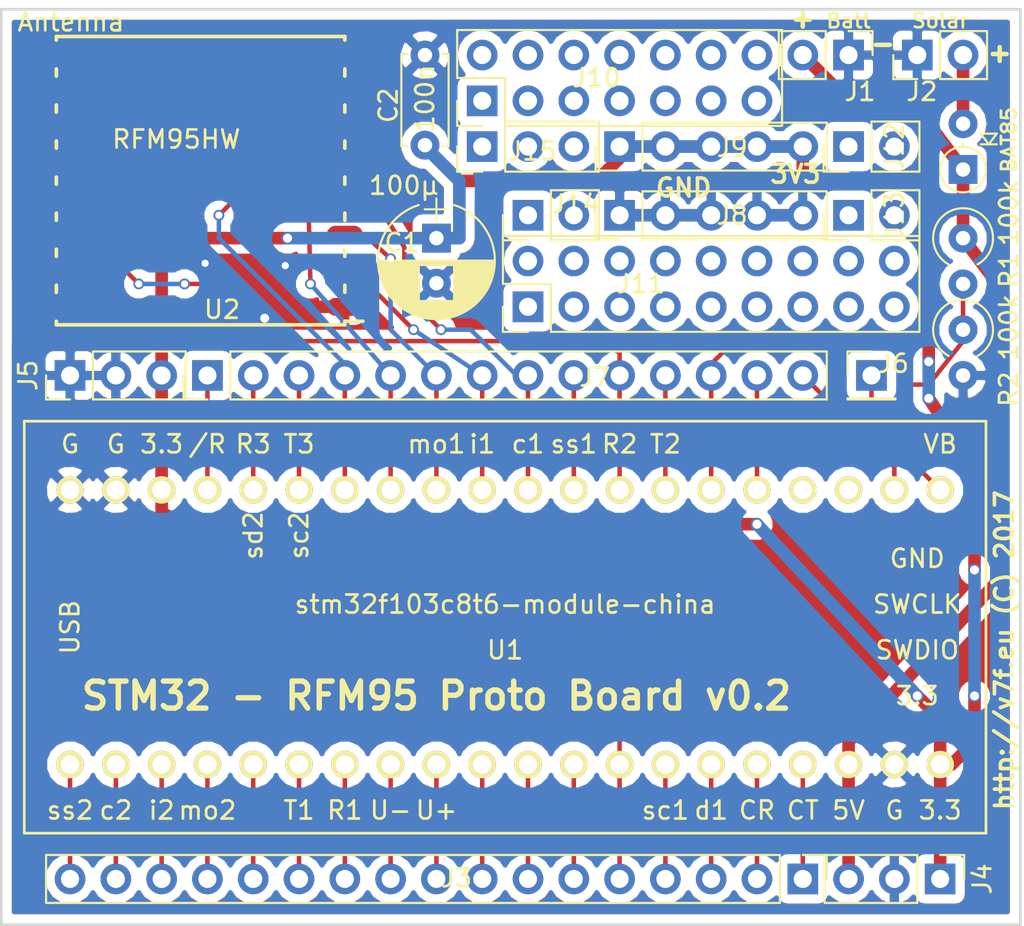
<source format=kicad_pcb>
(kicad_pcb (version 4) (host pcbnew 4.0.6-e0-6349~53~ubuntu16.04.1)

  (general
    (links 75)
    (no_connects 0)
    (area 83.744999 55.563 140.775 109.173333)
    (thickness 1.6)
    (drawings 12)
    (tracks 159)
    (zones 0)
    (modules 22)
    (nets 85)
  )

  (page A4)
  (title_block
    (title "STM32 RFM95 proto board")
    (date 2017-04-02)
    (rev 0.2)
    (company http://v7f.eu)
  )

  (layers
    (0 F.Cu signal)
    (31 B.Cu signal)
    (32 B.Adhes user)
    (33 F.Adhes user)
    (34 B.Paste user)
    (35 F.Paste user)
    (36 B.SilkS user)
    (37 F.SilkS user)
    (38 B.Mask user)
    (39 F.Mask user)
    (40 Dwgs.User user)
    (41 Cmts.User user)
    (42 Eco1.User user)
    (43 Eco2.User user)
    (44 Edge.Cuts user)
    (45 Margin user)
    (46 B.CrtYd user)
    (47 F.CrtYd user)
    (48 B.Fab user)
    (49 F.Fab user)
  )

  (setup
    (last_trace_width 0.25)
    (user_trace_width 0.5)
    (trace_clearance 0.2)
    (zone_clearance 0.508)
    (zone_45_only no)
    (trace_min 0.2)
    (segment_width 0.2)
    (edge_width 0.15)
    (via_size 0.6)
    (via_drill 0.4)
    (via_min_size 0.4)
    (via_min_drill 0.3)
    (uvia_size 0.3)
    (uvia_drill 0.1)
    (uvias_allowed no)
    (uvia_min_size 0.2)
    (uvia_min_drill 0.1)
    (pcb_text_width 0.3)
    (pcb_text_size 1.5 1.5)
    (mod_edge_width 0.15)
    (mod_text_size 1 1)
    (mod_text_width 0.15)
    (pad_size 1.524 1.524)
    (pad_drill 0.762)
    (pad_to_mask_clearance 0.2)
    (aux_axis_origin 0 0)
    (grid_origin 83.82 55.88)
    (visible_elements 7FFFFFFF)
    (pcbplotparams
      (layerselection 0x010e0_80000001)
      (usegerberextensions false)
      (excludeedgelayer true)
      (linewidth 0.100000)
      (plotframeref false)
      (viasonmask false)
      (mode 1)
      (useauxorigin false)
      (hpglpennumber 1)
      (hpglpenspeed 20)
      (hpglpendiameter 15)
      (hpglpenoverlay 2)
      (psnegative false)
      (psa4output false)
      (plotreference true)
      (plotvalue true)
      (plotinvisibletext false)
      (padsonsilk false)
      (subtractmaskfromsilk false)
      (outputformat 1)
      (mirror false)
      (drillshape 0)
      (scaleselection 1)
      (outputdirectory ""))
  )

  (net 0 "")
  (net 1 "Net-(U1-Pad23)")
  (net 2 "Net-(U1-Pad24)")
  (net 3 "Net-(U2-Pad7)")
  (net 4 "Net-(U2-Pad9)")
  (net 5 "Net-(U2-Pad11)")
  (net 6 "Net-(U2-Pad12)")
  (net 7 "Net-(U2-Pad16)")
  (net 8 GND)
  (net 9 VCC)
  (net 10 "Net-(J3-Pad1)")
  (net 11 "Net-(J3-Pad2)")
  (net 12 "Net-(J3-Pad3)")
  (net 13 "Net-(J3-Pad4)")
  (net 14 "Net-(J3-Pad5)")
  (net 15 "Net-(J3-Pad6)")
  (net 16 "Net-(J3-Pad7)")
  (net 17 "Net-(J3-Pad8)")
  (net 18 "Net-(J3-Pad9)")
  (net 19 "Net-(J3-Pad10)")
  (net 20 "Net-(J3-Pad11)")
  (net 21 "Net-(J3-Pad12)")
  (net 22 "Net-(J3-Pad13)")
  (net 23 "Net-(J3-Pad14)")
  (net 24 "Net-(J3-Pad15)")
  (net 25 "Net-(J3-Pad16)")
  (net 26 "Net-(J3-Pad17)")
  (net 27 /3V3)
  (net 28 "Net-(J6-Pad1)")
  (net 29 /P37)
  (net 30 /P36)
  (net 31 /P35)
  (net 32 /P34)
  (net 33 /P33)
  (net 34 /P32)
  (net 35 /P31)
  (net 36 /P30)
  (net 37 /P29)
  (net 38 /P28)
  (net 39 /P27)
  (net 40 /P26)
  (net 41 /P25)
  (net 42 /P22)
  (net 43 /Solar)
  (net 44 "Net-(J10-Pad1)")
  (net 45 "Net-(J10-Pad2)")
  (net 46 "Net-(J10-Pad3)")
  (net 47 "Net-(J10-Pad4)")
  (net 48 "Net-(J10-Pad5)")
  (net 49 "Net-(J10-Pad6)")
  (net 50 "Net-(J10-Pad7)")
  (net 51 "Net-(J10-Pad8)")
  (net 52 "Net-(J10-Pad9)")
  (net 53 "Net-(J10-Pad10)")
  (net 54 "Net-(J10-Pad11)")
  (net 55 "Net-(J10-Pad12)")
  (net 56 "Net-(J10-Pad13)")
  (net 57 "Net-(J10-Pad14)")
  (net 58 "Net-(J11-Pad1)")
  (net 59 "Net-(J11-Pad2)")
  (net 60 "Net-(J11-Pad3)")
  (net 61 "Net-(J11-Pad4)")
  (net 62 "Net-(J11-Pad5)")
  (net 63 "Net-(J11-Pad6)")
  (net 64 "Net-(J11-Pad7)")
  (net 65 "Net-(J11-Pad8)")
  (net 66 "Net-(J11-Pad9)")
  (net 67 "Net-(J11-Pad10)")
  (net 68 "Net-(J11-Pad11)")
  (net 69 "Net-(J11-Pad12)")
  (net 70 "Net-(J11-Pad13)")
  (net 71 "Net-(J11-Pad14)")
  (net 72 "Net-(J11-Pad15)")
  (net 73 "Net-(J11-Pad16)")
  (net 74 "Net-(J11-Pad17)")
  (net 75 "Net-(J11-Pad18)")
  (net 76 "Net-(J12-Pad1)")
  (net 77 "Net-(J12-Pad2)")
  (net 78 "Net-(J13-Pad1)")
  (net 79 "Net-(J13-Pad2)")
  (net 80 "Net-(J14-Pad1)")
  (net 81 "Net-(J14-Pad2)")
  (net 82 "Net-(J15-Pad1)")
  (net 83 "Net-(J15-Pad2)")
  (net 84 "Net-(J15-Pad3)")

  (net_class Default "This is the default net class."
    (clearance 0.2)
    (trace_width 0.25)
    (via_dia 0.6)
    (via_drill 0.4)
    (uvia_dia 0.3)
    (uvia_drill 0.1)
    (add_net /P22)
    (add_net /P25)
    (add_net /P26)
    (add_net /P27)
    (add_net /P28)
    (add_net /P29)
    (add_net /P30)
    (add_net /P31)
    (add_net /P32)
    (add_net /P33)
    (add_net /P34)
    (add_net /P35)
    (add_net /P36)
    (add_net /P37)
    (add_net "Net-(J10-Pad1)")
    (add_net "Net-(J10-Pad10)")
    (add_net "Net-(J10-Pad11)")
    (add_net "Net-(J10-Pad12)")
    (add_net "Net-(J10-Pad13)")
    (add_net "Net-(J10-Pad14)")
    (add_net "Net-(J10-Pad2)")
    (add_net "Net-(J10-Pad3)")
    (add_net "Net-(J10-Pad4)")
    (add_net "Net-(J10-Pad5)")
    (add_net "Net-(J10-Pad6)")
    (add_net "Net-(J10-Pad7)")
    (add_net "Net-(J10-Pad8)")
    (add_net "Net-(J10-Pad9)")
    (add_net "Net-(J11-Pad1)")
    (add_net "Net-(J11-Pad10)")
    (add_net "Net-(J11-Pad11)")
    (add_net "Net-(J11-Pad12)")
    (add_net "Net-(J11-Pad13)")
    (add_net "Net-(J11-Pad14)")
    (add_net "Net-(J11-Pad15)")
    (add_net "Net-(J11-Pad16)")
    (add_net "Net-(J11-Pad17)")
    (add_net "Net-(J11-Pad18)")
    (add_net "Net-(J11-Pad2)")
    (add_net "Net-(J11-Pad3)")
    (add_net "Net-(J11-Pad4)")
    (add_net "Net-(J11-Pad5)")
    (add_net "Net-(J11-Pad6)")
    (add_net "Net-(J11-Pad7)")
    (add_net "Net-(J11-Pad8)")
    (add_net "Net-(J11-Pad9)")
    (add_net "Net-(J12-Pad1)")
    (add_net "Net-(J12-Pad2)")
    (add_net "Net-(J13-Pad1)")
    (add_net "Net-(J13-Pad2)")
    (add_net "Net-(J14-Pad1)")
    (add_net "Net-(J14-Pad2)")
    (add_net "Net-(J15-Pad1)")
    (add_net "Net-(J15-Pad2)")
    (add_net "Net-(J15-Pad3)")
    (add_net "Net-(J3-Pad1)")
    (add_net "Net-(J3-Pad10)")
    (add_net "Net-(J3-Pad11)")
    (add_net "Net-(J3-Pad12)")
    (add_net "Net-(J3-Pad13)")
    (add_net "Net-(J3-Pad14)")
    (add_net "Net-(J3-Pad15)")
    (add_net "Net-(J3-Pad16)")
    (add_net "Net-(J3-Pad17)")
    (add_net "Net-(J3-Pad2)")
    (add_net "Net-(J3-Pad3)")
    (add_net "Net-(J3-Pad4)")
    (add_net "Net-(J3-Pad5)")
    (add_net "Net-(J3-Pad6)")
    (add_net "Net-(J3-Pad7)")
    (add_net "Net-(J3-Pad8)")
    (add_net "Net-(J3-Pad9)")
    (add_net "Net-(J6-Pad1)")
    (add_net "Net-(U1-Pad23)")
    (add_net "Net-(U1-Pad24)")
    (add_net "Net-(U2-Pad11)")
    (add_net "Net-(U2-Pad12)")
    (add_net "Net-(U2-Pad16)")
    (add_net "Net-(U2-Pad7)")
    (add_net "Net-(U2-Pad9)")
  )

  (net_class Power ""
    (clearance 0.2)
    (trace_width 0.7)
    (via_dia 0.7)
    (via_drill 0.5)
    (uvia_dia 0.4)
    (uvia_drill 0.2)
    (add_net /3V3)
    (add_net /Solar)
    (add_net GND)
    (add_net VCC)
  )

  (module STM32China:stm32f103c8t6-module-china (layer F.Cu) (tedit 5712CDA9) (tstamp 58DE42B3)
    (at 111.76 90.17)
    (path /58DE43B8)
    (fp_text reference U1 (at 0 1.27) (layer F.SilkS)
      (effects (font (size 1 1) (thickness 0.15)))
    )
    (fp_text value stm32f103c8t6-module-china (at 0 -1.27) (layer F.SilkS)
      (effects (font (size 1 1) (thickness 0.15)))
    )
    (fp_text user sc2 (at -11.43 -5.08 90) (layer F.SilkS)
      (effects (font (size 1 1) (thickness 0.15)))
    )
    (fp_text user sd2 (at -13.97 -5.08 90) (layer F.SilkS)
      (effects (font (size 1 1) (thickness 0.15)))
    )
    (fp_text user mo2 (at -16.51 10.16) (layer F.SilkS)
      (effects (font (size 1 1) (thickness 0.15)))
    )
    (fp_text user i2 (at -19.05 10.16) (layer F.SilkS)
      (effects (font (size 1 1) (thickness 0.15)))
    )
    (fp_text user c2 (at -21.59 10.16) (layer F.SilkS)
      (effects (font (size 1 1) (thickness 0.15)))
    )
    (fp_text user ss2 (at -24.13 10.16) (layer F.SilkS)
      (effects (font (size 1 1) (thickness 0.15)))
    )
    (fp_text user d1 (at 11.43 10.16) (layer F.SilkS)
      (effects (font (size 1 1) (thickness 0.15)))
    )
    (fp_text user sc1 (at 8.89 10.16) (layer F.SilkS)
      (effects (font (size 1 1) (thickness 0.15)))
    )
    (fp_text user T2 (at 8.89 -10.16) (layer F.SilkS)
      (effects (font (size 1 1) (thickness 0.15)))
    )
    (fp_text user R2 (at 6.35 -10.16) (layer F.SilkS)
      (effects (font (size 1 1) (thickness 0.15)))
    )
    (fp_text user ss1 (at 3.81 -10.16) (layer F.SilkS)
      (effects (font (size 1 1) (thickness 0.15)))
    )
    (fp_text user c1 (at 1.27 -10.16) (layer F.SilkS)
      (effects (font (size 1 1) (thickness 0.15)))
    )
    (fp_text user i1 (at -1.27 -10.16) (layer F.SilkS)
      (effects (font (size 1 1) (thickness 0.15)))
    )
    (fp_text user mo1 (at -3.81 -10.16) (layer F.SilkS)
      (effects (font (size 1 1) (thickness 0.15)))
    )
    (fp_text user T3 (at -11.43 -10.16) (layer F.SilkS)
      (effects (font (size 1 1) (thickness 0.15)))
    )
    (fp_text user R3 (at -13.97 -10.16) (layer F.SilkS)
      (effects (font (size 1 1) (thickness 0.15)))
    )
    (fp_text user CT (at 16.51 10.16) (layer F.SilkS)
      (effects (font (size 1 1) (thickness 0.15)))
    )
    (fp_text user CR (at 13.97 10.16) (layer F.SilkS)
      (effects (font (size 1 1) (thickness 0.15)))
    )
    (fp_text user U+ (at -3.81 10.16) (layer F.SilkS)
      (effects (font (size 1 1) (thickness 0.15)))
    )
    (fp_text user U- (at -6.35 10.16) (layer F.SilkS)
      (effects (font (size 1 1) (thickness 0.15)))
    )
    (fp_text user R1 (at -8.89 10.16) (layer F.SilkS)
      (effects (font (size 1 1) (thickness 0.15)))
    )
    (fp_text user T1 (at -11.43 10.16) (layer F.SilkS)
      (effects (font (size 1 1) (thickness 0.15)))
    )
    (fp_text user 3.3 (at 22.86 3.81) (layer F.SilkS)
      (effects (font (size 1 1) (thickness 0.15)))
    )
    (fp_text user SWDIO (at 22.86 1.27) (layer F.SilkS)
      (effects (font (size 1 1) (thickness 0.15)))
    )
    (fp_text user SWCLK (at 22.86 -1.27) (layer F.SilkS)
      (effects (font (size 1 1) (thickness 0.15)))
    )
    (fp_text user GND (at 22.86 -3.81) (layer F.SilkS)
      (effects (font (size 1 1) (thickness 0.15)))
    )
    (fp_text user 3.3 (at 24.13 10.16) (layer F.SilkS)
      (effects (font (size 1 1) (thickness 0.15)))
    )
    (fp_text user G (at 21.59 10.16) (layer F.SilkS)
      (effects (font (size 1 1) (thickness 0.15)))
    )
    (fp_text user /R (at -16.51 -10.16) (layer F.SilkS)
      (effects (font (size 1 1) (thickness 0.15)))
    )
    (fp_text user 3.3 (at -19.05 -10.16) (layer F.SilkS)
      (effects (font (size 1 1) (thickness 0.15)))
    )
    (fp_text user G (at -21.59 -10.16) (layer F.SilkS)
      (effects (font (size 1 1) (thickness 0.15)))
    )
    (fp_text user G (at -24.13 -10.16) (layer F.SilkS)
      (effects (font (size 1 1) (thickness 0.15)))
    )
    (fp_text user VB (at 24.13 -10.16) (layer F.SilkS)
      (effects (font (size 1 1) (thickness 0.15)))
    )
    (fp_text user 5V (at 19.05 10.16) (layer F.SilkS)
      (effects (font (size 1 1) (thickness 0.15)))
    )
    (fp_text user USB (at -24.13 0 90) (layer F.SilkS)
      (effects (font (size 1 1) (thickness 0.15)))
    )
    (fp_line (start -26.67 11.43) (end 26.67 11.43) (layer F.SilkS) (width 0.15))
    (fp_line (start 26.67 -11.43) (end -26.67 -11.43) (layer F.SilkS) (width 0.15))
    (fp_line (start 26.67 11.43) (end 26.67 -11.43) (layer F.SilkS) (width 0.15))
    (fp_line (start -26.67 -11.43) (end -26.67 11.43) (layer F.SilkS) (width 0.15))
    (pad 1 thru_hole circle (at -24.13 7.62) (size 1.524 1.524) (drill 1.016) (layers *.Cu *.Mask F.SilkS)
      (net 26 "Net-(J3-Pad17)"))
    (pad 2 thru_hole circle (at -21.59 7.62) (size 1.524 1.524) (drill 1.016) (layers *.Cu *.Mask F.SilkS)
      (net 25 "Net-(J3-Pad16)"))
    (pad 3 thru_hole circle (at -19.05 7.62) (size 1.524 1.524) (drill 1.016) (layers *.Cu *.Mask F.SilkS)
      (net 24 "Net-(J3-Pad15)"))
    (pad 4 thru_hole circle (at -16.51 7.62) (size 1.524 1.524) (drill 1.016) (layers *.Cu *.Mask F.SilkS)
      (net 23 "Net-(J3-Pad14)"))
    (pad 5 thru_hole circle (at -13.97 7.62) (size 1.524 1.524) (drill 1.016) (layers *.Cu *.Mask F.SilkS)
      (net 22 "Net-(J3-Pad13)"))
    (pad 6 thru_hole circle (at -11.43 7.62) (size 1.524 1.524) (drill 1.016) (layers *.Cu *.Mask F.SilkS)
      (net 21 "Net-(J3-Pad12)"))
    (pad 7 thru_hole circle (at -8.89 7.62) (size 1.524 1.524) (drill 1.016) (layers *.Cu *.Mask F.SilkS)
      (net 20 "Net-(J3-Pad11)"))
    (pad 8 thru_hole circle (at -6.35 7.62) (size 1.524 1.524) (drill 1.016) (layers *.Cu *.Mask F.SilkS)
      (net 19 "Net-(J3-Pad10)"))
    (pad 9 thru_hole circle (at -3.81 7.62) (size 1.524 1.524) (drill 1.016) (layers *.Cu *.Mask F.SilkS)
      (net 18 "Net-(J3-Pad9)"))
    (pad 10 thru_hole circle (at -1.27 7.62) (size 1.524 1.524) (drill 1.016) (layers *.Cu *.Mask F.SilkS)
      (net 17 "Net-(J3-Pad8)"))
    (pad 11 thru_hole circle (at 1.27 7.62) (size 1.524 1.524) (drill 1.016) (layers *.Cu *.Mask F.SilkS)
      (net 16 "Net-(J3-Pad7)"))
    (pad 12 thru_hole circle (at 3.81 7.62) (size 1.524 1.524) (drill 1.016) (layers *.Cu *.Mask F.SilkS)
      (net 15 "Net-(J3-Pad6)"))
    (pad 13 thru_hole circle (at 6.35 7.62) (size 1.524 1.524) (drill 1.016) (layers *.Cu *.Mask F.SilkS)
      (net 14 "Net-(J3-Pad5)"))
    (pad 14 thru_hole circle (at 8.89 7.62) (size 1.524 1.524) (drill 1.016) (layers *.Cu *.Mask F.SilkS)
      (net 13 "Net-(J3-Pad4)"))
    (pad 15 thru_hole circle (at 11.43 7.62) (size 1.524 1.524) (drill 1.016) (layers *.Cu *.Mask F.SilkS)
      (net 12 "Net-(J3-Pad3)"))
    (pad 16 thru_hole circle (at 13.97 7.62) (size 1.524 1.524) (drill 1.016) (layers *.Cu *.Mask F.SilkS)
      (net 11 "Net-(J3-Pad2)"))
    (pad 17 thru_hole circle (at 16.51 7.62) (size 1.524 1.524) (drill 1.016) (layers *.Cu *.Mask F.SilkS)
      (net 10 "Net-(J3-Pad1)"))
    (pad 18 thru_hole circle (at 19.05 7.62) (size 1.524 1.524) (drill 1.016) (layers *.Cu *.Mask F.SilkS)
      (net 9 VCC))
    (pad 19 thru_hole circle (at 21.59 7.62) (size 1.524 1.524) (drill 1.016) (layers *.Cu *.Mask F.SilkS)
      (net 8 GND))
    (pad 20 thru_hole circle (at 24.13 7.62) (size 1.524 1.524) (drill 1.016) (layers *.Cu *.Mask F.SilkS)
      (net 27 /3V3))
    (pad 21 thru_hole circle (at 24.13 -7.62) (size 1.524 1.524) (drill 1.016) (layers *.Cu *.Mask F.SilkS)
      (net 28 "Net-(J6-Pad1)"))
    (pad 22 thru_hole circle (at 21.59 -7.62) (size 1.524 1.524) (drill 1.016) (layers *.Cu *.Mask F.SilkS)
      (net 42 /P22))
    (pad 23 thru_hole circle (at 19.05 -7.62) (size 1.524 1.524) (drill 1.016) (layers *.Cu *.Mask F.SilkS)
      (net 1 "Net-(U1-Pad23)"))
    (pad 24 thru_hole circle (at 16.51 -7.62) (size 1.524 1.524) (drill 1.016) (layers *.Cu *.Mask F.SilkS)
      (net 2 "Net-(U1-Pad24)"))
    (pad 25 thru_hole circle (at 13.97 -7.62) (size 1.524 1.524) (drill 1.016) (layers *.Cu *.Mask F.SilkS)
      (net 41 /P25))
    (pad 26 thru_hole circle (at 11.43 -7.62) (size 1.524 1.524) (drill 1.016) (layers *.Cu *.Mask F.SilkS)
      (net 40 /P26))
    (pad 27 thru_hole circle (at 8.89 -7.62) (size 1.524 1.524) (drill 1.016) (layers *.Cu *.Mask F.SilkS)
      (net 39 /P27))
    (pad 28 thru_hole circle (at 6.35 -7.62) (size 1.524 1.524) (drill 1.016) (layers *.Cu *.Mask F.SilkS)
      (net 38 /P28))
    (pad 29 thru_hole circle (at 3.81 -7.62) (size 1.524 1.524) (drill 1.016) (layers *.Cu *.Mask F.SilkS)
      (net 37 /P29))
    (pad 30 thru_hole circle (at 1.27 -7.62) (size 1.524 1.524) (drill 1.016) (layers *.Cu *.Mask F.SilkS)
      (net 36 /P30))
    (pad 31 thru_hole circle (at -1.27 -7.62) (size 1.524 1.524) (drill 1.016) (layers *.Cu *.Mask F.SilkS)
      (net 35 /P31))
    (pad 32 thru_hole circle (at -3.81 -7.62) (size 1.524 1.524) (drill 1.016) (layers *.Cu *.Mask F.SilkS)
      (net 34 /P32))
    (pad 33 thru_hole circle (at -6.35 -7.62) (size 1.524 1.524) (drill 1.016) (layers *.Cu *.Mask F.SilkS)
      (net 33 /P33))
    (pad 34 thru_hole circle (at -8.89 -7.62) (size 1.524 1.524) (drill 1.016) (layers *.Cu *.Mask F.SilkS)
      (net 32 /P34))
    (pad 35 thru_hole circle (at -11.43 -7.62) (size 1.524 1.524) (drill 1.016) (layers *.Cu *.Mask F.SilkS)
      (net 31 /P35))
    (pad 36 thru_hole circle (at -13.97 -7.62) (size 1.524 1.524) (drill 1.016) (layers *.Cu *.Mask F.SilkS)
      (net 30 /P36))
    (pad 37 thru_hole circle (at -16.51 -7.62) (size 1.524 1.524) (drill 1.016) (layers *.Cu *.Mask F.SilkS)
      (net 29 /P37))
    (pad 38 thru_hole circle (at -19.05 -7.62) (size 1.524 1.524) (drill 1.016) (layers *.Cu *.Mask F.SilkS)
      (net 27 /3V3))
    (pad 39 thru_hole circle (at -21.59 -7.62) (size 1.524 1.524) (drill 1.016) (layers *.Cu *.Mask F.SilkS)
      (net 8 GND))
    (pad 40 thru_hole circle (at -24.13 -7.62) (size 1.524 1.524) (drill 1.016) (layers *.Cu *.Mask F.SilkS)
      (net 8 GND))
  )

  (module RFM:RFM95 (layer F.Cu) (tedit 58E60821) (tstamp 58DE42C7)
    (at 102.87 72.39 180)
    (path /58DE43F7)
    (fp_text reference U2 (at 6.8072 -0.1524 180) (layer F.SilkS)
      (effects (font (size 1 1) (thickness 0.15)))
    )
    (fp_text value RFM95HW (at 9.3472 9.2964 180) (layer F.SilkS)
      (effects (font (size 1 1) (thickness 0.15)))
    )
    (fp_line (start 0 15) (end 0 14.8) (layer F.SilkS) (width 0.2))
    (fp_line (start 16 15) (end 0 15) (layer F.SilkS) (width 0.2))
    (fp_line (start 16 14.8) (end 16 15) (layer F.SilkS) (width 0.2))
    (fp_line (start 16 12.8) (end 16 13.2) (layer F.SilkS) (width 0.2))
    (fp_line (start 16 10.8) (end 16 11.2) (layer F.SilkS) (width 0.2))
    (fp_line (start 16 8.8) (end 16 9.2) (layer F.SilkS) (width 0.2))
    (fp_line (start 16 6.8) (end 16 7.2) (layer F.SilkS) (width 0.2))
    (fp_line (start 16 4.8) (end 16 5.2) (layer F.SilkS) (width 0.2))
    (fp_line (start 16 2.8) (end 16 3.2) (layer F.SilkS) (width 0.2))
    (fp_line (start 16 0.8) (end 16 1.2) (layer F.SilkS) (width 0.2))
    (fp_line (start 16 -1) (end 16 -0.8) (layer F.SilkS) (width 0.2))
    (fp_line (start 0 12.8) (end 0 13.2) (layer F.SilkS) (width 0.2))
    (fp_line (start 0 -0.8) (end 0 -1) (layer F.SilkS) (width 0.2))
    (fp_line (start -1 -0.8) (end 0 -0.8) (layer F.SilkS) (width 0.2))
    (fp_line (start 0 1.2) (end 0 0.8) (layer F.SilkS) (width 0.2))
    (fp_line (start 0 3.2) (end 0 2.8) (layer F.SilkS) (width 0.2))
    (fp_line (start 0 4.8) (end 0 5.2) (layer F.SilkS) (width 0.2))
    (fp_line (start 0 6.8) (end 0 7.2) (layer F.SilkS) (width 0.2))
    (fp_line (start 0 8.8) (end 0 9.2) (layer F.SilkS) (width 0.2))
    (fp_line (start 0 10.8) (end 0 11.2) (layer F.SilkS) (width 0.2))
    (fp_line (start 0 -1) (end 16 -1) (layer F.SilkS) (width 0.2))
    (pad 1 smd oval (at 0 0 180) (size 2 1) (layers F.Cu F.Paste F.Mask)
      (net 8 GND))
    (pad 2 smd oval (at 0 2 180) (size 2 1) (layers F.Cu F.Paste F.Mask)
      (net 35 /P31))
    (pad 3 smd oval (at 0 4 180) (size 2 1) (layers F.Cu F.Paste F.Mask)
      (net 34 /P32))
    (pad 4 smd oval (at 0 6 180) (size 2 1) (layers F.Cu F.Paste F.Mask)
      (net 36 /P30))
    (pad 5 smd oval (at 0 8 180) (size 2 1) (layers F.Cu F.Paste F.Mask)
      (net 33 /P33))
    (pad 6 smd oval (at 0 10 180) (size 2 1) (layers F.Cu F.Paste F.Mask)
      (net 32 /P34))
    (pad 7 smd oval (at 0 12 180) (size 2 1) (layers F.Cu F.Paste F.Mask)
      (net 3 "Net-(U2-Pad7)"))
    (pad 8 smd oval (at 0 14 180) (size 2 1) (layers F.Cu F.Paste F.Mask)
      (net 8 GND))
    (pad 9 smd oval (at 16 14 180) (size 2 1) (layers F.Cu F.Paste F.Mask)
      (net 4 "Net-(U2-Pad9)"))
    (pad 10 smd oval (at 16 12 180) (size 2 1) (layers F.Cu F.Paste F.Mask)
      (net 8 GND))
    (pad 11 smd oval (at 16 10 180) (size 2 1) (layers F.Cu F.Paste F.Mask)
      (net 5 "Net-(U2-Pad11)"))
    (pad 12 smd oval (at 16 8 180) (size 2 1) (layers F.Cu F.Paste F.Mask)
      (net 6 "Net-(U2-Pad12)"))
    (pad 13 smd oval (at 16 6 180) (size 2 1) (layers F.Cu F.Paste F.Mask)
      (net 27 /3V3))
    (pad 14 smd oval (at 16 4 180) (size 2 1) (layers F.Cu F.Paste F.Mask)
      (net 38 /P28))
    (pad 15 smd oval (at 16 2 180) (size 2 1) (layers F.Cu F.Paste F.Mask)
      (net 14 "Net-(J3-Pad5)"))
    (pad 16 smd oval (at 16 0 180) (size 2 1) (layers F.Cu F.Paste F.Mask)
      (net 7 "Net-(U2-Pad16)"))
  )

  (module Capacitors_THT:C_Disc_D5.0mm_W2.5mm_P5.00mm (layer F.Cu) (tedit 58E60501) (tstamp 58DF9E1F)
    (at 107.315 58.42 270)
    (descr "C, Disc series, Radial, pin pitch=5.00mm, , diameter*width=5*2.5mm^2, Capacitor, http://cdn-reichelt.de/documents/datenblatt/B300/DS_KERKO_TC.pdf")
    (tags "C Disc series Radial pin pitch 5.00mm  diameter 5mm width 2.5mm Capacitor")
    (path /58DF7A58)
    (fp_text reference C2 (at 2.794 2.032 270) (layer F.SilkS)
      (effects (font (size 1 1) (thickness 0.15)))
    )
    (fp_text value 100n (at 2.413 0 270) (layer F.SilkS)
      (effects (font (size 1 1) (thickness 0.15)))
    )
    (fp_line (start 0 -1.25) (end 0 1.25) (layer F.Fab) (width 0.1))
    (fp_line (start 0 1.25) (end 5 1.25) (layer F.Fab) (width 0.1))
    (fp_line (start 5 1.25) (end 5 -1.25) (layer F.Fab) (width 0.1))
    (fp_line (start 5 -1.25) (end 0 -1.25) (layer F.Fab) (width 0.1))
    (fp_line (start -0.06 -1.31) (end 5.06 -1.31) (layer F.SilkS) (width 0.12))
    (fp_line (start -0.06 1.31) (end 5.06 1.31) (layer F.SilkS) (width 0.12))
    (fp_line (start -0.06 -1.31) (end -0.06 -0.996) (layer F.SilkS) (width 0.12))
    (fp_line (start -0.06 0.996) (end -0.06 1.31) (layer F.SilkS) (width 0.12))
    (fp_line (start 5.06 -1.31) (end 5.06 -0.996) (layer F.SilkS) (width 0.12))
    (fp_line (start 5.06 0.996) (end 5.06 1.31) (layer F.SilkS) (width 0.12))
    (fp_line (start -1.05 -1.6) (end -1.05 1.6) (layer F.CrtYd) (width 0.05))
    (fp_line (start -1.05 1.6) (end 6.05 1.6) (layer F.CrtYd) (width 0.05))
    (fp_line (start 6.05 1.6) (end 6.05 -1.6) (layer F.CrtYd) (width 0.05))
    (fp_line (start 6.05 -1.6) (end -1.05 -1.6) (layer F.CrtYd) (width 0.05))
    (pad 1 thru_hole circle (at 0 0 270) (size 1.6 1.6) (drill 0.8) (layers *.Cu *.Mask)
      (net 8 GND))
    (pad 2 thru_hole circle (at 5 0 270) (size 1.6 1.6) (drill 0.8) (layers *.Cu *.Mask)
      (net 27 /3V3))
    (model Capacitors_THT.3dshapes/C_Disc_D5.0mm_W2.5mm_P5.00mm.wrl
      (at (xyz 0 0 0))
      (scale (xyz 0.393701 0.393701 0.393701))
      (rotate (xyz 0 0 0))
    )
  )

  (module Resistors_THT:R_Axial_DIN0309_L9.0mm_D3.2mm_P2.54mm_Vertical (layer F.Cu) (tedit 58E5F354) (tstamp 58DF9E29)
    (at 137.16 68.58 270)
    (descr "Resistor, Axial_DIN0309 series, Axial, Vertical, pin pitch=2.54mm, 0.5W = 1/2W, length*diameter=9*3.2mm^2, http://cdn-reichelt.de/documents/datenblatt/B400/1_4W%23YAG.pdf")
    (tags "Resistor Axial_DIN0309 series Axial Vertical pin pitch 2.54mm 0.5W = 1/2W length 9mm diameter 3.2mm")
    (path /58DF68F7)
    (fp_text reference R1 (at 1.778 -2.54 270) (layer F.SilkS)
      (effects (font (size 1 1) (thickness 0.15)))
    )
    (fp_text value 100k (at -1.397 -2.54 270) (layer F.SilkS)
      (effects (font (size 1 1) (thickness 0.15)))
    )
    (fp_arc (start 0 0) (end 1.45451 -0.8) (angle -302.4) (layer F.SilkS) (width 0.12))
    (fp_circle (center 0 0) (end 1.6 0) (layer F.Fab) (width 0.1))
    (fp_line (start 0 0) (end 2.54 0) (layer F.Fab) (width 0.1))
    (fp_line (start -1.95 -1.95) (end -1.95 1.95) (layer F.CrtYd) (width 0.05))
    (fp_line (start -1.95 1.95) (end 3.65 1.95) (layer F.CrtYd) (width 0.05))
    (fp_line (start 3.65 1.95) (end 3.65 -1.95) (layer F.CrtYd) (width 0.05))
    (fp_line (start 3.65 -1.95) (end -1.95 -1.95) (layer F.CrtYd) (width 0.05))
    (pad 1 thru_hole circle (at 0 0 270) (size 1.6 1.6) (drill 0.8) (layers *.Cu *.Mask)
      (net 9 VCC))
    (pad 2 thru_hole oval (at 2.54 0 270) (size 1.6 1.6) (drill 0.8) (layers *.Cu *.Mask)
      (net 40 /P26))
    (model Resistors_THT.3dshapes/R_Axial_DIN0309_L9.0mm_D3.2mm_P2.54mm_Vertical.wrl
      (at (xyz 0 0 0))
      (scale (xyz 0.393701 0.393701 0.393701))
      (rotate (xyz 0 0 0))
    )
  )

  (module Resistors_THT:R_Axial_DIN0309_L9.0mm_D3.2mm_P2.54mm_Vertical (layer F.Cu) (tedit 58E5F385) (tstamp 58DF9E2E)
    (at 137.16 73.66 270)
    (descr "Resistor, Axial_DIN0309 series, Axial, Vertical, pin pitch=2.54mm, 0.5W = 1/2W, length*diameter=9*3.2mm^2, http://cdn-reichelt.de/documents/datenblatt/B400/1_4W%23YAG.pdf")
    (tags "Resistor Axial_DIN0309 series Axial Vertical pin pitch 2.54mm 0.5W = 1/2W length 9mm diameter 3.2mm")
    (path /58DF68CB)
    (fp_text reference R2 (at 3.302 -2.54 270) (layer F.SilkS)
      (effects (font (size 1 1) (thickness 0.15)))
    )
    (fp_text value 100k (at -0.127 -2.54 270) (layer F.SilkS)
      (effects (font (size 1 1) (thickness 0.15)))
    )
    (fp_arc (start 0 0) (end 1.45451 -0.8) (angle -302.4) (layer F.SilkS) (width 0.12))
    (fp_circle (center 0 0) (end 1.6 0) (layer F.Fab) (width 0.1))
    (fp_line (start 0 0) (end 2.54 0) (layer F.Fab) (width 0.1))
    (fp_line (start -1.95 -1.95) (end -1.95 1.95) (layer F.CrtYd) (width 0.05))
    (fp_line (start -1.95 1.95) (end 3.65 1.95) (layer F.CrtYd) (width 0.05))
    (fp_line (start 3.65 1.95) (end 3.65 -1.95) (layer F.CrtYd) (width 0.05))
    (fp_line (start 3.65 -1.95) (end -1.95 -1.95) (layer F.CrtYd) (width 0.05))
    (pad 1 thru_hole circle (at 0 0 270) (size 1.6 1.6) (drill 0.8) (layers *.Cu *.Mask)
      (net 40 /P26))
    (pad 2 thru_hole oval (at 2.54 0 270) (size 1.6 1.6) (drill 0.8) (layers *.Cu *.Mask)
      (net 8 GND))
    (model Resistors_THT.3dshapes/R_Axial_DIN0309_L9.0mm_D3.2mm_P2.54mm_Vertical.wrl
      (at (xyz 0 0 0))
      (scale (xyz 0.393701 0.393701 0.393701))
      (rotate (xyz 0 0 0))
    )
  )

  (module Capacitors_THT:CP_Radial_D6.3mm_P2.50mm (layer F.Cu) (tedit 58E68055) (tstamp 58DF9ED3)
    (at 107.95 68.58 270)
    (descr "CP, Radial series, Radial, pin pitch=2.50mm, , diameter=6.3mm, Electrolytic Capacitor")
    (tags "CP Radial series Radial pin pitch 2.50mm  diameter 6.3mm Electrolytic Capacitor")
    (path /58DF7A11)
    (fp_text reference C1 (at 0.254 1.905 360) (layer F.SilkS)
      (effects (font (size 1 1) (thickness 0.15)))
    )
    (fp_text value 100µ (at -2.921 1.778 360) (layer F.SilkS)
      (effects (font (size 1 1) (thickness 0.15)))
    )
    (fp_arc (start 1.25 0) (end -1.838236 -0.98) (angle 144.8) (layer F.SilkS) (width 0.12))
    (fp_arc (start 1.25 0) (end -1.838236 0.98) (angle -144.8) (layer F.SilkS) (width 0.12))
    (fp_arc (start 1.25 0) (end 4.338236 -0.98) (angle 35.2) (layer F.SilkS) (width 0.12))
    (fp_circle (center 1.25 0) (end 4.4 0) (layer F.Fab) (width 0.1))
    (fp_line (start -2.2 0) (end -1 0) (layer F.Fab) (width 0.1))
    (fp_line (start -1.6 -0.65) (end -1.6 0.65) (layer F.Fab) (width 0.1))
    (fp_line (start 1.25 -3.2) (end 1.25 3.2) (layer F.SilkS) (width 0.12))
    (fp_line (start 1.29 -3.2) (end 1.29 3.2) (layer F.SilkS) (width 0.12))
    (fp_line (start 1.33 -3.2) (end 1.33 3.2) (layer F.SilkS) (width 0.12))
    (fp_line (start 1.37 -3.198) (end 1.37 3.198) (layer F.SilkS) (width 0.12))
    (fp_line (start 1.41 -3.197) (end 1.41 3.197) (layer F.SilkS) (width 0.12))
    (fp_line (start 1.45 -3.194) (end 1.45 3.194) (layer F.SilkS) (width 0.12))
    (fp_line (start 1.49 -3.192) (end 1.49 3.192) (layer F.SilkS) (width 0.12))
    (fp_line (start 1.53 -3.188) (end 1.53 -0.98) (layer F.SilkS) (width 0.12))
    (fp_line (start 1.53 0.98) (end 1.53 3.188) (layer F.SilkS) (width 0.12))
    (fp_line (start 1.57 -3.185) (end 1.57 -0.98) (layer F.SilkS) (width 0.12))
    (fp_line (start 1.57 0.98) (end 1.57 3.185) (layer F.SilkS) (width 0.12))
    (fp_line (start 1.61 -3.18) (end 1.61 -0.98) (layer F.SilkS) (width 0.12))
    (fp_line (start 1.61 0.98) (end 1.61 3.18) (layer F.SilkS) (width 0.12))
    (fp_line (start 1.65 -3.176) (end 1.65 -0.98) (layer F.SilkS) (width 0.12))
    (fp_line (start 1.65 0.98) (end 1.65 3.176) (layer F.SilkS) (width 0.12))
    (fp_line (start 1.69 -3.17) (end 1.69 -0.98) (layer F.SilkS) (width 0.12))
    (fp_line (start 1.69 0.98) (end 1.69 3.17) (layer F.SilkS) (width 0.12))
    (fp_line (start 1.73 -3.165) (end 1.73 -0.98) (layer F.SilkS) (width 0.12))
    (fp_line (start 1.73 0.98) (end 1.73 3.165) (layer F.SilkS) (width 0.12))
    (fp_line (start 1.77 -3.158) (end 1.77 -0.98) (layer F.SilkS) (width 0.12))
    (fp_line (start 1.77 0.98) (end 1.77 3.158) (layer F.SilkS) (width 0.12))
    (fp_line (start 1.81 -3.152) (end 1.81 -0.98) (layer F.SilkS) (width 0.12))
    (fp_line (start 1.81 0.98) (end 1.81 3.152) (layer F.SilkS) (width 0.12))
    (fp_line (start 1.85 -3.144) (end 1.85 -0.98) (layer F.SilkS) (width 0.12))
    (fp_line (start 1.85 0.98) (end 1.85 3.144) (layer F.SilkS) (width 0.12))
    (fp_line (start 1.89 -3.137) (end 1.89 -0.98) (layer F.SilkS) (width 0.12))
    (fp_line (start 1.89 0.98) (end 1.89 3.137) (layer F.SilkS) (width 0.12))
    (fp_line (start 1.93 -3.128) (end 1.93 -0.98) (layer F.SilkS) (width 0.12))
    (fp_line (start 1.93 0.98) (end 1.93 3.128) (layer F.SilkS) (width 0.12))
    (fp_line (start 1.971 -3.119) (end 1.971 -0.98) (layer F.SilkS) (width 0.12))
    (fp_line (start 1.971 0.98) (end 1.971 3.119) (layer F.SilkS) (width 0.12))
    (fp_line (start 2.011 -3.11) (end 2.011 -0.98) (layer F.SilkS) (width 0.12))
    (fp_line (start 2.011 0.98) (end 2.011 3.11) (layer F.SilkS) (width 0.12))
    (fp_line (start 2.051 -3.1) (end 2.051 -0.98) (layer F.SilkS) (width 0.12))
    (fp_line (start 2.051 0.98) (end 2.051 3.1) (layer F.SilkS) (width 0.12))
    (fp_line (start 2.091 -3.09) (end 2.091 -0.98) (layer F.SilkS) (width 0.12))
    (fp_line (start 2.091 0.98) (end 2.091 3.09) (layer F.SilkS) (width 0.12))
    (fp_line (start 2.131 -3.079) (end 2.131 -0.98) (layer F.SilkS) (width 0.12))
    (fp_line (start 2.131 0.98) (end 2.131 3.079) (layer F.SilkS) (width 0.12))
    (fp_line (start 2.171 -3.067) (end 2.171 -0.98) (layer F.SilkS) (width 0.12))
    (fp_line (start 2.171 0.98) (end 2.171 3.067) (layer F.SilkS) (width 0.12))
    (fp_line (start 2.211 -3.055) (end 2.211 -0.98) (layer F.SilkS) (width 0.12))
    (fp_line (start 2.211 0.98) (end 2.211 3.055) (layer F.SilkS) (width 0.12))
    (fp_line (start 2.251 -3.042) (end 2.251 -0.98) (layer F.SilkS) (width 0.12))
    (fp_line (start 2.251 0.98) (end 2.251 3.042) (layer F.SilkS) (width 0.12))
    (fp_line (start 2.291 -3.029) (end 2.291 -0.98) (layer F.SilkS) (width 0.12))
    (fp_line (start 2.291 0.98) (end 2.291 3.029) (layer F.SilkS) (width 0.12))
    (fp_line (start 2.331 -3.015) (end 2.331 -0.98) (layer F.SilkS) (width 0.12))
    (fp_line (start 2.331 0.98) (end 2.331 3.015) (layer F.SilkS) (width 0.12))
    (fp_line (start 2.371 -3.001) (end 2.371 -0.98) (layer F.SilkS) (width 0.12))
    (fp_line (start 2.371 0.98) (end 2.371 3.001) (layer F.SilkS) (width 0.12))
    (fp_line (start 2.411 -2.986) (end 2.411 -0.98) (layer F.SilkS) (width 0.12))
    (fp_line (start 2.411 0.98) (end 2.411 2.986) (layer F.SilkS) (width 0.12))
    (fp_line (start 2.451 -2.97) (end 2.451 -0.98) (layer F.SilkS) (width 0.12))
    (fp_line (start 2.451 0.98) (end 2.451 2.97) (layer F.SilkS) (width 0.12))
    (fp_line (start 2.491 -2.954) (end 2.491 -0.98) (layer F.SilkS) (width 0.12))
    (fp_line (start 2.491 0.98) (end 2.491 2.954) (layer F.SilkS) (width 0.12))
    (fp_line (start 2.531 -2.937) (end 2.531 -0.98) (layer F.SilkS) (width 0.12))
    (fp_line (start 2.531 0.98) (end 2.531 2.937) (layer F.SilkS) (width 0.12))
    (fp_line (start 2.571 -2.919) (end 2.571 -0.98) (layer F.SilkS) (width 0.12))
    (fp_line (start 2.571 0.98) (end 2.571 2.919) (layer F.SilkS) (width 0.12))
    (fp_line (start 2.611 -2.901) (end 2.611 -0.98) (layer F.SilkS) (width 0.12))
    (fp_line (start 2.611 0.98) (end 2.611 2.901) (layer F.SilkS) (width 0.12))
    (fp_line (start 2.651 -2.882) (end 2.651 -0.98) (layer F.SilkS) (width 0.12))
    (fp_line (start 2.651 0.98) (end 2.651 2.882) (layer F.SilkS) (width 0.12))
    (fp_line (start 2.691 -2.863) (end 2.691 -0.98) (layer F.SilkS) (width 0.12))
    (fp_line (start 2.691 0.98) (end 2.691 2.863) (layer F.SilkS) (width 0.12))
    (fp_line (start 2.731 -2.843) (end 2.731 -0.98) (layer F.SilkS) (width 0.12))
    (fp_line (start 2.731 0.98) (end 2.731 2.843) (layer F.SilkS) (width 0.12))
    (fp_line (start 2.771 -2.822) (end 2.771 -0.98) (layer F.SilkS) (width 0.12))
    (fp_line (start 2.771 0.98) (end 2.771 2.822) (layer F.SilkS) (width 0.12))
    (fp_line (start 2.811 -2.8) (end 2.811 -0.98) (layer F.SilkS) (width 0.12))
    (fp_line (start 2.811 0.98) (end 2.811 2.8) (layer F.SilkS) (width 0.12))
    (fp_line (start 2.851 -2.778) (end 2.851 -0.98) (layer F.SilkS) (width 0.12))
    (fp_line (start 2.851 0.98) (end 2.851 2.778) (layer F.SilkS) (width 0.12))
    (fp_line (start 2.891 -2.755) (end 2.891 -0.98) (layer F.SilkS) (width 0.12))
    (fp_line (start 2.891 0.98) (end 2.891 2.755) (layer F.SilkS) (width 0.12))
    (fp_line (start 2.931 -2.731) (end 2.931 -0.98) (layer F.SilkS) (width 0.12))
    (fp_line (start 2.931 0.98) (end 2.931 2.731) (layer F.SilkS) (width 0.12))
    (fp_line (start 2.971 -2.706) (end 2.971 -0.98) (layer F.SilkS) (width 0.12))
    (fp_line (start 2.971 0.98) (end 2.971 2.706) (layer F.SilkS) (width 0.12))
    (fp_line (start 3.011 -2.681) (end 3.011 -0.98) (layer F.SilkS) (width 0.12))
    (fp_line (start 3.011 0.98) (end 3.011 2.681) (layer F.SilkS) (width 0.12))
    (fp_line (start 3.051 -2.654) (end 3.051 -0.98) (layer F.SilkS) (width 0.12))
    (fp_line (start 3.051 0.98) (end 3.051 2.654) (layer F.SilkS) (width 0.12))
    (fp_line (start 3.091 -2.627) (end 3.091 -0.98) (layer F.SilkS) (width 0.12))
    (fp_line (start 3.091 0.98) (end 3.091 2.627) (layer F.SilkS) (width 0.12))
    (fp_line (start 3.131 -2.599) (end 3.131 -0.98) (layer F.SilkS) (width 0.12))
    (fp_line (start 3.131 0.98) (end 3.131 2.599) (layer F.SilkS) (width 0.12))
    (fp_line (start 3.171 -2.57) (end 3.171 -0.98) (layer F.SilkS) (width 0.12))
    (fp_line (start 3.171 0.98) (end 3.171 2.57) (layer F.SilkS) (width 0.12))
    (fp_line (start 3.211 -2.54) (end 3.211 -0.98) (layer F.SilkS) (width 0.12))
    (fp_line (start 3.211 0.98) (end 3.211 2.54) (layer F.SilkS) (width 0.12))
    (fp_line (start 3.251 -2.51) (end 3.251 -0.98) (layer F.SilkS) (width 0.12))
    (fp_line (start 3.251 0.98) (end 3.251 2.51) (layer F.SilkS) (width 0.12))
    (fp_line (start 3.291 -2.478) (end 3.291 -0.98) (layer F.SilkS) (width 0.12))
    (fp_line (start 3.291 0.98) (end 3.291 2.478) (layer F.SilkS) (width 0.12))
    (fp_line (start 3.331 -2.445) (end 3.331 -0.98) (layer F.SilkS) (width 0.12))
    (fp_line (start 3.331 0.98) (end 3.331 2.445) (layer F.SilkS) (width 0.12))
    (fp_line (start 3.371 -2.411) (end 3.371 -0.98) (layer F.SilkS) (width 0.12))
    (fp_line (start 3.371 0.98) (end 3.371 2.411) (layer F.SilkS) (width 0.12))
    (fp_line (start 3.411 -2.375) (end 3.411 -0.98) (layer F.SilkS) (width 0.12))
    (fp_line (start 3.411 0.98) (end 3.411 2.375) (layer F.SilkS) (width 0.12))
    (fp_line (start 3.451 -2.339) (end 3.451 -0.98) (layer F.SilkS) (width 0.12))
    (fp_line (start 3.451 0.98) (end 3.451 2.339) (layer F.SilkS) (width 0.12))
    (fp_line (start 3.491 -2.301) (end 3.491 2.301) (layer F.SilkS) (width 0.12))
    (fp_line (start 3.531 -2.262) (end 3.531 2.262) (layer F.SilkS) (width 0.12))
    (fp_line (start 3.571 -2.222) (end 3.571 2.222) (layer F.SilkS) (width 0.12))
    (fp_line (start 3.611 -2.18) (end 3.611 2.18) (layer F.SilkS) (width 0.12))
    (fp_line (start 3.651 -2.137) (end 3.651 2.137) (layer F.SilkS) (width 0.12))
    (fp_line (start 3.691 -2.092) (end 3.691 2.092) (layer F.SilkS) (width 0.12))
    (fp_line (start 3.731 -2.045) (end 3.731 2.045) (layer F.SilkS) (width 0.12))
    (fp_line (start 3.771 -1.997) (end 3.771 1.997) (layer F.SilkS) (width 0.12))
    (fp_line (start 3.811 -1.946) (end 3.811 1.946) (layer F.SilkS) (width 0.12))
    (fp_line (start 3.851 -1.894) (end 3.851 1.894) (layer F.SilkS) (width 0.12))
    (fp_line (start 3.891 -1.839) (end 3.891 1.839) (layer F.SilkS) (width 0.12))
    (fp_line (start 3.931 -1.781) (end 3.931 1.781) (layer F.SilkS) (width 0.12))
    (fp_line (start 3.971 -1.721) (end 3.971 1.721) (layer F.SilkS) (width 0.12))
    (fp_line (start 4.011 -1.658) (end 4.011 1.658) (layer F.SilkS) (width 0.12))
    (fp_line (start 4.051 -1.591) (end 4.051 1.591) (layer F.SilkS) (width 0.12))
    (fp_line (start 4.091 -1.52) (end 4.091 1.52) (layer F.SilkS) (width 0.12))
    (fp_line (start 4.131 -1.445) (end 4.131 1.445) (layer F.SilkS) (width 0.12))
    (fp_line (start 4.171 -1.364) (end 4.171 1.364) (layer F.SilkS) (width 0.12))
    (fp_line (start 4.211 -1.278) (end 4.211 1.278) (layer F.SilkS) (width 0.12))
    (fp_line (start 4.251 -1.184) (end 4.251 1.184) (layer F.SilkS) (width 0.12))
    (fp_line (start 4.291 -1.081) (end 4.291 1.081) (layer F.SilkS) (width 0.12))
    (fp_line (start 4.331 -0.966) (end 4.331 0.966) (layer F.SilkS) (width 0.12))
    (fp_line (start 4.371 -0.834) (end 4.371 0.834) (layer F.SilkS) (width 0.12))
    (fp_line (start 4.411 -0.676) (end 4.411 0.676) (layer F.SilkS) (width 0.12))
    (fp_line (start 4.451 -0.468) (end 4.451 0.468) (layer F.SilkS) (width 0.12))
    (fp_line (start -2.2 0) (end -1 0) (layer F.SilkS) (width 0.12))
    (fp_line (start -1.6 -0.65) (end -1.6 0.65) (layer F.SilkS) (width 0.12))
    (fp_line (start -2.25 -3.5) (end -2.25 3.5) (layer F.CrtYd) (width 0.05))
    (fp_line (start -2.25 3.5) (end 4.75 3.5) (layer F.CrtYd) (width 0.05))
    (fp_line (start 4.75 3.5) (end 4.75 -3.5) (layer F.CrtYd) (width 0.05))
    (fp_line (start 4.75 -3.5) (end -2.25 -3.5) (layer F.CrtYd) (width 0.05))
    (pad 1 thru_hole rect (at 0 0 270) (size 1.6 1.6) (drill 0.8) (layers *.Cu *.Mask)
      (net 27 /3V3))
    (pad 2 thru_hole circle (at 2.5 0 270) (size 1.6 1.6) (drill 0.8) (layers *.Cu *.Mask)
      (net 8 GND))
    (model Capacitors_THT.3dshapes/CP_Radial_D6.3mm_P2.50mm.wrl
      (at (xyz 0 0 0))
      (scale (xyz 0.393701 0.393701 0.393701))
      (rotate (xyz 0 0 0))
    )
  )

  (module Pin_Headers:Pin_Header_Straight_1x02_Pitch2.54mm (layer F.Cu) (tedit 58E5F3B3) (tstamp 58DFA501)
    (at 130.81 58.42 270)
    (descr "Through hole straight pin header, 1x02, 2.54mm pitch, single row")
    (tags "Through hole pin header THT 1x02 2.54mm single row")
    (path /58DFA0FA)
    (fp_text reference J1 (at 2.032 -0.635 360) (layer F.SilkS)
      (effects (font (size 1 1) (thickness 0.15)))
    )
    (fp_text value Batt (at -1.905 0 360) (layer F.SilkS)
      (effects (font (size 0.8 0.8) (thickness 0.15)))
    )
    (fp_line (start -1.27 -1.27) (end -1.27 3.81) (layer F.Fab) (width 0.1))
    (fp_line (start -1.27 3.81) (end 1.27 3.81) (layer F.Fab) (width 0.1))
    (fp_line (start 1.27 3.81) (end 1.27 -1.27) (layer F.Fab) (width 0.1))
    (fp_line (start 1.27 -1.27) (end -1.27 -1.27) (layer F.Fab) (width 0.1))
    (fp_line (start -1.33 1.27) (end -1.33 3.87) (layer F.SilkS) (width 0.12))
    (fp_line (start -1.33 3.87) (end 1.33 3.87) (layer F.SilkS) (width 0.12))
    (fp_line (start 1.33 3.87) (end 1.33 1.27) (layer F.SilkS) (width 0.12))
    (fp_line (start 1.33 1.27) (end -1.33 1.27) (layer F.SilkS) (width 0.12))
    (fp_line (start -1.33 0) (end -1.33 -1.33) (layer F.SilkS) (width 0.12))
    (fp_line (start -1.33 -1.33) (end 0 -1.33) (layer F.SilkS) (width 0.12))
    (fp_line (start -1.8 -1.8) (end -1.8 4.35) (layer F.CrtYd) (width 0.05))
    (fp_line (start -1.8 4.35) (end 1.8 4.35) (layer F.CrtYd) (width 0.05))
    (fp_line (start 1.8 4.35) (end 1.8 -1.8) (layer F.CrtYd) (width 0.05))
    (fp_line (start 1.8 -1.8) (end -1.8 -1.8) (layer F.CrtYd) (width 0.05))
    (fp_text user "" (at 2.54 2.54 360) (layer F.Fab)
      (effects (font (size 1 1) (thickness 0.15)))
    )
    (pad 1 thru_hole rect (at 0 0 270) (size 1.7 1.7) (drill 1) (layers *.Cu *.Mask)
      (net 8 GND))
    (pad 2 thru_hole oval (at 0 2.54 270) (size 1.7 1.7) (drill 1) (layers *.Cu *.Mask)
      (net 9 VCC))
    (model ${KISYS3DMOD}/Pin_Headers.3dshapes/Pin_Header_Straight_1x02_Pitch2.54mm.wrl
      (at (xyz 0 -0.05 0))
      (scale (xyz 1 1 1))
      (rotate (xyz 0 0 90))
    )
  )

  (module Pin_Headers:Pin_Header_Straight_1x02_Pitch2.54mm (layer F.Cu) (tedit 58E5F3A4) (tstamp 58DFA507)
    (at 134.62 58.42 90)
    (descr "Through hole straight pin header, 1x02, 2.54mm pitch, single row")
    (tags "Through hole pin header THT 1x02 2.54mm single row")
    (path /58DFA467)
    (fp_text reference J2 (at -2.032 0.254 180) (layer F.SilkS)
      (effects (font (size 1 1) (thickness 0.15)))
    )
    (fp_text value Solar (at 1.905 1.27 180) (layer F.SilkS)
      (effects (font (size 0.8 0.8) (thickness 0.15)))
    )
    (fp_line (start -1.27 -1.27) (end -1.27 3.81) (layer F.Fab) (width 0.1))
    (fp_line (start -1.27 3.81) (end 1.27 3.81) (layer F.Fab) (width 0.1))
    (fp_line (start 1.27 3.81) (end 1.27 -1.27) (layer F.Fab) (width 0.1))
    (fp_line (start 1.27 -1.27) (end -1.27 -1.27) (layer F.Fab) (width 0.1))
    (fp_line (start -1.33 1.27) (end -1.33 3.87) (layer F.SilkS) (width 0.12))
    (fp_line (start -1.33 3.87) (end 1.33 3.87) (layer F.SilkS) (width 0.12))
    (fp_line (start 1.33 3.87) (end 1.33 1.27) (layer F.SilkS) (width 0.12))
    (fp_line (start 1.33 1.27) (end -1.33 1.27) (layer F.SilkS) (width 0.12))
    (fp_line (start -1.33 0) (end -1.33 -1.33) (layer F.SilkS) (width 0.12))
    (fp_line (start -1.33 -1.33) (end 0 -1.33) (layer F.SilkS) (width 0.12))
    (fp_line (start -1.8 -1.8) (end -1.8 4.35) (layer F.CrtYd) (width 0.05))
    (fp_line (start -1.8 4.35) (end 1.8 4.35) (layer F.CrtYd) (width 0.05))
    (fp_line (start 1.8 4.35) (end 1.8 -1.8) (layer F.CrtYd) (width 0.05))
    (fp_line (start 1.8 -1.8) (end -1.8 -1.8) (layer F.CrtYd) (width 0.05))
    (fp_text user "" (at -2.54 -1.27 180) (layer F.Fab)
      (effects (font (size 1 1) (thickness 0.15)))
    )
    (pad 1 thru_hole rect (at 0 0 90) (size 1.7 1.7) (drill 1) (layers *.Cu *.Mask)
      (net 8 GND))
    (pad 2 thru_hole oval (at 0 2.54 90) (size 1.7 1.7) (drill 1) (layers *.Cu *.Mask)
      (net 43 /Solar))
    (model ${KISYS3DMOD}/Pin_Headers.3dshapes/Pin_Header_Straight_1x02_Pitch2.54mm.wrl
      (at (xyz 0 -0.05 0))
      (scale (xyz 1 1 1))
      (rotate (xyz 0 0 90))
    )
  )

  (module Diodes_THT:D_DO-35_SOD27_P2.54mm_Vertical_AnodeUp (layer F.Cu) (tedit 58E5F375) (tstamp 58DFA760)
    (at 137.16 64.77 90)
    (descr "D, DO-35_SOD27 series, Axial, Vertical, pin pitch=2.54mm, , length*diameter=4*2mm^2, , http://www.diodes.com/_files/packages/DO-35.pdf")
    (tags "D DO-35_SOD27 series Axial Vertical pin pitch 2.54mm  length 4mm diameter 2mm")
    (path /58DF6C86)
    (fp_text reference D1 (at 1.27 -2.266371 90) (layer F.SilkS) hide
      (effects (font (size 1 1) (thickness 0.15)))
    )
    (fp_text value BAT85 (at 1.651 2.54 90) (layer F.SilkS)
      (effects (font (size 0.8 0.8) (thickness 0.15)))
    )
    (fp_circle (center 0 0) (end 1 0) (layer F.Fab) (width 0.1))
    (fp_circle (center 0 0) (end 1.266371 0) (layer F.SilkS) (width 0.12))
    (fp_line (start 0 0) (end 2.54 0) (layer F.Fab) (width 0.1))
    (fp_line (start 1.266371 0) (end 1.44 0) (layer F.SilkS) (width 0.12))
    (fp_line (start 1.397 0.98) (end 1.397 1.869) (layer F.SilkS) (width 0.12))
    (fp_line (start 1.397 1.4245) (end 1.989667 0.98) (layer F.SilkS) (width 0.12))
    (fp_line (start 1.989667 0.98) (end 1.989667 1.869) (layer F.SilkS) (width 0.12))
    (fp_line (start 1.989667 1.869) (end 1.397 1.4245) (layer F.SilkS) (width 0.12))
    (fp_line (start -1.35 -1.55) (end -1.35 1.55) (layer F.CrtYd) (width 0.05))
    (fp_line (start -1.35 1.55) (end 3.65 1.55) (layer F.CrtYd) (width 0.05))
    (fp_line (start 3.65 1.55) (end 3.65 -1.55) (layer F.CrtYd) (width 0.05))
    (fp_line (start 3.65 -1.55) (end -1.35 -1.55) (layer F.CrtYd) (width 0.05))
    (fp_text user K (at -1.966371 0 90) (layer F.Fab)
      (effects (font (size 1 1) (thickness 0.15)))
    )
    (pad 1 thru_hole rect (at 0 0 90) (size 1.6 1.6) (drill 0.8) (layers *.Cu *.Mask)
      (net 9 VCC))
    (pad 2 thru_hole oval (at 2.54 0 90) (size 1.6 1.6) (drill 0.8) (layers *.Cu *.Mask)
      (net 43 /Solar))
    (model Diodes_THT.3dshapes/D_DO-35_SOD27_P2.54mm_Vertical_AnodeUp.wrl
      (at (xyz 0 0 0))
      (scale (xyz 0.393701 0.393701 0.393701))
      (rotate (xyz 0 0 0))
    )
  )

  (module Socket_Strips:Socket_Strip_Straight_1x17_Pitch2.54mm (layer F.Cu) (tedit 58E60974) (tstamp 58E02086)
    (at 128.27 104.14 270)
    (descr "Through hole straight socket strip, 1x17, 2.54mm pitch, single row")
    (tags "Through hole socket strip THT 1x17 2.54mm single row")
    (path /58E01D61)
    (fp_text reference J3 (at -0.0508 19.2024 360) (layer F.SilkS)
      (effects (font (size 1 1) (thickness 0.15)))
    )
    (fp_text value CONN_01X17 (at 0 42.97 270) (layer F.Fab) hide
      (effects (font (size 1 1) (thickness 0.15)))
    )
    (fp_line (start -1.27 -1.27) (end -1.27 41.91) (layer F.Fab) (width 0.1))
    (fp_line (start -1.27 41.91) (end 1.27 41.91) (layer F.Fab) (width 0.1))
    (fp_line (start 1.27 41.91) (end 1.27 -1.27) (layer F.Fab) (width 0.1))
    (fp_line (start 1.27 -1.27) (end -1.27 -1.27) (layer F.Fab) (width 0.1))
    (fp_line (start -1.33 1.27) (end -1.33 41.97) (layer F.SilkS) (width 0.12))
    (fp_line (start -1.33 41.97) (end 1.33 41.97) (layer F.SilkS) (width 0.12))
    (fp_line (start 1.33 41.97) (end 1.33 1.27) (layer F.SilkS) (width 0.12))
    (fp_line (start 1.33 1.27) (end -1.33 1.27) (layer F.SilkS) (width 0.12))
    (fp_line (start -1.33 0) (end -1.33 -1.33) (layer F.SilkS) (width 0.12))
    (fp_line (start -1.33 -1.33) (end 0 -1.33) (layer F.SilkS) (width 0.12))
    (fp_line (start -1.8 -1.8) (end -1.8 42.45) (layer F.CrtYd) (width 0.05))
    (fp_line (start -1.8 42.45) (end 1.8 42.45) (layer F.CrtYd) (width 0.05))
    (fp_line (start 1.8 42.45) (end 1.8 -1.8) (layer F.CrtYd) (width 0.05))
    (fp_line (start 1.8 -1.8) (end -1.8 -1.8) (layer F.CrtYd) (width 0.05))
    (fp_text user %R (at 0 -2.33 270) (layer F.Fab)
      (effects (font (size 1 1) (thickness 0.15)))
    )
    (pad 1 thru_hole rect (at 0 0 270) (size 1.7 1.7) (drill 1) (layers *.Cu *.Mask)
      (net 10 "Net-(J3-Pad1)"))
    (pad 2 thru_hole oval (at 0 2.54 270) (size 1.7 1.7) (drill 1) (layers *.Cu *.Mask)
      (net 11 "Net-(J3-Pad2)"))
    (pad 3 thru_hole oval (at 0 5.08 270) (size 1.7 1.7) (drill 1) (layers *.Cu *.Mask)
      (net 12 "Net-(J3-Pad3)"))
    (pad 4 thru_hole oval (at 0 7.62 270) (size 1.7 1.7) (drill 1) (layers *.Cu *.Mask)
      (net 13 "Net-(J3-Pad4)"))
    (pad 5 thru_hole oval (at 0 10.16 270) (size 1.7 1.7) (drill 1) (layers *.Cu *.Mask)
      (net 14 "Net-(J3-Pad5)"))
    (pad 6 thru_hole oval (at 0 12.7 270) (size 1.7 1.7) (drill 1) (layers *.Cu *.Mask)
      (net 15 "Net-(J3-Pad6)"))
    (pad 7 thru_hole oval (at 0 15.24 270) (size 1.7 1.7) (drill 1) (layers *.Cu *.Mask)
      (net 16 "Net-(J3-Pad7)"))
    (pad 8 thru_hole oval (at 0 17.78 270) (size 1.7 1.7) (drill 1) (layers *.Cu *.Mask)
      (net 17 "Net-(J3-Pad8)"))
    (pad 9 thru_hole oval (at 0 20.32 270) (size 1.7 1.7) (drill 1) (layers *.Cu *.Mask)
      (net 18 "Net-(J3-Pad9)"))
    (pad 10 thru_hole oval (at 0 22.86 270) (size 1.7 1.7) (drill 1) (layers *.Cu *.Mask)
      (net 19 "Net-(J3-Pad10)"))
    (pad 11 thru_hole oval (at 0 25.4 270) (size 1.7 1.7) (drill 1) (layers *.Cu *.Mask)
      (net 20 "Net-(J3-Pad11)"))
    (pad 12 thru_hole oval (at 0 27.94 270) (size 1.7 1.7) (drill 1) (layers *.Cu *.Mask)
      (net 21 "Net-(J3-Pad12)"))
    (pad 13 thru_hole oval (at 0 30.48 270) (size 1.7 1.7) (drill 1) (layers *.Cu *.Mask)
      (net 22 "Net-(J3-Pad13)"))
    (pad 14 thru_hole oval (at 0 33.02 270) (size 1.7 1.7) (drill 1) (layers *.Cu *.Mask)
      (net 23 "Net-(J3-Pad14)"))
    (pad 15 thru_hole oval (at 0 35.56 270) (size 1.7 1.7) (drill 1) (layers *.Cu *.Mask)
      (net 24 "Net-(J3-Pad15)"))
    (pad 16 thru_hole oval (at 0 38.1 270) (size 1.7 1.7) (drill 1) (layers *.Cu *.Mask)
      (net 25 "Net-(J3-Pad16)"))
    (pad 17 thru_hole oval (at 0 40.64 270) (size 1.7 1.7) (drill 1) (layers *.Cu *.Mask)
      (net 26 "Net-(J3-Pad17)"))
    (model ${KISYS3DMOD}/Socket_Strips.3dshapes/Socket_Strip_Straight_1x17_Pitch2.54mm.wrl
      (at (xyz 0 -0.8 0))
      (scale (xyz 1 1 1))
      (rotate (xyz 0 0 270))
    )
  )

  (module Pin_Headers:Pin_Header_Straight_1x03_Pitch2.54mm (layer F.Cu) (tedit 58E24A2F) (tstamp 58E02212)
    (at 135.89 104.14 270)
    (descr "Through hole straight pin header, 1x03, 2.54mm pitch, single row")
    (tags "Through hole pin header THT 1x03 2.54mm single row")
    (path /58E028DC)
    (fp_text reference J4 (at 0 -2.33 270) (layer F.SilkS)
      (effects (font (size 1 1) (thickness 0.15)))
    )
    (fp_text value CONN_01X03 (at 0 7.41 270) (layer F.Fab) hide
      (effects (font (size 1 1) (thickness 0.15)))
    )
    (fp_line (start -1.27 -1.27) (end -1.27 6.35) (layer F.Fab) (width 0.1))
    (fp_line (start -1.27 6.35) (end 1.27 6.35) (layer F.Fab) (width 0.1))
    (fp_line (start 1.27 6.35) (end 1.27 -1.27) (layer F.Fab) (width 0.1))
    (fp_line (start 1.27 -1.27) (end -1.27 -1.27) (layer F.Fab) (width 0.1))
    (fp_line (start -1.33 1.27) (end -1.33 6.41) (layer F.SilkS) (width 0.12))
    (fp_line (start -1.33 6.41) (end 1.33 6.41) (layer F.SilkS) (width 0.12))
    (fp_line (start 1.33 6.41) (end 1.33 1.27) (layer F.SilkS) (width 0.12))
    (fp_line (start 1.33 1.27) (end -1.33 1.27) (layer F.SilkS) (width 0.12))
    (fp_line (start -1.33 0) (end -1.33 -1.33) (layer F.SilkS) (width 0.12))
    (fp_line (start -1.33 -1.33) (end 0 -1.33) (layer F.SilkS) (width 0.12))
    (fp_line (start -1.8 -1.8) (end -1.8 6.85) (layer F.CrtYd) (width 0.05))
    (fp_line (start -1.8 6.85) (end 1.8 6.85) (layer F.CrtYd) (width 0.05))
    (fp_line (start 1.8 6.85) (end 1.8 -1.8) (layer F.CrtYd) (width 0.05))
    (fp_line (start 1.8 -1.8) (end -1.8 -1.8) (layer F.CrtYd) (width 0.05))
    (fp_text user %R (at 0 -2.33 270) (layer F.Fab)
      (effects (font (size 1 1) (thickness 0.15)))
    )
    (pad 1 thru_hole rect (at 0 0 270) (size 1.7 1.7) (drill 1) (layers *.Cu *.Mask)
      (net 27 /3V3))
    (pad 2 thru_hole oval (at 0 2.54 270) (size 1.7 1.7) (drill 1) (layers *.Cu *.Mask)
      (net 8 GND))
    (pad 3 thru_hole oval (at 0 5.08 270) (size 1.7 1.7) (drill 1) (layers *.Cu *.Mask)
      (net 9 VCC))
    (model ${KISYS3DMOD}/Pin_Headers.3dshapes/Pin_Header_Straight_1x03_Pitch2.54mm.wrl
      (at (xyz 0 -0.1 0))
      (scale (xyz 1 1 1))
      (rotate (xyz 0 0 90))
    )
  )

  (module Pin_Headers:Pin_Header_Straight_1x03_Pitch2.54mm (layer F.Cu) (tedit 58E249AF) (tstamp 58E09554)
    (at 87.63 76.2 90)
    (descr "Through hole straight pin header, 1x03, 2.54mm pitch, single row")
    (tags "Through hole pin header THT 1x03 2.54mm single row")
    (path /58E02E8B)
    (fp_text reference J5 (at 0 -2.33 90) (layer F.SilkS)
      (effects (font (size 1 1) (thickness 0.15)))
    )
    (fp_text value "" (at 0 7.41 180) (layer F.Fab)
      (effects (font (size 1 1) (thickness 0.15)))
    )
    (fp_line (start -1.27 -1.27) (end -1.27 6.35) (layer F.Fab) (width 0.1))
    (fp_line (start -1.27 6.35) (end 1.27 6.35) (layer F.Fab) (width 0.1))
    (fp_line (start 1.27 6.35) (end 1.27 -1.27) (layer F.Fab) (width 0.1))
    (fp_line (start 1.27 -1.27) (end -1.27 -1.27) (layer F.Fab) (width 0.1))
    (fp_line (start -1.33 1.27) (end -1.33 6.41) (layer F.SilkS) (width 0.12))
    (fp_line (start -1.33 6.41) (end 1.33 6.41) (layer F.SilkS) (width 0.12))
    (fp_line (start 1.33 6.41) (end 1.33 1.27) (layer F.SilkS) (width 0.12))
    (fp_line (start 1.33 1.27) (end -1.33 1.27) (layer F.SilkS) (width 0.12))
    (fp_line (start -1.33 0) (end -1.33 -1.33) (layer F.SilkS) (width 0.12))
    (fp_line (start -1.33 -1.33) (end 0 -1.33) (layer F.SilkS) (width 0.12))
    (fp_line (start -1.8 -1.8) (end -1.8 6.85) (layer F.CrtYd) (width 0.05))
    (fp_line (start -1.8 6.85) (end 1.8 6.85) (layer F.CrtYd) (width 0.05))
    (fp_line (start 1.8 6.85) (end 1.8 -1.8) (layer F.CrtYd) (width 0.05))
    (fp_line (start 1.8 -1.8) (end -1.8 -1.8) (layer F.CrtYd) (width 0.05))
    (fp_text user %R (at 0 -2.33 90) (layer F.Fab)
      (effects (font (size 1 1) (thickness 0.15)))
    )
    (pad 1 thru_hole rect (at 0 0 90) (size 1.7 1.7) (drill 1) (layers *.Cu *.Mask)
      (net 8 GND))
    (pad 2 thru_hole oval (at 0 2.54 90) (size 1.7 1.7) (drill 1) (layers *.Cu *.Mask)
      (net 8 GND))
    (pad 3 thru_hole oval (at 0 5.08 90) (size 1.7 1.7) (drill 1) (layers *.Cu *.Mask)
      (net 27 /3V3))
    (model ${KISYS3DMOD}/Pin_Headers.3dshapes/Pin_Header_Straight_1x03_Pitch2.54mm.wrl
      (at (xyz 0 -0.1 0))
      (scale (xyz 1 1 1))
      (rotate (xyz 0 0 90))
    )
  )

  (module Pin_Headers:Pin_Header_Straight_1x01_Pitch2.54mm (layer F.Cu) (tedit 58E6062C) (tstamp 58E09559)
    (at 132.08 76.2)
    (descr "Through hole straight pin header, 1x01, 2.54mm pitch, single row")
    (tags "Through hole pin header THT 1x01 2.54mm single row")
    (path /58E096FD)
    (fp_text reference J6 (at 1.2192 -0.6604) (layer F.SilkS)
      (effects (font (size 1 1) (thickness 0.15)))
    )
    (fp_text value CONN_01X01 (at 0 2.33) (layer F.Fab) hide
      (effects (font (size 1 1) (thickness 0.15)))
    )
    (fp_line (start -1.27 -1.27) (end -1.27 1.27) (layer F.Fab) (width 0.1))
    (fp_line (start -1.27 1.27) (end 1.27 1.27) (layer F.Fab) (width 0.1))
    (fp_line (start 1.27 1.27) (end 1.27 -1.27) (layer F.Fab) (width 0.1))
    (fp_line (start 1.27 -1.27) (end -1.27 -1.27) (layer F.Fab) (width 0.1))
    (fp_line (start -1.33 1.27) (end -1.33 1.33) (layer F.SilkS) (width 0.12))
    (fp_line (start -1.33 1.33) (end 1.33 1.33) (layer F.SilkS) (width 0.12))
    (fp_line (start 1.33 1.33) (end 1.33 1.27) (layer F.SilkS) (width 0.12))
    (fp_line (start 1.33 1.27) (end -1.33 1.27) (layer F.SilkS) (width 0.12))
    (fp_line (start -1.33 0) (end -1.33 -1.33) (layer F.SilkS) (width 0.12))
    (fp_line (start -1.33 -1.33) (end 0 -1.33) (layer F.SilkS) (width 0.12))
    (fp_line (start -1.8 -1.8) (end -1.8 1.8) (layer F.CrtYd) (width 0.05))
    (fp_line (start -1.8 1.8) (end 1.8 1.8) (layer F.CrtYd) (width 0.05))
    (fp_line (start 1.8 1.8) (end 1.8 -1.8) (layer F.CrtYd) (width 0.05))
    (fp_line (start 1.8 -1.8) (end -1.8 -1.8) (layer F.CrtYd) (width 0.05))
    (fp_text user "" (at 0 -2.33) (layer F.Fab)
      (effects (font (size 1 1) (thickness 0.15)))
    )
    (pad 1 thru_hole rect (at 0 0) (size 1.7 1.7) (drill 1) (layers *.Cu *.Mask)
      (net 28 "Net-(J6-Pad1)"))
    (model ${KISYS3DMOD}/Pin_Headers.3dshapes/Pin_Header_Straight_1x01_Pitch2.54mm.wrl
      (at (xyz 0 0 0))
      (scale (xyz 1 1 1))
      (rotate (xyz 0 0 90))
    )
  )

  (module Socket_Strips:Socket_Strip_Straight_1x14_Pitch2.54mm (layer F.Cu) (tedit 58E607EA) (tstamp 58E0956B)
    (at 95.25 76.2 90)
    (descr "Through hole straight socket strip, 1x14, 2.54mm pitch, single row")
    (tags "Through hole socket strip THT 1x14 2.54mm single row")
    (path /58E0990E)
    (fp_text reference J7 (at -0.1016 21.4884 180) (layer F.SilkS)
      (effects (font (size 1 1) (thickness 0.15)))
    )
    (fp_text value "" (at 0 35.35 90) (layer F.Fab)
      (effects (font (size 1 1) (thickness 0.15)))
    )
    (fp_line (start -1.27 -1.27) (end -1.27 34.29) (layer F.Fab) (width 0.1))
    (fp_line (start -1.27 34.29) (end 1.27 34.29) (layer F.Fab) (width 0.1))
    (fp_line (start 1.27 34.29) (end 1.27 -1.27) (layer F.Fab) (width 0.1))
    (fp_line (start 1.27 -1.27) (end -1.27 -1.27) (layer F.Fab) (width 0.1))
    (fp_line (start -1.33 1.27) (end -1.33 34.35) (layer F.SilkS) (width 0.12))
    (fp_line (start -1.33 34.35) (end 1.33 34.35) (layer F.SilkS) (width 0.12))
    (fp_line (start 1.33 34.35) (end 1.33 1.27) (layer F.SilkS) (width 0.12))
    (fp_line (start 1.33 1.27) (end -1.33 1.27) (layer F.SilkS) (width 0.12))
    (fp_line (start -1.33 0) (end -1.33 -1.33) (layer F.SilkS) (width 0.12))
    (fp_line (start -1.33 -1.33) (end 0 -1.33) (layer F.SilkS) (width 0.12))
    (fp_line (start -1.8 -1.8) (end -1.8 34.8) (layer F.CrtYd) (width 0.05))
    (fp_line (start -1.8 34.8) (end 1.8 34.8) (layer F.CrtYd) (width 0.05))
    (fp_line (start 1.8 34.8) (end 1.8 -1.8) (layer F.CrtYd) (width 0.05))
    (fp_line (start 1.8 -1.8) (end -1.8 -1.8) (layer F.CrtYd) (width 0.05))
    (fp_text user %R (at 0 -2.33 90) (layer F.Fab)
      (effects (font (size 1 1) (thickness 0.15)))
    )
    (pad 1 thru_hole rect (at 0 0 90) (size 1.7 1.7) (drill 1) (layers *.Cu *.Mask)
      (net 29 /P37))
    (pad 2 thru_hole oval (at 0 2.54 90) (size 1.7 1.7) (drill 1) (layers *.Cu *.Mask)
      (net 30 /P36))
    (pad 3 thru_hole oval (at 0 5.08 90) (size 1.7 1.7) (drill 1) (layers *.Cu *.Mask)
      (net 31 /P35))
    (pad 4 thru_hole oval (at 0 7.62 90) (size 1.7 1.7) (drill 1) (layers *.Cu *.Mask)
      (net 32 /P34))
    (pad 5 thru_hole oval (at 0 10.16 90) (size 1.7 1.7) (drill 1) (layers *.Cu *.Mask)
      (net 33 /P33))
    (pad 6 thru_hole oval (at 0 12.7 90) (size 1.7 1.7) (drill 1) (layers *.Cu *.Mask)
      (net 34 /P32))
    (pad 7 thru_hole oval (at 0 15.24 90) (size 1.7 1.7) (drill 1) (layers *.Cu *.Mask)
      (net 35 /P31))
    (pad 8 thru_hole oval (at 0 17.78 90) (size 1.7 1.7) (drill 1) (layers *.Cu *.Mask)
      (net 36 /P30))
    (pad 9 thru_hole oval (at 0 20.32 90) (size 1.7 1.7) (drill 1) (layers *.Cu *.Mask)
      (net 37 /P29))
    (pad 10 thru_hole oval (at 0 22.86 90) (size 1.7 1.7) (drill 1) (layers *.Cu *.Mask)
      (net 38 /P28))
    (pad 11 thru_hole oval (at 0 25.4 90) (size 1.7 1.7) (drill 1) (layers *.Cu *.Mask)
      (net 39 /P27))
    (pad 12 thru_hole oval (at 0 27.94 90) (size 1.7 1.7) (drill 1) (layers *.Cu *.Mask)
      (net 40 /P26))
    (pad 13 thru_hole oval (at 0 30.48 90) (size 1.7 1.7) (drill 1) (layers *.Cu *.Mask)
      (net 41 /P25))
    (pad 14 thru_hole oval (at 0 33.02 90) (size 1.7 1.7) (drill 1) (layers *.Cu *.Mask)
      (net 42 /P22))
    (model ${KISYS3DMOD}/Socket_Strips.3dshapes/Socket_Strip_Straight_1x14_Pitch2.54mm.wrl
      (at (xyz 0 -0.65 0))
      (scale (xyz 1 1 1))
      (rotate (xyz 0 0 270))
    )
  )

  (module Socket_Strips:Socket_Strip_Straight_1x05_Pitch2.54mm (layer F.Cu) (tedit 58E60768) (tstamp 58E0B336)
    (at 118.11 67.31 90)
    (descr "Through hole straight socket strip, 1x05, 2.54mm pitch, single row")
    (tags "Through hole socket strip THT 1x05 2.54mm single row")
    (path /58E0ADB1)
    (fp_text reference J8 (at 0 6.2484 180) (layer F.SilkS)
      (effects (font (size 1 1) (thickness 0.15)))
    )
    (fp_text value "" (at 0 12.49 90) (layer F.Fab)
      (effects (font (size 1 1) (thickness 0.15)))
    )
    (fp_line (start -1.27 -1.27) (end -1.27 11.43) (layer F.Fab) (width 0.1))
    (fp_line (start -1.27 11.43) (end 1.27 11.43) (layer F.Fab) (width 0.1))
    (fp_line (start 1.27 11.43) (end 1.27 -1.27) (layer F.Fab) (width 0.1))
    (fp_line (start 1.27 -1.27) (end -1.27 -1.27) (layer F.Fab) (width 0.1))
    (fp_line (start -1.33 1.27) (end -1.33 11.49) (layer F.SilkS) (width 0.12))
    (fp_line (start -1.33 11.49) (end 1.33 11.49) (layer F.SilkS) (width 0.12))
    (fp_line (start 1.33 11.49) (end 1.33 1.27) (layer F.SilkS) (width 0.12))
    (fp_line (start 1.33 1.27) (end -1.33 1.27) (layer F.SilkS) (width 0.12))
    (fp_line (start -1.33 0) (end -1.33 -1.33) (layer F.SilkS) (width 0.12))
    (fp_line (start -1.33 -1.33) (end 0 -1.33) (layer F.SilkS) (width 0.12))
    (fp_line (start -1.8 -1.8) (end -1.8 11.95) (layer F.CrtYd) (width 0.05))
    (fp_line (start -1.8 11.95) (end 1.8 11.95) (layer F.CrtYd) (width 0.05))
    (fp_line (start 1.8 11.95) (end 1.8 -1.8) (layer F.CrtYd) (width 0.05))
    (fp_line (start 1.8 -1.8) (end -1.8 -1.8) (layer F.CrtYd) (width 0.05))
    (fp_text user "" (at 0 -2.33 90) (layer F.Fab)
      (effects (font (size 1 1) (thickness 0.15)))
    )
    (pad 1 thru_hole rect (at 0 0 90) (size 1.7 1.7) (drill 1) (layers *.Cu *.Mask)
      (net 8 GND))
    (pad 2 thru_hole oval (at 0 2.54 90) (size 1.7 1.7) (drill 1) (layers *.Cu *.Mask)
      (net 8 GND))
    (pad 3 thru_hole oval (at 0 5.08 90) (size 1.7 1.7) (drill 1) (layers *.Cu *.Mask)
      (net 8 GND))
    (pad 4 thru_hole oval (at 0 7.62 90) (size 1.7 1.7) (drill 1) (layers *.Cu *.Mask)
      (net 8 GND))
    (pad 5 thru_hole oval (at 0 10.16 90) (size 1.7 1.7) (drill 1) (layers *.Cu *.Mask)
      (net 8 GND))
    (model ${KISYS3DMOD}/Socket_Strips.3dshapes/Socket_Strip_Straight_1x05_Pitch2.54mm.wrl
      (at (xyz 0 -0.2 0))
      (scale (xyz 1 1 1))
      (rotate (xyz 0 0 270))
    )
  )

  (module Socket_Strips:Socket_Strip_Straight_1x05_Pitch2.54mm (layer F.Cu) (tedit 58E606E4) (tstamp 58E0B33F)
    (at 118.11 63.5 90)
    (descr "Through hole straight socket strip, 1x05, 2.54mm pitch, single row")
    (tags "Through hole socket strip THT 1x05 2.54mm single row")
    (path /58E0B40A)
    (fp_text reference J9 (at -0.0508 6.2484 180) (layer F.SilkS)
      (effects (font (size 1 1) (thickness 0.15)))
    )
    (fp_text value CONN_01X05 (at 0 12.49 90) (layer F.Fab) hide
      (effects (font (size 1 1) (thickness 0.15)))
    )
    (fp_line (start -1.27 -1.27) (end -1.27 11.43) (layer F.Fab) (width 0.1))
    (fp_line (start -1.27 11.43) (end 1.27 11.43) (layer F.Fab) (width 0.1))
    (fp_line (start 1.27 11.43) (end 1.27 -1.27) (layer F.Fab) (width 0.1))
    (fp_line (start 1.27 -1.27) (end -1.27 -1.27) (layer F.Fab) (width 0.1))
    (fp_line (start -1.33 1.27) (end -1.33 11.49) (layer F.SilkS) (width 0.12))
    (fp_line (start -1.33 11.49) (end 1.33 11.49) (layer F.SilkS) (width 0.12))
    (fp_line (start 1.33 11.49) (end 1.33 1.27) (layer F.SilkS) (width 0.12))
    (fp_line (start 1.33 1.27) (end -1.33 1.27) (layer F.SilkS) (width 0.12))
    (fp_line (start -1.33 0) (end -1.33 -1.33) (layer F.SilkS) (width 0.12))
    (fp_line (start -1.33 -1.33) (end 0 -1.33) (layer F.SilkS) (width 0.12))
    (fp_line (start -1.8 -1.8) (end -1.8 11.95) (layer F.CrtYd) (width 0.05))
    (fp_line (start -1.8 11.95) (end 1.8 11.95) (layer F.CrtYd) (width 0.05))
    (fp_line (start 1.8 11.95) (end 1.8 -1.8) (layer F.CrtYd) (width 0.05))
    (fp_line (start 1.8 -1.8) (end -1.8 -1.8) (layer F.CrtYd) (width 0.05))
    (fp_text user "" (at 0 -2.33 90) (layer F.Fab)
      (effects (font (size 1 1) (thickness 0.15)))
    )
    (pad 1 thru_hole rect (at 0 0 90) (size 1.7 1.7) (drill 1) (layers *.Cu *.Mask)
      (net 27 /3V3))
    (pad 2 thru_hole oval (at 0 2.54 90) (size 1.7 1.7) (drill 1) (layers *.Cu *.Mask)
      (net 27 /3V3))
    (pad 3 thru_hole oval (at 0 5.08 90) (size 1.7 1.7) (drill 1) (layers *.Cu *.Mask)
      (net 27 /3V3))
    (pad 4 thru_hole oval (at 0 7.62 90) (size 1.7 1.7) (drill 1) (layers *.Cu *.Mask)
      (net 27 /3V3))
    (pad 5 thru_hole oval (at 0 10.16 90) (size 1.7 1.7) (drill 1) (layers *.Cu *.Mask)
      (net 27 /3V3))
    (model ${KISYS3DMOD}/Socket_Strips.3dshapes/Socket_Strip_Straight_1x05_Pitch2.54mm.wrl
      (at (xyz 0 -0.2 0))
      (scale (xyz 1 1 1))
      (rotate (xyz 0 0 270))
    )
  )

  (module Pin_Headers:Pin_Header_Straight_2x07_Pitch2.54mm (layer F.Cu) (tedit 58E604DF) (tstamp 58E23643)
    (at 110.49 60.96 90)
    (descr "Through hole straight pin header, 2x07, 2.54mm pitch, double rows")
    (tags "Through hole pin header THT 2x07 2.54mm double row")
    (path /58E22FE3)
    (fp_text reference J10 (at 1.27 6.35 180) (layer F.SilkS)
      (effects (font (size 1 1) (thickness 0.15)))
    )
    (fp_text value "" (at 1.27 17.63 90) (layer F.Fab)
      (effects (font (size 1 1) (thickness 0.15)))
    )
    (fp_line (start -1.27 -1.27) (end -1.27 16.51) (layer F.Fab) (width 0.1))
    (fp_line (start -1.27 16.51) (end 3.81 16.51) (layer F.Fab) (width 0.1))
    (fp_line (start 3.81 16.51) (end 3.81 -1.27) (layer F.Fab) (width 0.1))
    (fp_line (start 3.81 -1.27) (end -1.27 -1.27) (layer F.Fab) (width 0.1))
    (fp_line (start -1.39 1.27) (end -1.39 16.63) (layer F.SilkS) (width 0.12))
    (fp_line (start -1.39 16.63) (end 3.93 16.63) (layer F.SilkS) (width 0.12))
    (fp_line (start 3.93 16.63) (end 3.93 -1.39) (layer F.SilkS) (width 0.12))
    (fp_line (start 3.93 -1.39) (end 1.27 -1.39) (layer F.SilkS) (width 0.12))
    (fp_line (start 1.27 -1.39) (end 1.27 1.27) (layer F.SilkS) (width 0.12))
    (fp_line (start 1.27 1.27) (end -1.39 1.27) (layer F.SilkS) (width 0.12))
    (fp_line (start -1.39 0) (end -1.39 -1.39) (layer F.SilkS) (width 0.12))
    (fp_line (start -1.39 -1.39) (end 0 -1.39) (layer F.SilkS) (width 0.12))
    (fp_line (start -1.6 -1.6) (end -1.6 16.8) (layer F.CrtYd) (width 0.05))
    (fp_line (start -1.6 16.8) (end 4.1 16.8) (layer F.CrtYd) (width 0.05))
    (fp_line (start 4.1 16.8) (end 4.1 -1.6) (layer F.CrtYd) (width 0.05))
    (fp_line (start 4.1 -1.6) (end -1.6 -1.6) (layer F.CrtYd) (width 0.05))
    (pad 1 thru_hole rect (at 0 0 90) (size 1.7 1.7) (drill 1) (layers *.Cu *.Mask)
      (net 44 "Net-(J10-Pad1)"))
    (pad 2 thru_hole oval (at 2.54 0 90) (size 1.7 1.7) (drill 1) (layers *.Cu *.Mask)
      (net 45 "Net-(J10-Pad2)"))
    (pad 3 thru_hole oval (at 0 2.54 90) (size 1.7 1.7) (drill 1) (layers *.Cu *.Mask)
      (net 46 "Net-(J10-Pad3)"))
    (pad 4 thru_hole oval (at 2.54 2.54 90) (size 1.7 1.7) (drill 1) (layers *.Cu *.Mask)
      (net 47 "Net-(J10-Pad4)"))
    (pad 5 thru_hole oval (at 0 5.08 90) (size 1.7 1.7) (drill 1) (layers *.Cu *.Mask)
      (net 48 "Net-(J10-Pad5)"))
    (pad 6 thru_hole oval (at 2.54 5.08 90) (size 1.7 1.7) (drill 1) (layers *.Cu *.Mask)
      (net 49 "Net-(J10-Pad6)"))
    (pad 7 thru_hole oval (at 0 7.62 90) (size 1.7 1.7) (drill 1) (layers *.Cu *.Mask)
      (net 50 "Net-(J10-Pad7)"))
    (pad 8 thru_hole oval (at 2.54 7.62 90) (size 1.7 1.7) (drill 1) (layers *.Cu *.Mask)
      (net 51 "Net-(J10-Pad8)"))
    (pad 9 thru_hole oval (at 0 10.16 90) (size 1.7 1.7) (drill 1) (layers *.Cu *.Mask)
      (net 52 "Net-(J10-Pad9)"))
    (pad 10 thru_hole oval (at 2.54 10.16 90) (size 1.7 1.7) (drill 1) (layers *.Cu *.Mask)
      (net 53 "Net-(J10-Pad10)"))
    (pad 11 thru_hole oval (at 0 12.7 90) (size 1.7 1.7) (drill 1) (layers *.Cu *.Mask)
      (net 54 "Net-(J10-Pad11)"))
    (pad 12 thru_hole oval (at 2.54 12.7 90) (size 1.7 1.7) (drill 1) (layers *.Cu *.Mask)
      (net 55 "Net-(J10-Pad12)"))
    (pad 13 thru_hole oval (at 0 15.24 90) (size 1.7 1.7) (drill 1) (layers *.Cu *.Mask)
      (net 56 "Net-(J10-Pad13)"))
    (pad 14 thru_hole oval (at 2.54 15.24 90) (size 1.7 1.7) (drill 1) (layers *.Cu *.Mask)
      (net 57 "Net-(J10-Pad14)"))
    (model Pin_Headers.3dshapes/Pin_Header_Straight_2x07_Pitch2.54mm.wrl
      (at (xyz 0.05 -0.3 0))
      (scale (xyz 1 1 1))
      (rotate (xyz 0 0 90))
    )
  )

  (module Pin_Headers:Pin_Header_Straight_2x09_Pitch2.54mm (layer F.Cu) (tedit 58E60795) (tstamp 58E23659)
    (at 113.03 72.39 90)
    (descr "Through hole straight pin header, 2x09, 2.54mm pitch, double rows")
    (tags "Through hole pin header THT 2x09 2.54mm double row")
    (path /58E2304D)
    (fp_text reference J11 (at 1.27 6.2484 180) (layer F.SilkS)
      (effects (font (size 1 1) (thickness 0.15)))
    )
    (fp_text value CONN_02X09 (at 1.27 22.71 90) (layer F.Fab) hide
      (effects (font (size 1 1) (thickness 0.15)))
    )
    (fp_line (start -1.27 -1.27) (end -1.27 21.59) (layer F.Fab) (width 0.1))
    (fp_line (start -1.27 21.59) (end 3.81 21.59) (layer F.Fab) (width 0.1))
    (fp_line (start 3.81 21.59) (end 3.81 -1.27) (layer F.Fab) (width 0.1))
    (fp_line (start 3.81 -1.27) (end -1.27 -1.27) (layer F.Fab) (width 0.1))
    (fp_line (start -1.39 1.27) (end -1.39 21.71) (layer F.SilkS) (width 0.12))
    (fp_line (start -1.39 21.71) (end 3.93 21.71) (layer F.SilkS) (width 0.12))
    (fp_line (start 3.93 21.71) (end 3.93 -1.39) (layer F.SilkS) (width 0.12))
    (fp_line (start 3.93 -1.39) (end 1.27 -1.39) (layer F.SilkS) (width 0.12))
    (fp_line (start 1.27 -1.39) (end 1.27 1.27) (layer F.SilkS) (width 0.12))
    (fp_line (start 1.27 1.27) (end -1.39 1.27) (layer F.SilkS) (width 0.12))
    (fp_line (start -1.39 0) (end -1.39 -1.39) (layer F.SilkS) (width 0.12))
    (fp_line (start -1.39 -1.39) (end 0 -1.39) (layer F.SilkS) (width 0.12))
    (fp_line (start -1.6 -1.6) (end -1.6 21.9) (layer F.CrtYd) (width 0.05))
    (fp_line (start -1.6 21.9) (end 4.1 21.9) (layer F.CrtYd) (width 0.05))
    (fp_line (start 4.1 21.9) (end 4.1 -1.6) (layer F.CrtYd) (width 0.05))
    (fp_line (start 4.1 -1.6) (end -1.6 -1.6) (layer F.CrtYd) (width 0.05))
    (pad 1 thru_hole rect (at 0 0 90) (size 1.7 1.7) (drill 1) (layers *.Cu *.Mask)
      (net 58 "Net-(J11-Pad1)"))
    (pad 2 thru_hole oval (at 2.54 0 90) (size 1.7 1.7) (drill 1) (layers *.Cu *.Mask)
      (net 59 "Net-(J11-Pad2)"))
    (pad 3 thru_hole oval (at 0 2.54 90) (size 1.7 1.7) (drill 1) (layers *.Cu *.Mask)
      (net 60 "Net-(J11-Pad3)"))
    (pad 4 thru_hole oval (at 2.54 2.54 90) (size 1.7 1.7) (drill 1) (layers *.Cu *.Mask)
      (net 61 "Net-(J11-Pad4)"))
    (pad 5 thru_hole oval (at 0 5.08 90) (size 1.7 1.7) (drill 1) (layers *.Cu *.Mask)
      (net 62 "Net-(J11-Pad5)"))
    (pad 6 thru_hole oval (at 2.54 5.08 90) (size 1.7 1.7) (drill 1) (layers *.Cu *.Mask)
      (net 63 "Net-(J11-Pad6)"))
    (pad 7 thru_hole oval (at 0 7.62 90) (size 1.7 1.7) (drill 1) (layers *.Cu *.Mask)
      (net 64 "Net-(J11-Pad7)"))
    (pad 8 thru_hole oval (at 2.54 7.62 90) (size 1.7 1.7) (drill 1) (layers *.Cu *.Mask)
      (net 65 "Net-(J11-Pad8)"))
    (pad 9 thru_hole oval (at 0 10.16 90) (size 1.7 1.7) (drill 1) (layers *.Cu *.Mask)
      (net 66 "Net-(J11-Pad9)"))
    (pad 10 thru_hole oval (at 2.54 10.16 90) (size 1.7 1.7) (drill 1) (layers *.Cu *.Mask)
      (net 67 "Net-(J11-Pad10)"))
    (pad 11 thru_hole oval (at 0 12.7 90) (size 1.7 1.7) (drill 1) (layers *.Cu *.Mask)
      (net 68 "Net-(J11-Pad11)"))
    (pad 12 thru_hole oval (at 2.54 12.7 90) (size 1.7 1.7) (drill 1) (layers *.Cu *.Mask)
      (net 69 "Net-(J11-Pad12)"))
    (pad 13 thru_hole oval (at 0 15.24 90) (size 1.7 1.7) (drill 1) (layers *.Cu *.Mask)
      (net 70 "Net-(J11-Pad13)"))
    (pad 14 thru_hole oval (at 2.54 15.24 90) (size 1.7 1.7) (drill 1) (layers *.Cu *.Mask)
      (net 71 "Net-(J11-Pad14)"))
    (pad 15 thru_hole oval (at 0 17.78 90) (size 1.7 1.7) (drill 1) (layers *.Cu *.Mask)
      (net 72 "Net-(J11-Pad15)"))
    (pad 16 thru_hole oval (at 2.54 17.78 90) (size 1.7 1.7) (drill 1) (layers *.Cu *.Mask)
      (net 73 "Net-(J11-Pad16)"))
    (pad 17 thru_hole oval (at 0 20.32 90) (size 1.7 1.7) (drill 1) (layers *.Cu *.Mask)
      (net 74 "Net-(J11-Pad17)"))
    (pad 18 thru_hole oval (at 2.54 20.32 90) (size 1.7 1.7) (drill 1) (layers *.Cu *.Mask)
      (net 75 "Net-(J11-Pad18)"))
    (model Pin_Headers.3dshapes/Pin_Header_Straight_2x09_Pitch2.54mm.wrl
      (at (xyz 0.05 -0.4 0))
      (scale (xyz 1 1 1))
      (rotate (xyz 0 0 90))
    )
  )

  (module Pin_Headers:Pin_Header_Straight_1x02_Pitch2.54mm (layer F.Cu) (tedit 58E60467) (tstamp 58E237DE)
    (at 130.81 63.5 90)
    (descr "Through hole straight pin header, 1x02, 2.54mm pitch, single row")
    (tags "Through hole pin header THT 1x02 2.54mm single row")
    (path /58E237FE)
    (fp_text reference J12 (at 0 2.54 90) (layer F.SilkS)
      (effects (font (size 1 1) (thickness 0.15)))
    )
    (fp_text value "" (at 0 4.93 90) (layer F.Fab)
      (effects (font (size 1 1) (thickness 0.15)))
    )
    (fp_line (start -1.27 -1.27) (end -1.27 3.81) (layer F.Fab) (width 0.1))
    (fp_line (start -1.27 3.81) (end 1.27 3.81) (layer F.Fab) (width 0.1))
    (fp_line (start 1.27 3.81) (end 1.27 -1.27) (layer F.Fab) (width 0.1))
    (fp_line (start 1.27 -1.27) (end -1.27 -1.27) (layer F.Fab) (width 0.1))
    (fp_line (start -1.39 1.27) (end -1.39 3.93) (layer F.SilkS) (width 0.12))
    (fp_line (start -1.39 3.93) (end 1.39 3.93) (layer F.SilkS) (width 0.12))
    (fp_line (start 1.39 3.93) (end 1.39 1.27) (layer F.SilkS) (width 0.12))
    (fp_line (start 1.39 1.27) (end -1.39 1.27) (layer F.SilkS) (width 0.12))
    (fp_line (start -1.39 0) (end -1.39 -1.39) (layer F.SilkS) (width 0.12))
    (fp_line (start -1.39 -1.39) (end 0 -1.39) (layer F.SilkS) (width 0.12))
    (fp_line (start -1.6 -1.6) (end -1.6 4.1) (layer F.CrtYd) (width 0.05))
    (fp_line (start -1.6 4.1) (end 1.6 4.1) (layer F.CrtYd) (width 0.05))
    (fp_line (start 1.6 4.1) (end 1.6 -1.6) (layer F.CrtYd) (width 0.05))
    (fp_line (start 1.6 -1.6) (end -1.6 -1.6) (layer F.CrtYd) (width 0.05))
    (pad 1 thru_hole rect (at 0 0 90) (size 1.7 1.7) (drill 1) (layers *.Cu *.Mask)
      (net 76 "Net-(J12-Pad1)"))
    (pad 2 thru_hole oval (at 0 2.54 90) (size 1.7 1.7) (drill 1) (layers *.Cu *.Mask)
      (net 77 "Net-(J12-Pad2)"))
    (model Pin_Headers.3dshapes/Pin_Header_Straight_1x02_Pitch2.54mm.wrl
      (at (xyz 0 -0.05 0))
      (scale (xyz 1 1 1))
      (rotate (xyz 0 0 90))
    )
  )

  (module Pin_Headers:Pin_Header_Straight_1x02_Pitch2.54mm (layer F.Cu) (tedit 58E6047E) (tstamp 58E237E4)
    (at 130.81 67.31 90)
    (descr "Through hole straight pin header, 1x02, 2.54mm pitch, single row")
    (tags "Through hole pin header THT 1x02 2.54mm single row")
    (path /58E23852)
    (fp_text reference J13 (at 0 2.54 90) (layer F.SilkS)
      (effects (font (size 1 1) (thickness 0.15)))
    )
    (fp_text value CONN_01X02 (at 0 4.93 90) (layer F.Fab) hide
      (effects (font (size 1 1) (thickness 0.15)))
    )
    (fp_line (start -1.27 -1.27) (end -1.27 3.81) (layer F.Fab) (width 0.1))
    (fp_line (start -1.27 3.81) (end 1.27 3.81) (layer F.Fab) (width 0.1))
    (fp_line (start 1.27 3.81) (end 1.27 -1.27) (layer F.Fab) (width 0.1))
    (fp_line (start 1.27 -1.27) (end -1.27 -1.27) (layer F.Fab) (width 0.1))
    (fp_line (start -1.39 1.27) (end -1.39 3.93) (layer F.SilkS) (width 0.12))
    (fp_line (start -1.39 3.93) (end 1.39 3.93) (layer F.SilkS) (width 0.12))
    (fp_line (start 1.39 3.93) (end 1.39 1.27) (layer F.SilkS) (width 0.12))
    (fp_line (start 1.39 1.27) (end -1.39 1.27) (layer F.SilkS) (width 0.12))
    (fp_line (start -1.39 0) (end -1.39 -1.39) (layer F.SilkS) (width 0.12))
    (fp_line (start -1.39 -1.39) (end 0 -1.39) (layer F.SilkS) (width 0.12))
    (fp_line (start -1.6 -1.6) (end -1.6 4.1) (layer F.CrtYd) (width 0.05))
    (fp_line (start -1.6 4.1) (end 1.6 4.1) (layer F.CrtYd) (width 0.05))
    (fp_line (start 1.6 4.1) (end 1.6 -1.6) (layer F.CrtYd) (width 0.05))
    (fp_line (start 1.6 -1.6) (end -1.6 -1.6) (layer F.CrtYd) (width 0.05))
    (pad 1 thru_hole rect (at 0 0 90) (size 1.7 1.7) (drill 1) (layers *.Cu *.Mask)
      (net 78 "Net-(J13-Pad1)"))
    (pad 2 thru_hole oval (at 0 2.54 90) (size 1.7 1.7) (drill 1) (layers *.Cu *.Mask)
      (net 79 "Net-(J13-Pad2)"))
    (model Pin_Headers.3dshapes/Pin_Header_Straight_1x02_Pitch2.54mm.wrl
      (at (xyz 0 -0.05 0))
      (scale (xyz 1 1 1))
      (rotate (xyz 0 0 90))
    )
  )

  (module Pin_Headers:Pin_Header_Straight_1x02_Pitch2.54mm (layer F.Cu) (tedit 58E6065F) (tstamp 58E237EA)
    (at 113.03 67.31 90)
    (descr "Through hole straight pin header, 1x02, 2.54mm pitch, single row")
    (tags "Through hole pin header THT 1x02 2.54mm single row")
    (path /58E238BA)
    (fp_text reference J14 (at 0.6096 2.6416 180) (layer F.SilkS)
      (effects (font (size 1 1) (thickness 0.15)))
    )
    (fp_text value "" (at 0 4.93 90) (layer F.Fab)
      (effects (font (size 1 1) (thickness 0.15)))
    )
    (fp_line (start -1.27 -1.27) (end -1.27 3.81) (layer F.Fab) (width 0.1))
    (fp_line (start -1.27 3.81) (end 1.27 3.81) (layer F.Fab) (width 0.1))
    (fp_line (start 1.27 3.81) (end 1.27 -1.27) (layer F.Fab) (width 0.1))
    (fp_line (start 1.27 -1.27) (end -1.27 -1.27) (layer F.Fab) (width 0.1))
    (fp_line (start -1.39 1.27) (end -1.39 3.93) (layer F.SilkS) (width 0.12))
    (fp_line (start -1.39 3.93) (end 1.39 3.93) (layer F.SilkS) (width 0.12))
    (fp_line (start 1.39 3.93) (end 1.39 1.27) (layer F.SilkS) (width 0.12))
    (fp_line (start 1.39 1.27) (end -1.39 1.27) (layer F.SilkS) (width 0.12))
    (fp_line (start -1.39 0) (end -1.39 -1.39) (layer F.SilkS) (width 0.12))
    (fp_line (start -1.39 -1.39) (end 0 -1.39) (layer F.SilkS) (width 0.12))
    (fp_line (start -1.6 -1.6) (end -1.6 4.1) (layer F.CrtYd) (width 0.05))
    (fp_line (start -1.6 4.1) (end 1.6 4.1) (layer F.CrtYd) (width 0.05))
    (fp_line (start 1.6 4.1) (end 1.6 -1.6) (layer F.CrtYd) (width 0.05))
    (fp_line (start 1.6 -1.6) (end -1.6 -1.6) (layer F.CrtYd) (width 0.05))
    (pad 1 thru_hole rect (at 0 0 90) (size 1.7 1.7) (drill 1) (layers *.Cu *.Mask)
      (net 80 "Net-(J14-Pad1)"))
    (pad 2 thru_hole oval (at 0 2.54 90) (size 1.7 1.7) (drill 1) (layers *.Cu *.Mask)
      (net 81 "Net-(J14-Pad2)"))
    (model Pin_Headers.3dshapes/Pin_Header_Straight_1x02_Pitch2.54mm.wrl
      (at (xyz 0 -0.05 0))
      (scale (xyz 1 1 1))
      (rotate (xyz 0 0 90))
    )
  )

  (module Pin_Headers:Pin_Header_Straight_1x03_Pitch2.54mm (layer F.Cu) (tedit 58E604C7) (tstamp 58E2387D)
    (at 110.49 63.5 90)
    (descr "Through hole straight pin header, 1x03, 2.54mm pitch, single row")
    (tags "Through hole pin header THT 1x03 2.54mm single row")
    (path /58E239DC)
    (fp_text reference J15 (at -0.254 2.794 180) (layer F.SilkS)
      (effects (font (size 1 1) (thickness 0.15)))
    )
    (fp_text value "" (at 0 7.47 90) (layer F.Fab)
      (effects (font (size 1 1) (thickness 0.15)))
    )
    (fp_line (start -1.27 -1.27) (end -1.27 6.35) (layer F.Fab) (width 0.1))
    (fp_line (start -1.27 6.35) (end 1.27 6.35) (layer F.Fab) (width 0.1))
    (fp_line (start 1.27 6.35) (end 1.27 -1.27) (layer F.Fab) (width 0.1))
    (fp_line (start 1.27 -1.27) (end -1.27 -1.27) (layer F.Fab) (width 0.1))
    (fp_line (start -1.39 1.27) (end -1.39 6.47) (layer F.SilkS) (width 0.12))
    (fp_line (start -1.39 6.47) (end 1.39 6.47) (layer F.SilkS) (width 0.12))
    (fp_line (start 1.39 6.47) (end 1.39 1.27) (layer F.SilkS) (width 0.12))
    (fp_line (start 1.39 1.27) (end -1.39 1.27) (layer F.SilkS) (width 0.12))
    (fp_line (start -1.39 0) (end -1.39 -1.39) (layer F.SilkS) (width 0.12))
    (fp_line (start -1.39 -1.39) (end 0 -1.39) (layer F.SilkS) (width 0.12))
    (fp_line (start -1.6 -1.6) (end -1.6 6.6) (layer F.CrtYd) (width 0.05))
    (fp_line (start -1.6 6.6) (end 1.6 6.6) (layer F.CrtYd) (width 0.05))
    (fp_line (start 1.6 6.6) (end 1.6 -1.6) (layer F.CrtYd) (width 0.05))
    (fp_line (start 1.6 -1.6) (end -1.6 -1.6) (layer F.CrtYd) (width 0.05))
    (pad 1 thru_hole rect (at 0 0 90) (size 1.7 1.7) (drill 1) (layers *.Cu *.Mask)
      (net 82 "Net-(J15-Pad1)"))
    (pad 2 thru_hole oval (at 0 2.54 90) (size 1.7 1.7) (drill 1) (layers *.Cu *.Mask)
      (net 83 "Net-(J15-Pad2)"))
    (pad 3 thru_hole oval (at 0 5.08 90) (size 1.7 1.7) (drill 1) (layers *.Cu *.Mask)
      (net 84 "Net-(J15-Pad3)"))
    (model Pin_Headers.3dshapes/Pin_Header_Straight_1x03_Pitch2.54mm.wrl
      (at (xyz 0 -0.1 0))
      (scale (xyz 1 1 1))
      (rotate (xyz 0 0 90))
    )
  )

  (gr_text + (at 139.192 58.293) (layer F.SilkS)
    (effects (font (size 1 1) (thickness 0.25)))
  )
  (gr_text Antenna (at 87.6808 56.5912) (layer F.SilkS)
    (effects (font (size 1 1) (thickness 0.15)))
  )
  (gr_line (start 83.82 106.68) (end 140.335 106.68) (angle 90) (layer Edge.Cuts) (width 0.15))
  (gr_line (start 83.82 55.88) (end 83.82 106.68) (angle 90) (layer Edge.Cuts) (width 0.15))
  (gr_line (start 140.335 55.88) (end 83.82 55.88) (angle 90) (layer Edge.Cuts) (width 0.15))
  (gr_line (start 140.335 106.68) (end 140.335 55.88) (angle 90) (layer Edge.Cuts) (width 0.15))
  (gr_text + (at 128.27 56.388) (layer F.SilkS)
    (effects (font (size 1 1) (thickness 0.25)))
  )
  (gr_text - (at 132.715 57.785) (layer F.SilkS)
    (effects (font (size 1 1) (thickness 0.25)))
  )
  (gr_text 3V3 (at 127.8636 65.024) (layer F.SilkS)
    (effects (font (size 1 1) (thickness 0.2)))
  )
  (gr_text GND (at 121.666 65.786) (layer F.SilkS)
    (effects (font (size 1 1) (thickness 0.2)))
  )
  (gr_text "STM32 - RFM95 Proto Board v0.2" (at 107.95 93.98) (layer F.SilkS)
    (effects (font (size 1.5 1.5) (thickness 0.3)))
  )
  (gr_text "http://v7f.eu (C) 2017" (at 139.446 91.44 90) (layer F.SilkS)
    (effects (font (size 1 1) (thickness 0.2)))
  )

  (via (at 95.123 69.977) (size 0.6) (drill 0.4) (layers F.Cu B.Cu) (net 0))
  (via (at 99.568 70.104) (size 0.6) (drill 0.4) (layers F.Cu B.Cu) (net 0))
  (segment (start 128.27 67.31) (end 118.11 67.31) (width 0.7) (layer B.Cu) (net 8))
  (segment (start 107.285 58.39) (end 107.315 58.42) (width 0.7) (layer F.Cu) (net 8) (tstamp 58E31E7B) (status 30))
  (via (at 98.425 73.025) (size 0.7) (drill 0.5) (layers F.Cu B.Cu) (net 8))
  (segment (start 102.87 72.39) (end 99.06 72.39) (width 0.7) (layer F.Cu) (net 8) (tstamp 58E31DA0) (status 10))
  (segment (start 99.06 72.39) (end 98.425 73.025) (width 0.7) (layer F.Cu) (net 8) (tstamp 58E31D9F))
  (segment (start 130.81 97.79) (end 130.81 104.14) (width 0.7) (layer F.Cu) (net 9) (status 30))
  (segment (start 135.255 60.325) (end 135.255 62.23) (width 0.7) (layer F.Cu) (net 9))
  (segment (start 128.27 58.42) (end 130.175 60.325) (width 0.7) (layer F.Cu) (net 9) (status 10))
  (segment (start 135.255 60.325) (end 130.175 60.325) (width 0.7) (layer F.Cu) (net 9))
  (segment (start 135.255 62.23) (end 137.16 64.77) (width 0.7) (layer F.Cu) (net 9) (tstamp 58E0BE7F) (status 20))
  (segment (start 130.81 97.79) (end 130.81 96.52) (width 0.7) (layer F.Cu) (net 9) (status 10))
  (segment (start 130.81 96.52) (end 139.065 87.63) (width 0.7) (layer F.Cu) (net 9) (tstamp 58E09D50))
  (segment (start 139.065 87.63) (end 139.065 71.12) (width 0.7) (layer F.Cu) (net 9) (tstamp 58E09D5B))
  (segment (start 139.065 71.12) (end 137.16 68.58) (width 0.7) (layer F.Cu) (net 9) (tstamp 58E09D64) (status 20))
  (segment (start 137.16 68.58) (end 137.16 64.77) (width 0.7) (layer F.Cu) (net 9) (status 30))
  (segment (start 128.27 97.79) (end 128.27 104.14) (width 0.25) (layer F.Cu) (net 10) (status 30))
  (segment (start 125.73 97.79) (end 125.73 104.14) (width 0.25) (layer F.Cu) (net 11) (status 30))
  (segment (start 123.19 97.79) (end 123.19 104.14) (width 0.25) (layer F.Cu) (net 12) (status 30))
  (segment (start 120.65 97.79) (end 120.65 104.14) (width 0.25) (layer F.Cu) (net 13) (status 30))
  (segment (start 118.11 97.79) (end 118.11 88.011) (width 0.25) (layer F.Cu) (net 14))
  (segment (start 84.836 71.628) (end 86.074 70.39) (width 0.25) (layer F.Cu) (net 14) (tstamp 58E7A58D))
  (segment (start 84.836 73.66) (end 84.836 71.628) (width 0.25) (layer F.Cu) (net 14) (tstamp 58E7A584))
  (segment (start 85.852 74.676) (end 84.836 73.66) (width 0.25) (layer F.Cu) (net 14) (tstamp 58E7A564))
  (segment (start 85.852 87.63) (end 85.852 74.676) (width 0.25) (layer F.Cu) (net 14) (tstamp 58E7A55C))
  (segment (start 117.729 87.63) (end 85.852 87.63) (width 0.25) (layer F.Cu) (net 14) (tstamp 58E7A545))
  (segment (start 118.11 88.011) (end 117.729 87.63) (width 0.25) (layer F.Cu) (net 14) (tstamp 58E7A53D))
  (segment (start 86.074 70.39) (end 86.87 70.39) (width 0.25) (layer F.Cu) (net 14) (tstamp 58E7A590))
  (segment (start 118.11 104.14) (end 118.11 97.79) (width 0.25) (layer F.Cu) (net 14) (status 30))
  (segment (start 115.57 97.79) (end 115.57 104.14) (width 0.25) (layer F.Cu) (net 15) (status 30))
  (segment (start 113.03 97.79) (end 113.03 104.14) (width 0.25) (layer F.Cu) (net 16) (status 30))
  (segment (start 110.49 97.79) (end 110.49 104.14) (width 0.25) (layer F.Cu) (net 17) (status 30))
  (segment (start 107.95 97.79) (end 107.95 104.14) (width 0.25) (layer F.Cu) (net 18) (status 30))
  (segment (start 105.41 104.14) (end 105.41 97.79) (width 0.25) (layer F.Cu) (net 19) (status 30))
  (segment (start 102.87 97.79) (end 102.87 104.14) (width 0.25) (layer F.Cu) (net 20) (status 30))
  (segment (start 100.33 104.14) (end 100.33 97.79) (width 0.25) (layer F.Cu) (net 21) (status 30))
  (segment (start 97.79 97.79) (end 97.79 104.14) (width 0.25) (layer F.Cu) (net 22) (status 30))
  (segment (start 95.25 97.79) (end 95.25 104.14) (width 0.25) (layer F.Cu) (net 23) (status 30))
  (segment (start 92.71 104.14) (end 92.71 97.79) (width 0.25) (layer F.Cu) (net 24) (status 30))
  (segment (start 90.17 97.79) (end 90.17 104.14) (width 0.25) (layer F.Cu) (net 25) (status 30))
  (segment (start 87.63 104.14) (end 87.63 97.79) (width 0.25) (layer F.Cu) (net 26) (status 30))
  (segment (start 109.22 68.58) (end 107.95 68.58) (width 0.7) (layer F.Cu) (net 27))
  (segment (start 128.27 63.5) (end 128.27 65.405) (width 0.7) (layer F.Cu) (net 27) (status 10))
  (segment (start 137.795 96.52) (end 136.525 97.79) (width 0.7) (layer F.Cu) (net 27) (tstamp 58E3BF44) (status 20))
  (segment (start 137.795 93.98) (end 137.795 96.52) (width 0.7) (layer F.Cu) (net 27) (tstamp 58E3BF43))
  (via (at 137.795 93.98) (size 0.7) (drill 0.5) (layers F.Cu B.Cu) (net 27))
  (segment (start 137.795 86.995) (end 137.795 93.98) (width 0.7) (layer B.Cu) (net 27) (tstamp 58E3BF1C))
  (via (at 137.795 86.995) (size 0.7) (drill 0.5) (layers F.Cu B.Cu) (net 27))
  (segment (start 137.795 81.28) (end 137.795 86.995) (width 0.7) (layer F.Cu) (net 27) (tstamp 58E3BF08))
  (segment (start 135.255 77.47) (end 137.795 81.28) (width 0.7) (layer F.Cu) (net 27) (tstamp 58E3BF07))
  (via (at 135.255 77.47) (size 0.7) (drill 0.5) (layers F.Cu B.Cu) (net 27))
  (segment (start 135.255 75.438) (end 135.255 77.47) (width 0.7) (layer B.Cu) (net 27) (tstamp 58E3BEF2))
  (via (at 135.255 75.438) (size 0.7) (drill 0.5) (layers F.Cu B.Cu) (net 27))
  (segment (start 135.255 65.405) (end 135.255 75.438) (width 0.7) (layer F.Cu) (net 27) (tstamp 58E3BEE0))
  (segment (start 128.27 65.405) (end 135.255 65.405) (width 0.7) (layer F.Cu) (net 27) (tstamp 58E3BEDD))
  (segment (start 136.525 97.79) (end 135.89 97.79) (width 0.5) (layer F.Cu) (net 27) (tstamp 58E3BF4C) (status 30))
  (segment (start 135.89 97.79) (end 135.89 104.14) (width 0.7) (layer F.Cu) (net 27) (status 30))
  (segment (start 128.27 63.5) (end 118.11 63.5) (width 0.7) (layer B.Cu) (net 27) (status 30))
  (segment (start 109.22 68.58) (end 109.22 65.405) (width 0.7) (layer B.Cu) (net 27) (status 10))
  (segment (start 109.22 65.405) (end 107.315 63.5) (width 0.7) (layer B.Cu) (net 27) (tstamp 58E0D6F7) (status 20))
  (segment (start 107.315 63.5) (end 107.315 63.42) (width 0.7) (layer B.Cu) (net 27) (tstamp 58E0D6F9) (status 30))
  (segment (start 109.22 65.405) (end 116.84 65.405) (width 0.7) (layer F.Cu) (net 27))
  (segment (start 116.84 65.405) (end 118.11 64.135) (width 0.7) (layer F.Cu) (net 27) (tstamp 58E0C0B5) (status 20))
  (segment (start 118.11 64.135) (end 118.11 63.5) (width 0.7) (layer F.Cu) (net 27) (tstamp 58E0C0BC) (status 30))
  (segment (start 109.22 68.58) (end 109.22 65.405) (width 0.7) (layer F.Cu) (net 27) (status 10))
  (segment (start 109.22 65.405) (end 107.315 63.5) (width 0.7) (layer F.Cu) (net 27) (tstamp 58E0C0A8) (status 20))
  (segment (start 107.315 63.5) (end 107.315 63.42) (width 0.7) (layer F.Cu) (net 27) (tstamp 58E0C0B0) (status 30))
  (segment (start 118.11 63.5) (end 120.65 63.5) (width 0.7) (layer F.Cu) (net 27) (status 30))
  (segment (start 120.65 63.5) (end 123.19 63.5) (width 0.7) (layer F.Cu) (net 27) (tstamp 58E0B4E0) (status 30))
  (segment (start 123.19 63.5) (end 125.73 63.5) (width 0.7) (layer F.Cu) (net 27) (tstamp 58E0B4E2) (status 30))
  (segment (start 125.73 63.5) (end 128.27 63.5) (width 0.7) (layer F.Cu) (net 27) (tstamp 58E0B4E4) (status 30))
  (segment (start 135.89 97.79) (end 135.89 95.25) (width 0.7) (layer F.Cu) (net 27) (status 10))
  (segment (start 92.71 83.82) (end 92.71 82.55) (width 0.7) (layer F.Cu) (net 27) (tstamp 58E0B3BD) (status 20))
  (segment (start 93.98 84.455) (end 92.71 83.82) (width 0.7) (layer F.Cu) (net 27) (tstamp 58E0B3B7))
  (segment (start 125.73 84.455) (end 93.98 84.455) (width 0.7) (layer F.Cu) (net 27) (tstamp 58E0B3B4))
  (segment (start 125.73 84.455) (end 125.73 84.455) (width 0.7) (layer F.Cu) (net 27) (tstamp 58E0B3B3))
  (via (at 125.73 84.455) (size 0.7) (drill 0.5) (layers F.Cu B.Cu) (net 27))
  (segment (start 134.62 93.98) (end 125.73 84.455) (width 0.7) (layer B.Cu) (net 27) (tstamp 58E0B3AD))
  (via (at 134.62 93.98) (size 0.7) (drill 0.5) (layers F.Cu B.Cu) (net 27))
  (segment (start 135.89 95.25) (end 134.62 93.98) (width 0.7) (layer F.Cu) (net 27) (tstamp 58E0B3A3))
  (segment (start 109.22 68.58) (end 99.695 68.58) (width 0.7) (layer B.Cu) (net 27) (status 10))
  (segment (start 99.695 68.58) (end 92.71 68.58) (width 0.7) (layer F.Cu) (net 27) (tstamp 58E09F02))
  (via (at 99.695 68.58) (size 0.7) (drill 0.5) (layers F.Cu B.Cu) (net 27))
  (segment (start 86.87 66.39) (end 90.52 66.39) (width 0.7) (layer F.Cu) (net 27) (status 10))
  (segment (start 92.71 68.58) (end 92.71 76.2) (width 0.7) (layer F.Cu) (net 27) (tstamp 58E09E90) (status 20))
  (segment (start 90.52 66.39) (end 92.71 68.58) (width 0.7) (layer F.Cu) (net 27) (tstamp 58E09E8A))
  (segment (start 92.71 82.55) (end 92.71 76.2) (width 0.7) (layer F.Cu) (net 27) (status 30))
  (segment (start 132.08 76.2) (end 132.08 78.74) (width 0.25) (layer F.Cu) (net 28) (status 10))
  (segment (start 132.08 78.74) (end 135.89 82.55) (width 0.25) (layer F.Cu) (net 28) (tstamp 58E09D9E) (status 20))
  (segment (start 95.25 82.55) (end 95.25 76.2) (width 0.25) (layer F.Cu) (net 29) (status 30))
  (segment (start 97.79 82.55) (end 97.79 76.2) (width 0.25) (layer F.Cu) (net 30) (status 30))
  (segment (start 100.33 82.55) (end 100.33 76.2) (width 0.25) (layer F.Cu) (net 31) (status 30))
  (segment (start 102.87 62.39) (end 100.805 62.39) (width 0.25) (layer F.Cu) (net 32) (status 10))
  (segment (start 95.885 68.58) (end 95.885 67.31) (width 0.25) (layer B.Cu) (net 32) (tstamp 58E34266))
  (segment (start 95.885 68.58) (end 102.87 75.565) (width 0.25) (layer B.Cu) (net 32) (tstamp 58E34250) (status 20))
  (via (at 95.885 67.31) (size 0.6) (drill 0.4) (layers F.Cu B.Cu) (net 32))
  (segment (start 100.805 62.39) (end 95.885 67.31) (width 0.25) (layer F.Cu) (net 32) (tstamp 58E342A4))
  (segment (start 102.87 76.2) (end 102.87 75.565) (width 0.25) (layer B.Cu) (net 32) (status 30))
  (via (at 102.87 76.2) (size 0.6) (drill 0.4) (layers F.Cu B.Cu) (net 32) (status 30))
  (segment (start 102.87 82.55) (end 102.87 76.2) (width 0.25) (layer F.Cu) (net 32) (status 30))
  (via (at 105.41 76.2) (size 0.6) (drill 0.4) (layers F.Cu B.Cu) (net 33) (status 30))
  (segment (start 105.41 76.2) (end 100.965 71.12) (width 0.25) (layer B.Cu) (net 33) (tstamp 58E0B65B) (status 10))
  (segment (start 100.838 66.167) (end 102.488 64.517) (width 0.25) (layer F.Cu) (net 33) (tstamp 58E0B66C) (status 20))
  (segment (start 100.965 71.12) (end 100.838 66.167) (width 0.25) (layer F.Cu) (net 33) (tstamp 58E0B66B))
  (via (at 100.965 71.12) (size 0.6) (drill 0.4) (layers F.Cu B.Cu) (net 33))
  (segment (start 102.488 64.517) (end 102.87 64.39) (width 0.25) (layer F.Cu) (net 33) (tstamp 58E0B66F) (status 30))
  (segment (start 105.41 82.55) (end 105.41 76.2) (width 0.25) (layer F.Cu) (net 33) (status 30))
  (via (at 107.95 76.2) (size 0.6) (drill 0.4) (layers F.Cu B.Cu) (net 34) (status 30))
  (segment (start 107.95 76.2) (end 105.41 73.66) (width 0.25) (layer B.Cu) (net 34) (tstamp 58E0B61A) (status 10))
  (segment (start 103.95 68.39) (end 102.87 68.39) (width 0.25) (layer F.Cu) (net 34) (tstamp 58E0B633) (status 20))
  (segment (start 105.41 69.723) (end 103.95 68.39) (width 0.25) (layer F.Cu) (net 34) (tstamp 58E0B632))
  (via (at 105.41 69.723) (size 0.6) (drill 0.4) (layers F.Cu B.Cu) (net 34))
  (segment (start 105.41 73.66) (end 105.41 69.723) (width 0.25) (layer B.Cu) (net 34) (tstamp 58E0B61B))
  (segment (start 107.95 82.55) (end 107.95 76.2) (width 0.25) (layer F.Cu) (net 34) (status 30))
  (segment (start 106.68 73.66) (end 106.045 73.025) (width 0.25) (layer F.Cu) (net 35))
  (segment (start 106.045 73.025) (end 103.4575 70.4375) (width 0.25) (layer F.Cu) (net 35) (tstamp 58E33F57) (status 20))
  (segment (start 110.49 76.2) (end 106.68 73.66) (width 0.25) (layer B.Cu) (net 35) (status 10))
  (via (at 106.68 73.66) (size 0.6) (drill 0.4) (layers F.Cu B.Cu) (net 35))
  (via (at 110.49 76.2) (size 0.6) (drill 0.4) (layers F.Cu B.Cu) (net 35) (status 30))
  (segment (start 110.49 82.55) (end 110.49 76.2) (width 0.25) (layer F.Cu) (net 35) (status 30))
  (segment (start 113.03 76.2) (end 112.395 76.2) (width 0.25) (layer B.Cu) (net 36) (status 30))
  (segment (start 112.395 76.2) (end 109.855 73.66) (width 0.25) (layer B.Cu) (net 36) (tstamp 58E346A0) (status 10))
  (segment (start 104.49 66.39) (end 102.87 66.39) (width 0.25) (layer F.Cu) (net 36) (tstamp 58E346E3) (status 20))
  (segment (start 106.172 69.088) (end 104.49 66.39) (width 0.25) (layer F.Cu) (net 36) (tstamp 58E346CE))
  (segment (start 106.172 71.628) (end 106.172 69.088) (width 0.25) (layer F.Cu) (net 36) (tstamp 58E346C3))
  (segment (start 108.204 73.66) (end 106.172 71.628) (width 0.25) (layer F.Cu) (net 36) (tstamp 58E346C2))
  (via (at 108.204 73.66) (size 0.6) (drill 0.4) (layers F.Cu B.Cu) (net 36))
  (segment (start 109.855 73.66) (end 108.204 73.66) (width 0.25) (layer B.Cu) (net 36) (tstamp 58E346B0))
  (via (at 113.03 76.2) (size 0.6) (drill 0.4) (layers F.Cu B.Cu) (net 36) (status 30))
  (segment (start 103.855 66.39) (end 102.87 66.39) (width 0.25) (layer F.Cu) (net 36) (tstamp 58E0BF4B) (status 30))
  (segment (start 113.03 82.55) (end 113.03 76.2) (width 0.25) (layer F.Cu) (net 36) (status 30))
  (segment (start 115.57 76.2) (end 115.57 82.55) (width 0.25) (layer F.Cu) (net 37) (status 30))
  (segment (start 118.11 76.2) (end 118.11 74.93) (width 0.25) (layer F.Cu) (net 38) (status 10))
  (segment (start 88.71 68.39) (end 86.87 68.39) (width 0.25) (layer F.Cu) (net 38) (tstamp 58E0B433) (status 20))
  (segment (start 91.44 71.12) (end 88.71 68.39) (width 0.25) (layer F.Cu) (net 38) (tstamp 58E0B432))
  (via (at 91.44 71.12) (size 0.6) (drill 0.4) (layers F.Cu B.Cu) (net 38))
  (segment (start 93.98 71.12) (end 91.44 71.12) (width 0.25) (layer B.Cu) (net 38) (tstamp 58E0B42E))
  (via (at 93.98 71.12) (size 0.6) (drill 0.4) (layers F.Cu B.Cu) (net 38))
  (segment (start 95.25 71.12) (end 93.98 71.12) (width 0.25) (layer F.Cu) (net 38) (tstamp 58E0B427))
  (segment (start 97.79 74.295) (end 95.25 71.12) (width 0.25) (layer F.Cu) (net 38) (tstamp 58E0B420))
  (segment (start 116.84 74.295) (end 97.79 74.295) (width 0.25) (layer F.Cu) (net 38) (tstamp 58E0B40B))
  (segment (start 118.11 74.93) (end 116.84 74.295) (width 0.25) (layer F.Cu) (net 38) (tstamp 58E0B403))
  (segment (start 118.11 82.55) (end 118.11 76.2) (width 0.25) (layer F.Cu) (net 38) (status 30))
  (segment (start 120.65 82.55) (end 120.65 76.2) (width 0.25) (layer F.Cu) (net 39) (status 30))
  (segment (start 137.16 73.66) (end 137.16 74.295) (width 0.25) (layer F.Cu) (net 40) (status 30))
  (segment (start 137.16 74.295) (end 135.255 76.708) (width 0.25) (layer F.Cu) (net 40) (tstamp 58E3C35E) (status 10))
  (segment (start 124.46 74.295) (end 123.19 75.565) (width 0.25) (layer F.Cu) (net 40) (tstamp 58E3C3AD) (status 20))
  (segment (start 133.35 74.295) (end 124.46 74.295) (width 0.25) (layer F.Cu) (net 40) (tstamp 58E3C3AA))
  (segment (start 133.985 74.93) (end 133.35 74.295) (width 0.25) (layer F.Cu) (net 40) (tstamp 58E3C3A0))
  (segment (start 133.985 76.708) (end 133.985 74.93) (width 0.25) (layer F.Cu) (net 40) (tstamp 58E3C395))
  (segment (start 135.255 76.708) (end 133.985 76.708) (width 0.25) (layer F.Cu) (net 40) (tstamp 58E3C38B))
  (segment (start 123.19 75.565) (end 123.19 76.2) (width 0.25) (layer F.Cu) (net 40) (tstamp 58E3C3B7) (status 30))
  (segment (start 137.16 73.66) (end 137.16 71.12) (width 0.25) (layer F.Cu) (net 40) (status 30))
  (segment (start 123.19 76.2) (end 123.19 82.55) (width 0.25) (layer F.Cu) (net 40) (tstamp 58E09AF0) (status 30))
  (segment (start 125.73 82.55) (end 125.73 76.2) (width 0.25) (layer F.Cu) (net 41) (status 30))
  (segment (start 133.35 82.55) (end 133.35 81.28) (width 0.25) (layer F.Cu) (net 42) (status 10))
  (segment (start 133.35 81.28) (end 128.27 76.2) (width 0.25) (layer F.Cu) (net 42) (tstamp 58E09D71) (status 20))
  (segment (start 137.16 58.42) (end 137.16 62.23) (width 0.7) (layer F.Cu) (net 43) (status 30))

  (zone (net 8) (net_name GND) (layer B.Cu) (tstamp 58E31CC5) (hatch edge 0.508)
    (connect_pads (clearance 0.508))
    (min_thickness 0.254)
    (fill yes (arc_segments 16) (thermal_gap 0.508) (thermal_bridge_width 0.508))
    (polygon
      (pts
        (xy 140.335 106.68) (xy 83.82 106.68) (xy 83.82 55.88) (xy 140.335 55.88)
      )
    )
    (filled_polygon
      (pts
        (xy 139.625 105.97) (xy 84.53 105.97) (xy 84.53 104.110907) (xy 86.145 104.110907) (xy 86.145 104.169093)
        (xy 86.258039 104.737378) (xy 86.579946 105.219147) (xy 87.061715 105.541054) (xy 87.63 105.654093) (xy 88.198285 105.541054)
        (xy 88.680054 105.219147) (xy 88.9 104.889974) (xy 89.119946 105.219147) (xy 89.601715 105.541054) (xy 90.17 105.654093)
        (xy 90.738285 105.541054) (xy 91.220054 105.219147) (xy 91.44 104.889974) (xy 91.659946 105.219147) (xy 92.141715 105.541054)
        (xy 92.71 105.654093) (xy 93.278285 105.541054) (xy 93.760054 105.219147) (xy 93.98 104.889974) (xy 94.199946 105.219147)
        (xy 94.681715 105.541054) (xy 95.25 105.654093) (xy 95.818285 105.541054) (xy 96.300054 105.219147) (xy 96.52 104.889974)
        (xy 96.739946 105.219147) (xy 97.221715 105.541054) (xy 97.79 105.654093) (xy 98.358285 105.541054) (xy 98.840054 105.219147)
        (xy 99.06 104.889974) (xy 99.279946 105.219147) (xy 99.761715 105.541054) (xy 100.33 105.654093) (xy 100.898285 105.541054)
        (xy 101.380054 105.219147) (xy 101.6 104.889974) (xy 101.819946 105.219147) (xy 102.301715 105.541054) (xy 102.87 105.654093)
        (xy 103.438285 105.541054) (xy 103.920054 105.219147) (xy 104.14 104.889974) (xy 104.359946 105.219147) (xy 104.841715 105.541054)
        (xy 105.41 105.654093) (xy 105.978285 105.541054) (xy 106.460054 105.219147) (xy 106.68 104.889974) (xy 106.899946 105.219147)
        (xy 107.381715 105.541054) (xy 107.95 105.654093) (xy 108.518285 105.541054) (xy 109.000054 105.219147) (xy 109.22 104.889974)
        (xy 109.439946 105.219147) (xy 109.921715 105.541054) (xy 110.49 105.654093) (xy 111.058285 105.541054) (xy 111.540054 105.219147)
        (xy 111.76 104.889974) (xy 111.979946 105.219147) (xy 112.461715 105.541054) (xy 113.03 105.654093) (xy 113.598285 105.541054)
        (xy 114.080054 105.219147) (xy 114.3 104.889974) (xy 114.519946 105.219147) (xy 115.001715 105.541054) (xy 115.57 105.654093)
        (xy 116.138285 105.541054) (xy 116.620054 105.219147) (xy 116.84 104.889974) (xy 117.059946 105.219147) (xy 117.541715 105.541054)
        (xy 118.11 105.654093) (xy 118.678285 105.541054) (xy 119.160054 105.219147) (xy 119.38 104.889974) (xy 119.599946 105.219147)
        (xy 120.081715 105.541054) (xy 120.65 105.654093) (xy 121.218285 105.541054) (xy 121.700054 105.219147) (xy 121.92 104.889974)
        (xy 122.139946 105.219147) (xy 122.621715 105.541054) (xy 123.19 105.654093) (xy 123.758285 105.541054) (xy 124.240054 105.219147)
        (xy 124.46 104.889974) (xy 124.679946 105.219147) (xy 125.161715 105.541054) (xy 125.73 105.654093) (xy 126.298285 105.541054)
        (xy 126.780054 105.219147) (xy 126.80785 105.177548) (xy 126.816838 105.225317) (xy 126.95591 105.441441) (xy 127.16811 105.586431)
        (xy 127.42 105.63744) (xy 129.12 105.63744) (xy 129.355317 105.593162) (xy 129.571441 105.45409) (xy 129.716431 105.24189)
        (xy 129.730086 105.174459) (xy 129.759946 105.219147) (xy 130.241715 105.541054) (xy 130.81 105.654093) (xy 131.378285 105.541054)
        (xy 131.860054 105.219147) (xy 132.087702 104.878447) (xy 132.154817 105.021358) (xy 132.583076 105.411645) (xy 132.99311 105.581476)
        (xy 133.223 105.460155) (xy 133.223 104.267) (xy 133.203 104.267) (xy 133.203 104.013) (xy 133.223 104.013)
        (xy 133.223 102.819845) (xy 133.477 102.819845) (xy 133.477 104.013) (xy 133.497 104.013) (xy 133.497 104.267)
        (xy 133.477 104.267) (xy 133.477 105.460155) (xy 133.70689 105.581476) (xy 134.116924 105.411645) (xy 134.419937 105.135499)
        (xy 134.436838 105.225317) (xy 134.57591 105.441441) (xy 134.78811 105.586431) (xy 135.04 105.63744) (xy 136.74 105.63744)
        (xy 136.975317 105.593162) (xy 137.191441 105.45409) (xy 137.336431 105.24189) (xy 137.38744 104.99) (xy 137.38744 103.29)
        (xy 137.343162 103.054683) (xy 137.20409 102.838559) (xy 136.99189 102.693569) (xy 136.74 102.64256) (xy 135.04 102.64256)
        (xy 134.804683 102.686838) (xy 134.588559 102.82591) (xy 134.443569 103.03811) (xy 134.421699 103.146107) (xy 134.116924 102.868355)
        (xy 133.70689 102.698524) (xy 133.477 102.819845) (xy 133.223 102.819845) (xy 132.99311 102.698524) (xy 132.583076 102.868355)
        (xy 132.154817 103.258642) (xy 132.087702 103.401553) (xy 131.860054 103.060853) (xy 131.378285 102.738946) (xy 130.81 102.625907)
        (xy 130.241715 102.738946) (xy 129.759946 103.060853) (xy 129.73215 103.102452) (xy 129.723162 103.054683) (xy 129.58409 102.838559)
        (xy 129.37189 102.693569) (xy 129.12 102.64256) (xy 127.42 102.64256) (xy 127.184683 102.686838) (xy 126.968559 102.82591)
        (xy 126.823569 103.03811) (xy 126.809914 103.105541) (xy 126.780054 103.060853) (xy 126.298285 102.738946) (xy 125.73 102.625907)
        (xy 125.161715 102.738946) (xy 124.679946 103.060853) (xy 124.46 103.390026) (xy 124.240054 103.060853) (xy 123.758285 102.738946)
        (xy 123.19 102.625907) (xy 122.621715 102.738946) (xy 122.139946 103.060853) (xy 121.92 103.390026) (xy 121.700054 103.060853)
        (xy 121.218285 102.738946) (xy 120.65 102.625907) (xy 120.081715 102.738946) (xy 119.599946 103.060853) (xy 119.38 103.390026)
        (xy 119.160054 103.060853) (xy 118.678285 102.738946) (xy 118.11 102.625907) (xy 117.541715 102.738946) (xy 117.059946 103.060853)
        (xy 116.84 103.390026) (xy 116.620054 103.060853) (xy 116.138285 102.738946) (xy 115.57 102.625907) (xy 115.001715 102.738946)
        (xy 114.519946 103.060853) (xy 114.3 103.390026) (xy 114.080054 103.060853) (xy 113.598285 102.738946) (xy 113.03 102.625907)
        (xy 112.461715 102.738946) (xy 111.979946 103.060853) (xy 111.76 103.390026) (xy 111.540054 103.060853) (xy 111.058285 102.738946)
        (xy 110.49 102.625907) (xy 109.921715 102.738946) (xy 109.439946 103.060853) (xy 109.22 103.390026) (xy 109.000054 103.060853)
        (xy 108.518285 102.738946) (xy 107.95 102.625907) (xy 107.381715 102.738946) (xy 106.899946 103.060853) (xy 106.68 103.390026)
        (xy 106.460054 103.060853) (xy 105.978285 102.738946) (xy 105.41 102.625907) (xy 104.841715 102.738946) (xy 104.359946 103.060853)
        (xy 104.14 103.390026) (xy 103.920054 103.060853) (xy 103.438285 102.738946) (xy 102.87 102.625907) (xy 102.301715 102.738946)
        (xy 101.819946 103.060853) (xy 101.6 103.390026) (xy 101.380054 103.060853) (xy 100.898285 102.738946) (xy 100.33 102.625907)
        (xy 99.761715 102.738946) (xy 99.279946 103.060853) (xy 99.06 103.390026) (xy 98.840054 103.060853) (xy 98.358285 102.738946)
        (xy 97.79 102.625907) (xy 97.221715 102.738946) (xy 96.739946 103.060853) (xy 96.52 103.390026) (xy 96.300054 103.060853)
        (xy 95.818285 102.738946) (xy 95.25 102.625907) (xy 94.681715 102.738946) (xy 94.199946 103.060853) (xy 93.98 103.390026)
        (xy 93.760054 103.060853) (xy 93.278285 102.738946) (xy 92.71 102.625907) (xy 92.141715 102.738946) (xy 91.659946 103.060853)
        (xy 91.44 103.390026) (xy 91.220054 103.060853) (xy 90.738285 102.738946) (xy 90.17 102.625907) (xy 89.601715 102.738946)
        (xy 89.119946 103.060853) (xy 88.9 103.390026) (xy 88.680054 103.060853) (xy 88.198285 102.738946) (xy 87.63 102.625907)
        (xy 87.061715 102.738946) (xy 86.579946 103.060853) (xy 86.258039 103.542622) (xy 86.145 104.110907) (xy 84.53 104.110907)
        (xy 84.53 98.066661) (xy 86.232758 98.066661) (xy 86.44499 98.580303) (xy 86.83763 98.973629) (xy 87.3509 99.186757)
        (xy 87.906661 99.187242) (xy 88.420303 98.97501) (xy 88.813629 98.58237) (xy 88.899949 98.374488) (xy 88.98499 98.580303)
        (xy 89.37763 98.973629) (xy 89.8909 99.186757) (xy 90.446661 99.187242) (xy 90.960303 98.97501) (xy 91.353629 98.58237)
        (xy 91.439949 98.374488) (xy 91.52499 98.580303) (xy 91.91763 98.973629) (xy 92.4309 99.186757) (xy 92.986661 99.187242)
        (xy 93.500303 98.97501) (xy 93.893629 98.58237) (xy 93.979949 98.374488) (xy 94.06499 98.580303) (xy 94.45763 98.973629)
        (xy 94.9709 99.186757) (xy 95.526661 99.187242) (xy 96.040303 98.97501) (xy 96.433629 98.58237) (xy 96.519949 98.374488)
        (xy 96.60499 98.580303) (xy 96.99763 98.973629) (xy 97.5109 99.186757) (xy 98.066661 99.187242) (xy 98.580303 98.97501)
        (xy 98.973629 98.58237) (xy 99.059949 98.374488) (xy 99.14499 98.580303) (xy 99.53763 98.973629) (xy 100.0509 99.186757)
        (xy 100.606661 99.187242) (xy 101.120303 98.97501) (xy 101.513629 98.58237) (xy 101.599949 98.374488) (xy 101.68499 98.580303)
        (xy 102.07763 98.973629) (xy 102.5909 99.186757) (xy 103.146661 99.187242) (xy 103.660303 98.97501) (xy 104.053629 98.58237)
        (xy 104.139949 98.374488) (xy 104.22499 98.580303) (xy 104.61763 98.973629) (xy 105.1309 99.186757) (xy 105.686661 99.187242)
        (xy 106.200303 98.97501) (xy 106.593629 98.58237) (xy 106.679949 98.374488) (xy 106.76499 98.580303) (xy 107.15763 98.973629)
        (xy 107.6709 99.186757) (xy 108.226661 99.187242) (xy 108.740303 98.97501) (xy 109.133629 98.58237) (xy 109.219949 98.374488)
        (xy 109.30499 98.580303) (xy 109.69763 98.973629) (xy 110.2109 99.186757) (xy 110.766661 99.187242) (xy 111.280303 98.97501)
        (xy 111.673629 98.58237) (xy 111.759949 98.374488) (xy 111.84499 98.580303) (xy 112.23763 98.973629) (xy 112.7509 99.186757)
        (xy 113.306661 99.187242) (xy 113.820303 98.97501) (xy 114.213629 98.58237) (xy 114.299949 98.374488) (xy 114.38499 98.580303)
        (xy 114.77763 98.973629) (xy 115.2909 99.186757) (xy 115.846661 99.187242) (xy 116.360303 98.97501) (xy 116.753629 98.58237)
        (xy 116.839949 98.374488) (xy 116.92499 98.580303) (xy 117.31763 98.973629) (xy 117.8309 99.186757) (xy 118.386661 99.187242)
        (xy 118.900303 98.97501) (xy 119.293629 98.58237) (xy 119.379949 98.374488) (xy 119.46499 98.580303) (xy 119.85763 98.973629)
        (xy 120.3709 99.186757) (xy 120.926661 99.187242) (xy 121.440303 98.97501) (xy 121.833629 98.58237) (xy 121.919949 98.374488)
        (xy 122.00499 98.580303) (xy 122.39763 98.973629) (xy 122.9109 99.186757) (xy 123.466661 99.187242) (xy 123.980303 98.97501)
        (xy 124.373629 98.58237) (xy 124.459949 98.374488) (xy 124.54499 98.580303) (xy 124.93763 98.973629) (xy 125.4509 99.186757)
        (xy 126.006661 99.187242) (xy 126.520303 98.97501) (xy 126.913629 98.58237) (xy 126.999949 98.374488) (xy 127.08499 98.580303)
        (xy 127.47763 98.973629) (xy 127.9909 99.186757) (xy 128.546661 99.187242) (xy 129.060303 98.97501) (xy 129.453629 98.58237)
        (xy 129.539949 98.374488) (xy 129.62499 98.580303) (xy 130.01763 98.973629) (xy 130.5309 99.186757) (xy 131.086661 99.187242)
        (xy 131.600303 98.97501) (xy 131.805457 98.770213) (xy 132.549392 98.770213) (xy 132.618857 99.012397) (xy 133.142302 99.199144)
        (xy 133.697368 99.171362) (xy 134.081143 99.012397) (xy 134.150608 98.770213) (xy 133.35 97.969605) (xy 132.549392 98.770213)
        (xy 131.805457 98.770213) (xy 131.993629 98.58237) (xy 132.073395 98.390273) (xy 132.127603 98.521143) (xy 132.369787 98.590608)
        (xy 133.170395 97.79) (xy 133.529605 97.79) (xy 134.330213 98.590608) (xy 134.572397 98.521143) (xy 134.622509 98.380682)
        (xy 134.70499 98.580303) (xy 135.09763 98.973629) (xy 135.6109 99.186757) (xy 136.166661 99.187242) (xy 136.680303 98.97501)
        (xy 137.073629 98.58237) (xy 137.286757 98.0691) (xy 137.287242 97.513339) (xy 137.07501 96.999697) (xy 136.68237 96.606371)
        (xy 136.1691 96.393243) (xy 135.613339 96.392758) (xy 135.099697 96.60499) (xy 134.706371 96.99763) (xy 134.626605 97.189727)
        (xy 134.572397 97.058857) (xy 134.330213 96.989392) (xy 133.529605 97.79) (xy 133.170395 97.79) (xy 132.369787 96.989392)
        (xy 132.127603 97.058857) (xy 132.077491 97.199318) (xy 131.99501 96.999697) (xy 131.805432 96.809787) (xy 132.549392 96.809787)
        (xy 133.35 97.610395) (xy 134.150608 96.809787) (xy 134.081143 96.567603) (xy 133.557698 96.380856) (xy 133.002632 96.408638)
        (xy 132.618857 96.567603) (xy 132.549392 96.809787) (xy 131.805432 96.809787) (xy 131.60237 96.606371) (xy 131.0891 96.393243)
        (xy 130.533339 96.392758) (xy 130.019697 96.60499) (xy 129.626371 96.99763) (xy 129.540051 97.205512) (xy 129.45501 96.999697)
        (xy 129.06237 96.606371) (xy 128.5491 96.393243) (xy 127.993339 96.392758) (xy 127.479697 96.60499) (xy 127.086371 96.99763)
        (xy 127.000051 97.205512) (xy 126.91501 96.999697) (xy 126.52237 96.606371) (xy 126.0091 96.393243) (xy 125.453339 96.392758)
        (xy 124.939697 96.60499) (xy 124.546371 96.99763) (xy 124.460051 97.205512) (xy 124.37501 96.999697) (xy 123.98237 96.606371)
        (xy 123.4691 96.393243) (xy 122.913339 96.392758) (xy 122.399697 96.60499) (xy 122.006371 96.99763) (xy 121.920051 97.205512)
        (xy 121.83501 96.999697) (xy 121.44237 96.606371) (xy 120.9291 96.393243) (xy 120.373339 96.392758) (xy 119.859697 96.60499)
        (xy 119.466371 96.99763) (xy 119.380051 97.205512) (xy 119.29501 96.999697) (xy 118.90237 96.606371) (xy 118.3891 96.393243)
        (xy 117.833339 96.392758) (xy 117.319697 96.60499) (xy 116.926371 96.99763) (xy 116.840051 97.205512) (xy 116.75501 96.999697)
        (xy 116.36237 96.606371) (xy 115.8491 96.393243) (xy 115.293339 96.392758) (xy 114.779697 96.60499) (xy 114.386371 96.99763)
        (xy 114.300051 97.205512) (xy 114.21501 96.999697) (xy 113.82237 96.606371) (xy 113.3091 96.393243) (xy 112.753339 96.392758)
        (xy 112.239697 96.60499) (xy 111.846371 96.99763) (xy 111.760051 97.205512) (xy 111.67501 96.999697) (xy 111.28237 96.606371)
        (xy 110.7691 96.393243) (xy 110.213339 96.392758) (xy 109.699697 96.60499) (xy 109.306371 96.99763) (xy 109.220051 97.205512)
        (xy 109.13501 96.999697) (xy 108.74237 96.606371) (xy 108.2291 96.393243) (xy 107.673339 96.392758) (xy 107.159697 96.60499)
        (xy 106.766371 96.99763) (xy 106.680051 97.205512) (xy 106.59501 96.999697) (xy 106.20237 96.606371) (xy 105.6891 96.393243)
        (xy 105.133339 96.392758) (xy 104.619697 96.60499) (xy 104.226371 96.99763) (xy 104.140051 97.205512) (xy 104.05501 96.999697)
        (xy 103.66237 96.606371) (xy 103.1491 96.393243) (xy 102.593339 96.392758) (xy 102.079697 96.60499) (xy 101.686371 96.99763)
        (xy 101.600051 97.205512) (xy 101.51501 96.999697) (xy 101.12237 96.606371) (xy 100.6091 96.393243) (xy 100.053339 96.392758)
        (xy 99.539697 96.60499) (xy 99.146371 96.99763) (xy 99.060051 97.205512) (xy 98.97501 96.999697) (xy 98.58237 96.606371)
        (xy 98.0691 96.393243) (xy 97.513339 96.392758) (xy 96.999697 96.60499) (xy 96.606371 96.99763) (xy 96.520051 97.205512)
        (xy 96.43501 96.999697) (xy 96.04237 96.606371) (xy 95.5291 96.393243) (xy 94.973339 96.392758) (xy 94.459697 96.60499)
        (xy 94.066371 96.99763) (xy 93.980051 97.205512) (xy 93.89501 96.999697) (xy 93.50237 96.606371) (xy 92.9891 96.393243)
        (xy 92.433339 96.392758) (xy 91.919697 96.60499) (xy 91.526371 96.99763) (xy 91.440051 97.205512) (xy 91.35501 96.999697)
        (xy 90.96237 96.606371) (xy 90.4491 96.393243) (xy 89.893339 96.392758) (xy 89.379697 96.60499) (xy 88.986371 96.99763)
        (xy 88.900051 97.205512) (xy 88.81501 96.999697) (xy 88.42237 96.606371) (xy 87.9091 96.393243) (xy 87.353339 96.392758)
        (xy 86.839697 96.60499) (xy 86.446371 96.99763) (xy 86.233243 97.5109) (xy 86.232758 98.066661) (xy 84.53 98.066661)
        (xy 84.53 83.530213) (xy 86.829392 83.530213) (xy 86.898857 83.772397) (xy 87.422302 83.959144) (xy 87.977368 83.931362)
        (xy 88.361143 83.772397) (xy 88.430608 83.530213) (xy 89.369392 83.530213) (xy 89.438857 83.772397) (xy 89.962302 83.959144)
        (xy 90.517368 83.931362) (xy 90.901143 83.772397) (xy 90.970608 83.530213) (xy 90.17 82.729605) (xy 89.369392 83.530213)
        (xy 88.430608 83.530213) (xy 87.63 82.729605) (xy 86.829392 83.530213) (xy 84.53 83.530213) (xy 84.53 82.342302)
        (xy 86.220856 82.342302) (xy 86.248638 82.897368) (xy 86.407603 83.281143) (xy 86.649787 83.350608) (xy 87.450395 82.55)
        (xy 87.809605 82.55) (xy 88.610213 83.350608) (xy 88.852397 83.281143) (xy 88.896453 83.157656) (xy 88.947603 83.281143)
        (xy 89.189787 83.350608) (xy 89.990395 82.55) (xy 90.349605 82.55) (xy 91.150213 83.350608) (xy 91.392397 83.281143)
        (xy 91.442509 83.140682) (xy 91.52499 83.340303) (xy 91.91763 83.733629) (xy 92.4309 83.946757) (xy 92.986661 83.947242)
        (xy 93.500303 83.73501) (xy 93.893629 83.34237) (xy 93.979949 83.134488) (xy 94.06499 83.340303) (xy 94.45763 83.733629)
        (xy 94.9709 83.946757) (xy 95.526661 83.947242) (xy 96.040303 83.73501) (xy 96.433629 83.34237) (xy 96.519949 83.134488)
        (xy 96.60499 83.340303) (xy 96.99763 83.733629) (xy 97.5109 83.946757) (xy 98.066661 83.947242) (xy 98.580303 83.73501)
        (xy 98.973629 83.34237) (xy 99.059949 83.134488) (xy 99.14499 83.340303) (xy 99.53763 83.733629) (xy 100.0509 83.946757)
        (xy 100.606661 83.947242) (xy 101.120303 83.73501) (xy 101.513629 83.34237) (xy 101.599949 83.134488) (xy 101.68499 83.340303)
        (xy 102.07763 83.733629) (xy 102.5909 83.946757) (xy 103.146661 83.947242) (xy 103.660303 83.73501) (xy 104.053629 83.34237)
        (xy 104.139949 83.134488) (xy 104.22499 83.340303) (xy 104.61763 83.733629) (xy 105.1309 83.946757) (xy 105.686661 83.947242)
        (xy 106.200303 83.73501) (xy 106.593629 83.34237) (xy 106.679949 83.134488) (xy 106.76499 83.340303) (xy 107.15763 83.733629)
        (xy 107.6709 83.946757) (xy 108.226661 83.947242) (xy 108.740303 83.73501) (xy 109.133629 83.34237) (xy 109.219949 83.134488)
        (xy 109.30499 83.340303) (xy 109.69763 83.733629) (xy 110.2109 83.946757) (xy 110.766661 83.947242) (xy 111.280303 83.73501)
        (xy 111.673629 83.34237) (xy 111.759949 83.134488) (xy 111.84499 83.340303) (xy 112.23763 83.733629) (xy 112.7509 83.946757)
        (xy 113.306661 83.947242) (xy 113.820303 83.73501) (xy 114.213629 83.34237) (xy 114.299949 83.134488) (xy 114.38499 83.340303)
        (xy 114.77763 83.733629) (xy 115.2909 83.946757) (xy 115.846661 83.947242) (xy 116.360303 83.73501) (xy 116.753629 83.34237)
        (xy 116.839949 83.134488) (xy 116.92499 83.340303) (xy 117.31763 83.733629) (xy 117.8309 83.946757) (xy 118.386661 83.947242)
        (xy 118.900303 83.73501) (xy 119.293629 83.34237) (xy 119.379949 83.134488) (xy 119.46499 83.340303) (xy 119.85763 83.733629)
        (xy 120.3709 83.946757) (xy 120.926661 83.947242) (xy 121.440303 83.73501) (xy 121.833629 83.34237) (xy 121.919949 83.134488)
        (xy 122.00499 83.340303) (xy 122.39763 83.733629) (xy 122.9109 83.946757) (xy 123.466661 83.947242) (xy 123.980303 83.73501)
        (xy 124.373629 83.34237) (xy 124.459949 83.134488) (xy 124.54499 83.340303) (xy 124.93763 83.733629) (xy 125.022932 83.769049)
        (xy 124.895445 83.896314) (xy 124.745172 84.258212) (xy 124.74483 84.650069) (xy 124.894471 85.012229) (xy 125.021211 85.13919)
        (xy 133.777924 94.521383) (xy 133.784471 94.537229) (xy 134.061314 94.814555) (xy 134.423212 94.964828) (xy 134.815069 94.96517)
        (xy 135.177229 94.815529) (xy 135.454555 94.538686) (xy 135.604828 94.176788) (xy 135.60517 93.784931) (xy 135.455529 93.422771)
        (xy 135.328805 93.295826) (xy 129.630099 87.190069) (xy 136.80983 87.190069) (xy 136.81 87.19048) (xy 136.81 93.98)
        (xy 136.80983 94.175069) (xy 136.959471 94.537229) (xy 137.236314 94.814555) (xy 137.598212 94.964828) (xy 137.794999 94.965)
        (xy 137.795001 94.965) (xy 137.990069 94.96517) (xy 138.352229 94.815529) (xy 138.629555 94.538686) (xy 138.779828 94.176788)
        (xy 138.78017 93.784931) (xy 138.78 93.78452) (xy 138.78 86.994999) (xy 138.78017 86.799931) (xy 138.630529 86.437771)
        (xy 138.353686 86.160445) (xy 137.991788 86.010172) (xy 137.795001 86.01) (xy 137.794999 86.01) (xy 137.599931 86.00983)
        (xy 137.237771 86.159471) (xy 136.960445 86.436314) (xy 136.810172 86.798212) (xy 136.80983 87.190069) (xy 129.630099 87.190069)
        (xy 126.572077 83.913618) (xy 126.565529 83.897771) (xy 126.437291 83.76931) (xy 126.520303 83.73501) (xy 126.913629 83.34237)
        (xy 126.999949 83.134488) (xy 127.08499 83.340303) (xy 127.47763 83.733629) (xy 127.9909 83.946757) (xy 128.546661 83.947242)
        (xy 129.060303 83.73501) (xy 129.453629 83.34237) (xy 129.539949 83.134488) (xy 129.62499 83.340303) (xy 130.01763 83.733629)
        (xy 130.5309 83.946757) (xy 131.086661 83.947242) (xy 131.600303 83.73501) (xy 131.993629 83.34237) (xy 132.079949 83.134488)
        (xy 132.16499 83.340303) (xy 132.55763 83.733629) (xy 133.0709 83.946757) (xy 133.626661 83.947242) (xy 134.140303 83.73501)
        (xy 134.533629 83.34237) (xy 134.619949 83.134488) (xy 134.70499 83.340303) (xy 135.09763 83.733629) (xy 135.6109 83.946757)
        (xy 136.166661 83.947242) (xy 136.680303 83.73501) (xy 137.073629 83.34237) (xy 137.286757 82.8291) (xy 137.287242 82.273339)
        (xy 137.07501 81.759697) (xy 136.68237 81.366371) (xy 136.1691 81.153243) (xy 135.613339 81.152758) (xy 135.099697 81.36499)
        (xy 134.706371 81.75763) (xy 134.620051 81.965512) (xy 134.53501 81.759697) (xy 134.14237 81.366371) (xy 133.6291 81.153243)
        (xy 133.073339 81.152758) (xy 132.559697 81.36499) (xy 132.166371 81.75763) (xy 132.080051 81.965512) (xy 131.99501 81.759697)
        (xy 131.60237 81.366371) (xy 131.0891 81.153243) (xy 130.533339 81.152758) (xy 130.019697 81.36499) (xy 129.626371 81.75763)
        (xy 129.540051 81.965512) (xy 129.45501 81.759697) (xy 129.06237 81.366371) (xy 128.5491 81.153243) (xy 127.993339 81.152758)
        (xy 127.479697 81.36499) (xy 127.086371 81.75763) (xy 127.000051 81.965512) (xy 126.91501 81.759697) (xy 126.52237 81.366371)
        (xy 126.0091 81.153243) (xy 125.453339 81.152758) (xy 124.939697 81.36499) (xy 124.546371 81.75763) (xy 124.460051 81.965512)
        (xy 124.37501 81.759697) (xy 123.98237 81.366371) (xy 123.4691 81.153243) (xy 122.913339 81.152758) (xy 122.399697 81.36499)
        (xy 122.006371 81.75763) (xy 121.920051 81.965512) (xy 121.83501 81.759697) (xy 121.44237 81.366371) (xy 120.9291 81.153243)
        (xy 120.373339 81.152758) (xy 119.859697 81.36499) (xy 119.466371 81.75763) (xy 119.380051 81.965512) (xy 119.29501 81.759697)
        (xy 118.90237 81.366371) (xy 118.3891 81.153243) (xy 117.833339 81.152758) (xy 117.319697 81.36499) (xy 116.926371 81.75763)
        (xy 116.840051 81.965512) (xy 116.75501 81.759697) (xy 116.36237 81.366371) (xy 115.8491 81.153243) (xy 115.293339 81.152758)
        (xy 114.779697 81.36499) (xy 114.386371 81.75763) (xy 114.300051 81.965512) (xy 114.21501 81.759697) (xy 113.82237 81.366371)
        (xy 113.3091 81.153243) (xy 112.753339 81.152758) (xy 112.239697 81.36499) (xy 111.846371 81.75763) (xy 111.760051 81.965512)
        (xy 111.67501 81.759697) (xy 111.28237 81.366371) (xy 110.7691 81.153243) (xy 110.213339 81.152758) (xy 109.699697 81.36499)
        (xy 109.306371 81.75763) (xy 109.220051 81.965512) (xy 109.13501 81.759697) (xy 108.74237 81.366371) (xy 108.2291 81.153243)
        (xy 107.673339 81.152758) (xy 107.159697 81.36499) (xy 106.766371 81.75763) (xy 106.680051 81.965512) (xy 106.59501 81.759697)
        (xy 106.20237 81.366371) (xy 105.6891 81.153243) (xy 105.133339 81.152758) (xy 104.619697 81.36499) (xy 104.226371 81.75763)
        (xy 104.140051 81.965512) (xy 104.05501 81.759697) (xy 103.66237 81.366371) (xy 103.1491 81.153243) (xy 102.593339 81.152758)
        (xy 102.079697 81.36499) (xy 101.686371 81.75763) (xy 101.600051 81.965512) (xy 101.51501 81.759697) (xy 101.12237 81.366371)
        (xy 100.6091 81.153243) (xy 100.053339 81.152758) (xy 99.539697 81.36499) (xy 99.146371 81.75763) (xy 99.060051 81.965512)
        (xy 98.97501 81.759697) (xy 98.58237 81.366371) (xy 98.0691 81.153243) (xy 97.513339 81.152758) (xy 96.999697 81.36499)
        (xy 96.606371 81.75763) (xy 96.520051 81.965512) (xy 96.43501 81.759697) (xy 96.04237 81.366371) (xy 95.5291 81.153243)
        (xy 94.973339 81.152758) (xy 94.459697 81.36499) (xy 94.066371 81.75763) (xy 93.980051 81.965512) (xy 93.89501 81.759697)
        (xy 93.50237 81.366371) (xy 92.9891 81.153243) (xy 92.433339 81.152758) (xy 91.919697 81.36499) (xy 91.526371 81.75763)
        (xy 91.446605 81.949727) (xy 91.392397 81.818857) (xy 91.150213 81.749392) (xy 90.349605 82.55) (xy 89.990395 82.55)
        (xy 89.189787 81.749392) (xy 88.947603 81.818857) (xy 88.903547 81.942344) (xy 88.852397 81.818857) (xy 88.610213 81.749392)
        (xy 87.809605 82.55) (xy 87.450395 82.55) (xy 86.649787 81.749392) (xy 86.407603 81.818857) (xy 86.220856 82.342302)
        (xy 84.53 82.342302) (xy 84.53 81.569787) (xy 86.829392 81.569787) (xy 87.63 82.370395) (xy 88.430608 81.569787)
        (xy 89.369392 81.569787) (xy 90.17 82.370395) (xy 90.970608 81.569787) (xy 90.901143 81.327603) (xy 90.377698 81.140856)
        (xy 89.822632 81.168638) (xy 89.438857 81.327603) (xy 89.369392 81.569787) (xy 88.430608 81.569787) (xy 88.361143 81.327603)
        (xy 87.837698 81.140856) (xy 87.282632 81.168638) (xy 86.898857 81.327603) (xy 86.829392 81.569787) (xy 84.53 81.569787)
        (xy 84.53 76.48575) (xy 86.145 76.48575) (xy 86.145 77.176309) (xy 86.241673 77.409698) (xy 86.420301 77.588327)
        (xy 86.65369 77.685) (xy 87.34425 77.685) (xy 87.503 77.52625) (xy 87.503 76.327) (xy 87.757 76.327)
        (xy 87.757 77.52625) (xy 87.91575 77.685) (xy 88.60631 77.685) (xy 88.839699 77.588327) (xy 89.018327 77.409698)
        (xy 89.105136 77.200122) (xy 89.403076 77.471645) (xy 89.81311 77.641476) (xy 90.043 77.520155) (xy 90.043 76.327)
        (xy 87.757 76.327) (xy 87.503 76.327) (xy 86.30375 76.327) (xy 86.145 76.48575) (xy 84.53 76.48575)
        (xy 84.53 75.223691) (xy 86.145 75.223691) (xy 86.145 75.91425) (xy 86.30375 76.073) (xy 87.503 76.073)
        (xy 87.503 74.87375) (xy 87.757 74.87375) (xy 87.757 76.073) (xy 90.043 76.073) (xy 90.043 74.879845)
        (xy 90.297 74.879845) (xy 90.297 76.073) (xy 90.317 76.073) (xy 90.317 76.327) (xy 90.297 76.327)
        (xy 90.297 77.520155) (xy 90.52689 77.641476) (xy 90.936924 77.471645) (xy 91.365183 77.081358) (xy 91.432298 76.938447)
        (xy 91.659946 77.279147) (xy 92.141715 77.601054) (xy 92.71 77.714093) (xy 93.278285 77.601054) (xy 93.760054 77.279147)
        (xy 93.78785 77.237548) (xy 93.796838 77.285317) (xy 93.93591 77.501441) (xy 94.14811 77.646431) (xy 94.4 77.69744)
        (xy 96.1 77.69744) (xy 96.335317 77.653162) (xy 96.551441 77.51409) (xy 96.696431 77.30189) (xy 96.710086 77.234459)
        (xy 96.739946 77.279147) (xy 97.221715 77.601054) (xy 97.79 77.714093) (xy 98.358285 77.601054) (xy 98.840054 77.279147)
        (xy 99.06 76.949974) (xy 99.279946 77.279147) (xy 99.761715 77.601054) (xy 100.33 77.714093) (xy 100.898285 77.601054)
        (xy 101.380054 77.279147) (xy 101.6 76.949974) (xy 101.819946 77.279147) (xy 102.301715 77.601054) (xy 102.87 77.714093)
        (xy 103.438285 77.601054) (xy 103.920054 77.279147) (xy 104.14 76.949974) (xy 104.359946 77.279147) (xy 104.841715 77.601054)
        (xy 105.41 77.714093) (xy 105.978285 77.601054) (xy 106.460054 77.279147) (xy 106.68 76.949974) (xy 106.899946 77.279147)
        (xy 107.381715 77.601054) (xy 107.95 77.714093) (xy 108.518285 77.601054) (xy 109.000054 77.279147) (xy 109.22 76.949974)
        (xy 109.439946 77.279147) (xy 109.921715 77.601054) (xy 110.49 77.714093) (xy 111.058285 77.601054) (xy 111.540054 77.279147)
        (xy 111.76 76.949974) (xy 111.979946 77.279147) (xy 112.461715 77.601054) (xy 113.03 77.714093) (xy 113.598285 77.601054)
        (xy 114.080054 77.279147) (xy 114.3 76.949974) (xy 114.519946 77.279147) (xy 115.001715 77.601054) (xy 115.57 77.714093)
        (xy 116.138285 77.601054) (xy 116.620054 77.279147) (xy 116.84 76.949974) (xy 117.059946 77.279147) (xy 117.541715 77.601054)
        (xy 118.11 77.714093) (xy 118.678285 77.601054) (xy 119.160054 77.279147) (xy 119.38 76.949974) (xy 119.599946 77.279147)
        (xy 120.081715 77.601054) (xy 120.65 77.714093) (xy 121.218285 77.601054) (xy 121.700054 77.279147) (xy 121.92 76.949974)
        (xy 122.139946 77.279147) (xy 122.621715 77.601054) (xy 123.19 77.714093) (xy 123.758285 77.601054) (xy 124.240054 77.279147)
        (xy 124.46 76.949974) (xy 124.679946 77.279147) (xy 125.161715 77.601054) (xy 125.73 77.714093) (xy 126.298285 77.601054)
        (xy 126.780054 77.279147) (xy 127 76.949974) (xy 127.219946 77.279147) (xy 127.701715 77.601054) (xy 128.27 77.714093)
        (xy 128.838285 77.601054) (xy 129.320054 77.279147) (xy 129.641961 76.797378) (xy 129.755 76.229093) (xy 129.755 76.170907)
        (xy 129.641961 75.602622) (xy 129.473165 75.35) (xy 130.58256 75.35) (xy 130.58256 77.05) (xy 130.626838 77.285317)
        (xy 130.76591 77.501441) (xy 130.97811 77.646431) (xy 131.23 77.69744) (xy 132.93 77.69744) (xy 133.165317 77.653162)
        (xy 133.381441 77.51409) (xy 133.526431 77.30189) (xy 133.57744 77.05) (xy 133.57744 75.633069) (xy 134.26983 75.633069)
        (xy 134.27 75.63348) (xy 134.27 77.469915) (xy 134.26983 77.665069) (xy 134.419471 78.027229) (xy 134.696314 78.304555)
        (xy 135.058212 78.454828) (xy 135.254999 78.455) (xy 135.255001 78.455) (xy 135.450069 78.45517) (xy 135.812229 78.305529)
        (xy 136.089555 78.028686) (xy 136.239828 77.666788) (xy 136.24017 77.274931) (xy 136.24 77.27452) (xy 136.24 77.265649)
        (xy 136.422577 77.431041) (xy 136.810961 77.591904) (xy 137.033 77.469915) (xy 137.033 76.327) (xy 137.287 76.327)
        (xy 137.287 77.469915) (xy 137.509039 77.591904) (xy 137.897423 77.431041) (xy 138.312389 77.055134) (xy 138.551914 76.549041)
        (xy 138.430629 76.327) (xy 137.287 76.327) (xy 137.033 76.327) (xy 137.013 76.327) (xy 137.013 76.073)
        (xy 137.033 76.073) (xy 137.033 76.053) (xy 137.287 76.053) (xy 137.287 76.073) (xy 138.430629 76.073)
        (xy 138.551914 75.850959) (xy 138.312389 75.344866) (xy 137.897423 74.968959) (xy 137.823715 74.93843) (xy 137.9718 74.877243)
        (xy 138.375824 74.473923) (xy 138.59475 73.946691) (xy 138.595248 73.375813) (xy 138.377243 72.8482) (xy 137.973923 72.444176)
        (xy 137.838046 72.387755) (xy 138.174698 72.162811) (xy 138.485767 71.697264) (xy 138.595 71.148113) (xy 138.595 71.091887)
        (xy 138.485767 70.542736) (xy 138.174698 70.077189) (xy 137.83829 69.852408) (xy 137.9718 69.797243) (xy 138.375824 69.393923)
        (xy 138.59475 68.866691) (xy 138.595248 68.295813) (xy 138.377243 67.7682) (xy 137.973923 67.364176) (xy 137.446691 67.14525)
        (xy 136.875813 67.144752) (xy 136.3482 67.362757) (xy 135.944176 67.766077) (xy 135.72525 68.293309) (xy 135.724752 68.864187)
        (xy 135.942757 69.3918) (xy 136.346077 69.795824) (xy 136.481954 69.852245) (xy 136.145302 70.077189) (xy 135.834233 70.542736)
        (xy 135.725 71.091887) (xy 135.725 71.148113) (xy 135.834233 71.697264) (xy 136.145302 72.162811) (xy 136.48171 72.387592)
        (xy 136.3482 72.442757) (xy 135.944176 72.846077) (xy 135.72525 73.373309) (xy 135.724752 73.944187) (xy 135.942757 74.4718)
        (xy 136.346077 74.875824) (xy 136.496568 74.938313) (xy 136.422577 74.968959) (xy 136.207478 75.163811) (xy 136.090529 74.880771)
        (xy 135.813686 74.603445) (xy 135.451788 74.453172) (xy 135.255001 74.453) (xy 135.254999 74.453) (xy 135.059931 74.45283)
        (xy 134.697771 74.602471) (xy 134.420445 74.879314) (xy 134.270172 75.241212) (xy 134.26983 75.633069) (xy 133.57744 75.633069)
        (xy 133.57744 75.35) (xy 133.533162 75.114683) (xy 133.39409 74.898559) (xy 133.18189 74.753569) (xy 132.93 74.70256)
        (xy 131.23 74.70256) (xy 130.994683 74.746838) (xy 130.778559 74.88591) (xy 130.633569 75.09811) (xy 130.58256 75.35)
        (xy 129.473165 75.35) (xy 129.320054 75.120853) (xy 128.838285 74.798946) (xy 128.27 74.685907) (xy 127.701715 74.798946)
        (xy 127.219946 75.120853) (xy 127 75.450026) (xy 126.780054 75.120853) (xy 126.298285 74.798946) (xy 125.73 74.685907)
        (xy 125.161715 74.798946) (xy 124.679946 75.120853) (xy 124.46 75.450026) (xy 124.240054 75.120853) (xy 123.758285 74.798946)
        (xy 123.19 74.685907) (xy 122.621715 74.798946) (xy 122.139946 75.120853) (xy 121.92 75.450026) (xy 121.700054 75.120853)
        (xy 121.218285 74.798946) (xy 120.65 74.685907) (xy 120.081715 74.798946) (xy 119.599946 75.120853) (xy 119.38 75.450026)
        (xy 119.160054 75.120853) (xy 118.678285 74.798946) (xy 118.11 74.685907) (xy 117.541715 74.798946) (xy 117.059946 75.120853)
        (xy 116.84 75.450026) (xy 116.620054 75.120853) (xy 116.138285 74.798946) (xy 115.57 74.685907) (xy 115.001715 74.798946)
        (xy 114.519946 75.120853) (xy 114.3 75.450026) (xy 114.080054 75.120853) (xy 113.598285 74.798946) (xy 113.03 74.685907)
        (xy 112.461715 74.798946) (xy 112.226148 74.956346) (xy 110.392401 73.122599) (xy 110.145839 72.957852) (xy 109.855 72.9)
        (xy 108.766463 72.9) (xy 108.734327 72.867808) (xy 108.390799 72.725162) (xy 108.018833 72.724838) (xy 107.675057 72.866883)
        (xy 107.441824 73.099709) (xy 107.210327 72.867808) (xy 106.866799 72.725162) (xy 106.494833 72.724838) (xy 106.17 72.859056)
        (xy 106.17 72.087745) (xy 107.121861 72.087745) (xy 107.195995 72.333864) (xy 107.733223 72.526965) (xy 108.303454 72.499778)
        (xy 108.704005 72.333864) (xy 108.778139 72.087745) (xy 107.95 71.259605) (xy 107.121861 72.087745) (xy 106.17 72.087745)
        (xy 106.17 70.863223) (xy 106.503035 70.863223) (xy 106.530222 71.433454) (xy 106.696136 71.834005) (xy 106.942255 71.908139)
        (xy 107.770395 71.08) (xy 108.129605 71.08) (xy 108.957745 71.908139) (xy 109.203864 71.834005) (xy 109.396965 71.296777)
        (xy 109.369778 70.726546) (xy 109.203864 70.325995) (xy 108.957745 70.251861) (xy 108.129605 71.08) (xy 107.770395 71.08)
        (xy 106.942255 70.251861) (xy 106.696136 70.325995) (xy 106.503035 70.863223) (xy 106.17 70.863223) (xy 106.17 70.285463)
        (xy 106.202192 70.253327) (xy 106.344838 69.909799) (xy 106.345138 69.565) (xy 106.53737 69.565) (xy 106.546838 69.615317)
        (xy 106.68591 69.831441) (xy 106.89811 69.976431) (xy 107.136201 70.024646) (xy 107.121861 70.072255) (xy 107.95 70.900395)
        (xy 108.778139 70.072255) (xy 108.763855 70.024833) (xy 108.985317 69.983162) (xy 109.201441 69.84409) (xy 109.346431 69.63189)
        (xy 109.365852 69.535988) (xy 109.596943 69.490021) (xy 109.9165 69.2765) (xy 110.130021 68.956943) (xy 110.205 68.58)
        (xy 110.205 66.46) (xy 111.53256 66.46) (xy 111.53256 68.16) (xy 111.576838 68.395317) (xy 111.71591 68.611441)
        (xy 111.92811 68.756431) (xy 111.984454 68.767841) (xy 111.979946 68.770853) (xy 111.658039 69.252622) (xy 111.545 69.820907)
        (xy 111.545 69.879093) (xy 111.658039 70.447378) (xy 111.979946 70.929147) (xy 111.981179 70.929971) (xy 111.944683 70.936838)
        (xy 111.728559 71.07591) (xy 111.583569 71.28811) (xy 111.53256 71.54) (xy 111.53256 73.24) (xy 111.576838 73.475317)
        (xy 111.71591 73.691441) (xy 111.92811 73.836431) (xy 112.18 73.88744) (xy 113.88 73.88744) (xy 114.115317 73.843162)
        (xy 114.331441 73.70409) (xy 114.476431 73.49189) (xy 114.490086 73.424459) (xy 114.519946 73.469147) (xy 115.001715 73.791054)
        (xy 115.57 73.904093) (xy 116.138285 73.791054) (xy 116.620054 73.469147) (xy 116.84 73.139974) (xy 117.059946 73.469147)
        (xy 117.541715 73.791054) (xy 118.11 73.904093) (xy 118.678285 73.791054) (xy 119.160054 73.469147) (xy 119.38 73.139974)
        (xy 119.599946 73.469147) (xy 120.081715 73.791054) (xy 120.65 73.904093) (xy 121.218285 73.791054) (xy 121.700054 73.469147)
        (xy 121.92 73.139974) (xy 122.139946 73.469147) (xy 122.621715 73.791054) (xy 123.19 73.904093) (xy 123.758285 73.791054)
        (xy 124.240054 73.469147) (xy 124.46 73.139974) (xy 124.679946 73.469147) (xy 125.161715 73.791054) (xy 125.73 73.904093)
        (xy 126.298285 73.791054) (xy 126.780054 73.469147) (xy 127 73.139974) (xy 127.219946 73.469147) (xy 127.701715 73.791054)
        (xy 128.27 73.904093) (xy 128.838285 73.791054) (xy 129.320054 73.469147) (xy 129.54 73.139974) (xy 129.759946 73.469147)
        (xy 130.241715 73.791054) (xy 130.81 73.904093) (xy 131.378285 73.791054) (xy 131.860054 73.469147) (xy 132.08 73.139974)
        (xy 132.299946 73.469147) (xy 132.781715 73.791054) (xy 133.35 73.904093) (xy 133.918285 73.791054) (xy 134.400054 73.469147)
        (xy 134.721961 72.987378) (xy 134.835 72.419093) (xy 134.835 72.360907) (xy 134.721961 71.792622) (xy 134.400054 71.310853)
        (xy 134.114422 71.12) (xy 134.400054 70.929147) (xy 134.721961 70.447378) (xy 134.835 69.879093) (xy 134.835 69.820907)
        (xy 134.721961 69.252622) (xy 134.400054 68.770853) (xy 134.114422 68.58) (xy 134.400054 68.389147) (xy 134.721961 67.907378)
        (xy 134.835 67.339093) (xy 134.835 67.280907) (xy 134.721961 66.712622) (xy 134.400054 66.230853) (xy 133.918285 65.908946)
        (xy 133.35 65.795907) (xy 132.781715 65.908946) (xy 132.299946 66.230853) (xy 132.27215 66.272452) (xy 132.263162 66.224683)
        (xy 132.12409 66.008559) (xy 131.91189 65.863569) (xy 131.66 65.81256) (xy 129.96 65.81256) (xy 129.724683 65.856838)
        (xy 129.508559 65.99591) (xy 129.363569 66.20811) (xy 129.341699 66.316107) (xy 129.036924 66.038355) (xy 128.62689 65.868524)
        (xy 128.397 65.989845) (xy 128.397 67.183) (xy 128.417 67.183) (xy 128.417 67.437) (xy 128.397 67.437)
        (xy 128.397 67.457) (xy 128.143 67.457) (xy 128.143 67.437) (xy 125.857 67.437) (xy 125.857 67.457)
        (xy 125.603 67.457) (xy 125.603 67.437) (xy 123.317 67.437) (xy 123.317 67.457) (xy 123.063 67.457)
        (xy 123.063 67.437) (xy 120.777 67.437) (xy 120.777 67.457) (xy 120.523 67.457) (xy 120.523 67.437)
        (xy 118.237 67.437) (xy 118.237 67.457) (xy 117.983 67.457) (xy 117.983 67.437) (xy 117.963 67.437)
        (xy 117.963 67.183) (xy 117.983 67.183) (xy 117.983 65.98375) (xy 118.237 65.98375) (xy 118.237 67.183)
        (xy 120.523 67.183) (xy 120.523 65.989845) (xy 120.777 65.989845) (xy 120.777 67.183) (xy 123.063 67.183)
        (xy 123.063 65.989845) (xy 123.317 65.989845) (xy 123.317 67.183) (xy 125.603 67.183) (xy 125.603 65.989845)
        (xy 125.857 65.989845) (xy 125.857 67.183) (xy 128.143 67.183) (xy 128.143 65.989845) (xy 127.91311 65.868524)
        (xy 127.503076 66.038355) (xy 127.074817 66.428642) (xy 127 66.587954) (xy 126.925183 66.428642) (xy 126.496924 66.038355)
        (xy 126.08689 65.868524) (xy 125.857 65.989845) (xy 125.603 65.989845) (xy 125.37311 65.868524) (xy 124.963076 66.038355)
        (xy 124.534817 66.428642) (xy 124.46 66.587954) (xy 124.385183 66.428642) (xy 123.956924 66.038355) (xy 123.54689 65.868524)
        (xy 123.317 65.989845) (xy 123.063 65.989845) (xy 122.83311 65.868524) (xy 122.423076 66.038355) (xy 121.994817 66.428642)
        (xy 121.92 66.587954) (xy 121.845183 66.428642) (xy 121.416924 66.038355) (xy 121.00689 65.868524) (xy 120.777 65.989845)
        (xy 120.523 65.989845) (xy 120.29311 65.868524) (xy 119.883076 66.038355) (xy 119.585136 66.309878) (xy 119.498327 66.100302)
        (xy 119.319699 65.921673) (xy 119.08631 65.825) (xy 118.39575 65.825) (xy 118.237 65.98375) (xy 117.983 65.98375)
        (xy 117.82425 65.825) (xy 117.13369 65.825) (xy 116.900301 65.921673) (xy 116.721673 66.100302) (xy 116.649403 66.274777)
        (xy 116.620054 66.230853) (xy 116.138285 65.908946) (xy 115.57 65.795907) (xy 115.001715 65.908946) (xy 114.519946 66.230853)
        (xy 114.49215 66.272452) (xy 114.483162 66.224683) (xy 114.34409 66.008559) (xy 114.13189 65.863569) (xy 113.88 65.81256)
        (xy 112.18 65.81256) (xy 111.944683 65.856838) (xy 111.728559 65.99591) (xy 111.583569 66.20811) (xy 111.53256 66.46)
        (xy 110.205 66.46) (xy 110.205 65.405) (xy 110.130021 65.028057) (xy 110.109563 64.99744) (xy 111.34 64.99744)
        (xy 111.575317 64.953162) (xy 111.791441 64.81409) (xy 111.936431 64.60189) (xy 111.950086 64.534459) (xy 111.979946 64.579147)
        (xy 112.461715 64.901054) (xy 113.03 65.014093) (xy 113.598285 64.901054) (xy 114.080054 64.579147) (xy 114.3 64.249974)
        (xy 114.519946 64.579147) (xy 115.001715 64.901054) (xy 115.57 65.014093) (xy 116.138285 64.901054) (xy 116.620054 64.579147)
        (xy 116.64785 64.537548) (xy 116.656838 64.585317) (xy 116.79591 64.801441) (xy 117.00811 64.946431) (xy 117.26 64.99744)
        (xy 118.96 64.99744) (xy 119.195317 64.953162) (xy 119.411441 64.81409) (xy 119.556431 64.60189) (xy 119.570086 64.534459)
        (xy 119.599946 64.579147) (xy 120.081715 64.901054) (xy 120.65 65.014093) (xy 121.218285 64.901054) (xy 121.700054 64.579147)
        (xy 121.762961 64.485) (xy 122.077039 64.485) (xy 122.139946 64.579147) (xy 122.621715 64.901054) (xy 123.19 65.014093)
        (xy 123.758285 64.901054) (xy 124.240054 64.579147) (xy 124.302961 64.485) (xy 124.617039 64.485) (xy 124.679946 64.579147)
        (xy 125.161715 64.901054) (xy 125.73 65.014093) (xy 126.298285 64.901054) (xy 126.780054 64.579147) (xy 126.842961 64.485)
        (xy 127.157039 64.485) (xy 127.219946 64.579147) (xy 127.701715 64.901054) (xy 128.27 65.014093) (xy 128.838285 64.901054)
        (xy 129.320054 64.579147) (xy 129.34785 64.537548) (xy 129.356838 64.585317) (xy 129.49591 64.801441) (xy 129.70811 64.946431)
        (xy 129.96 64.99744) (xy 131.66 64.99744) (xy 131.895317 64.953162) (xy 132.111441 64.81409) (xy 132.256431 64.60189)
        (xy 132.270086 64.534459) (xy 132.299946 64.579147) (xy 132.781715 64.901054) (xy 133.35 65.014093) (xy 133.918285 64.901054)
        (xy 134.400054 64.579147) (xy 134.721961 64.097378) (xy 134.747298 63.97) (xy 135.71256 63.97) (xy 135.71256 65.57)
        (xy 135.756838 65.805317) (xy 135.89591 66.021441) (xy 136.10811 66.166431) (xy 136.36 66.21744) (xy 137.96 66.21744)
        (xy 138.195317 66.173162) (xy 138.411441 66.03409) (xy 138.556431 65.82189) (xy 138.60744 65.57) (xy 138.60744 63.97)
        (xy 138.563162 63.734683) (xy 138.42409 63.518559) (xy 138.21189 63.373569) (xy 138.067625 63.344355) (xy 138.174698 63.272811)
        (xy 138.485767 62.807264) (xy 138.595 62.258113) (xy 138.595 62.201887) (xy 138.485767 61.652736) (xy 138.174698 61.187189)
        (xy 137.709151 60.87612) (xy 137.16 60.766887) (xy 136.610849 60.87612) (xy 136.145302 61.187189) (xy 135.834233 61.652736)
        (xy 135.725 62.201887) (xy 135.725 62.258113) (xy 135.834233 62.807264) (xy 136.145302 63.272811) (xy 136.250572 63.34315)
        (xy 136.124683 63.366838) (xy 135.908559 63.50591) (xy 135.763569 63.71811) (xy 135.71256 63.97) (xy 134.747298 63.97)
        (xy 134.835 63.529093) (xy 134.835 63.470907) (xy 134.721961 62.902622) (xy 134.400054 62.420853) (xy 133.918285 62.098946)
        (xy 133.35 61.985907) (xy 132.781715 62.098946) (xy 132.299946 62.420853) (xy 132.27215 62.462452) (xy 132.263162 62.414683)
        (xy 132.12409 62.198559) (xy 131.91189 62.053569) (xy 131.66 62.00256) (xy 129.96 62.00256) (xy 129.724683 62.046838)
        (xy 129.508559 62.18591) (xy 129.363569 62.39811) (xy 129.349914 62.465541) (xy 129.320054 62.420853) (xy 128.838285 62.098946)
        (xy 128.27 61.985907) (xy 127.701715 62.098946) (xy 127.219946 62.420853) (xy 127.157039 62.515) (xy 126.842961 62.515)
        (xy 126.780054 62.420853) (xy 126.494422 62.23) (xy 126.780054 62.039147) (xy 127.101961 61.557378) (xy 127.215 60.989093)
        (xy 127.215 60.930907) (xy 127.101961 60.362622) (xy 126.780054 59.880853) (xy 126.494422 59.69) (xy 126.780054 59.499147)
        (xy 127 59.169974) (xy 127.219946 59.499147) (xy 127.701715 59.821054) (xy 128.27 59.934093) (xy 128.838285 59.821054)
        (xy 129.320054 59.499147) (xy 129.349403 59.455223) (xy 129.421673 59.629698) (xy 129.600301 59.808327) (xy 129.83369 59.905)
        (xy 130.52425 59.905) (xy 130.683 59.74625) (xy 130.683 58.547) (xy 130.937 58.547) (xy 130.937 59.74625)
        (xy 131.09575 59.905) (xy 131.78631 59.905) (xy 132.019699 59.808327) (xy 132.198327 59.629698) (xy 132.295 59.396309)
        (xy 132.295 58.70575) (xy 133.135 58.70575) (xy 133.135 59.396309) (xy 133.231673 59.629698) (xy 133.410301 59.808327)
        (xy 133.64369 59.905) (xy 134.33425 59.905) (xy 134.493 59.74625) (xy 134.493 58.547) (xy 133.29375 58.547)
        (xy 133.135 58.70575) (xy 132.295 58.70575) (xy 132.13625 58.547) (xy 130.937 58.547) (xy 130.683 58.547)
        (xy 130.663 58.547) (xy 130.663 58.293) (xy 130.683 58.293) (xy 130.683 57.09375) (xy 130.937 57.09375)
        (xy 130.937 58.293) (xy 132.13625 58.293) (xy 132.295 58.13425) (xy 132.295 57.443691) (xy 133.135 57.443691)
        (xy 133.135 58.13425) (xy 133.29375 58.293) (xy 134.493 58.293) (xy 134.493 57.09375) (xy 134.747 57.09375)
        (xy 134.747 58.293) (xy 134.767 58.293) (xy 134.767 58.547) (xy 134.747 58.547) (xy 134.747 59.74625)
        (xy 134.90575 59.905) (xy 135.59631 59.905) (xy 135.829699 59.808327) (xy 136.008327 59.629698) (xy 136.080597 59.455223)
        (xy 136.109946 59.499147) (xy 136.591715 59.821054) (xy 137.16 59.934093) (xy 137.728285 59.821054) (xy 138.210054 59.499147)
        (xy 138.531961 59.017378) (xy 138.645 58.449093) (xy 138.645 58.390907) (xy 138.531961 57.822622) (xy 138.210054 57.340853)
        (xy 137.728285 57.018946) (xy 137.16 56.905907) (xy 136.591715 57.018946) (xy 136.109946 57.340853) (xy 136.080597 57.384777)
        (xy 136.008327 57.210302) (xy 135.829699 57.031673) (xy 135.59631 56.935) (xy 134.90575 56.935) (xy 134.747 57.09375)
        (xy 134.493 57.09375) (xy 134.33425 56.935) (xy 133.64369 56.935) (xy 133.410301 57.031673) (xy 133.231673 57.210302)
        (xy 133.135 57.443691) (xy 132.295 57.443691) (xy 132.198327 57.210302) (xy 132.019699 57.031673) (xy 131.78631 56.935)
        (xy 131.09575 56.935) (xy 130.937 57.09375) (xy 130.683 57.09375) (xy 130.52425 56.935) (xy 129.83369 56.935)
        (xy 129.600301 57.031673) (xy 129.421673 57.210302) (xy 129.349403 57.384777) (xy 129.320054 57.340853) (xy 128.838285 57.018946)
        (xy 128.27 56.905907) (xy 127.701715 57.018946) (xy 127.219946 57.340853) (xy 127 57.670026) (xy 126.780054 57.340853)
        (xy 126.298285 57.018946) (xy 125.73 56.905907) (xy 125.161715 57.018946) (xy 124.679946 57.340853) (xy 124.46 57.670026)
        (xy 124.240054 57.340853) (xy 123.758285 57.018946) (xy 123.19 56.905907) (xy 122.621715 57.018946) (xy 122.139946 57.340853)
        (xy 121.92 57.670026) (xy 121.700054 57.340853) (xy 121.218285 57.018946) (xy 120.65 56.905907) (xy 120.081715 57.018946)
        (xy 119.599946 57.340853) (xy 119.38 57.670026) (xy 119.160054 57.340853) (xy 118.678285 57.018946) (xy 118.11 56.905907)
        (xy 117.541715 57.018946) (xy 117.059946 57.340853) (xy 116.84 57.670026) (xy 116.620054 57.340853) (xy 116.138285 57.018946)
        (xy 115.57 56.905907) (xy 115.001715 57.018946) (xy 114.519946 57.340853) (xy 114.3 57.670026) (xy 114.080054 57.340853)
        (xy 113.598285 57.018946) (xy 113.03 56.905907) (xy 112.461715 57.018946) (xy 111.979946 57.340853) (xy 111.76 57.670026)
        (xy 111.540054 57.340853) (xy 111.058285 57.018946) (xy 110.49 56.905907) (xy 109.921715 57.018946) (xy 109.439946 57.340853)
        (xy 109.118039 57.822622) (xy 109.005 58.390907) (xy 109.005 58.449093) (xy 109.118039 59.017378) (xy 109.439946 59.499147)
        (xy 109.441179 59.499971) (xy 109.404683 59.506838) (xy 109.188559 59.64591) (xy 109.043569 59.85811) (xy 108.99256 60.11)
        (xy 108.99256 61.81) (xy 109.036838 62.045317) (xy 109.157015 62.232077) (xy 109.043569 62.39811) (xy 108.99256 62.65)
        (xy 108.99256 63.78456) (xy 108.749894 63.541894) (xy 108.750248 63.135813) (xy 108.532243 62.6082) (xy 108.128923 62.204176)
        (xy 107.601691 61.98525) (xy 107.030813 61.984752) (xy 106.5032 62.202757) (xy 106.099176 62.606077) (xy 105.88025 63.133309)
        (xy 105.879752 63.704187) (xy 106.097757 64.2318) (xy 106.501077 64.635824) (xy 107.028309 64.85475) (xy 107.276967 64.854967)
        (xy 108.235 65.813) (xy 108.235 67.13256) (xy 107.15 67.13256) (xy 106.914683 67.176838) (xy 106.698559 67.31591)
        (xy 106.553569 67.52811) (xy 106.540023 67.595) (xy 99.694999 67.595) (xy 99.499931 67.59483) (xy 99.137771 67.744471)
        (xy 98.860445 68.021314) (xy 98.710172 68.383212) (xy 98.70983 68.775069) (xy 98.859471 69.137229) (xy 99.136314 69.414555)
        (xy 99.498212 69.564828) (xy 99.694999 69.565) (xy 99.695286 69.565) (xy 99.890069 69.56517) (xy 99.89048 69.565)
        (xy 104.475137 69.565) (xy 104.474838 69.908167) (xy 104.616883 70.251943) (xy 104.65 70.285118) (xy 104.65 73.66)
        (xy 104.707852 73.950839) (xy 104.872599 74.197401) (xy 105.369217 74.694019) (xy 105.141725 74.73927) (xy 101.900075 71.034527)
        (xy 101.900162 70.934833) (xy 101.758117 70.591057) (xy 101.495327 70.327808) (xy 101.151799 70.185162) (xy 100.779833 70.184838)
        (xy 100.436057 70.326883) (xy 100.172808 70.589673) (xy 100.030162 70.933201) (xy 100.029838 71.305167) (xy 100.171883 71.648943)
        (xy 100.434673 71.912192) (xy 100.770219 72.051524) (xy 103.118567 74.73535) (xy 103.114304 74.734502) (xy 96.645 68.265198)
        (xy 96.645 67.872463) (xy 96.677192 67.840327) (xy 96.819838 67.496799) (xy 96.820162 67.124833) (xy 96.678117 66.781057)
        (xy 96.415327 66.517808) (xy 96.071799 66.375162) (xy 95.699833 66.374838) (xy 95.356057 66.516883) (xy 95.092808 66.779673)
        (xy 94.950162 67.123201) (xy 94.949838 67.495167) (xy 95.091883 67.838943) (xy 95.125 67.872118) (xy 95.125 68.58)
        (xy 95.182852 68.870839) (xy 95.347599 69.117401) (xy 101.292649 75.062451) (xy 100.898285 74.798946) (xy 100.33 74.685907)
        (xy 99.761715 74.798946) (xy 99.279946 75.120853) (xy 99.06 75.450026) (xy 98.840054 75.120853) (xy 98.358285 74.798946)
        (xy 97.79 74.685907) (xy 97.221715 74.798946) (xy 96.739946 75.120853) (xy 96.71215 75.162452) (xy 96.703162 75.114683)
        (xy 96.56409 74.898559) (xy 96.35189 74.753569) (xy 96.1 74.70256) (xy 94.4 74.70256) (xy 94.164683 74.746838)
        (xy 93.948559 74.88591) (xy 93.803569 75.09811) (xy 93.789914 75.165541) (xy 93.760054 75.120853) (xy 93.278285 74.798946)
        (xy 92.71 74.685907) (xy 92.141715 74.798946) (xy 91.659946 75.120853) (xy 91.432298 75.461553) (xy 91.365183 75.318642)
        (xy 90.936924 74.928355) (xy 90.52689 74.758524) (xy 90.297 74.879845) (xy 90.043 74.879845) (xy 89.81311 74.758524)
        (xy 89.403076 74.928355) (xy 89.105136 75.199878) (xy 89.018327 74.990302) (xy 88.839699 74.811673) (xy 88.60631 74.715)
        (xy 87.91575 74.715) (xy 87.757 74.87375) (xy 87.503 74.87375) (xy 87.34425 74.715) (xy 86.65369 74.715)
        (xy 86.420301 74.811673) (xy 86.241673 74.990302) (xy 86.145 75.223691) (xy 84.53 75.223691) (xy 84.53 71.305167)
        (xy 90.504838 71.305167) (xy 90.646883 71.648943) (xy 90.909673 71.912192) (xy 91.253201 72.054838) (xy 91.625167 72.055162)
        (xy 91.968943 71.913117) (xy 92.002118 71.88) (xy 93.417537 71.88) (xy 93.449673 71.912192) (xy 93.793201 72.054838)
        (xy 94.165167 72.055162) (xy 94.508943 71.913117) (xy 94.772192 71.650327) (xy 94.914838 71.306799) (xy 94.915162 70.934833)
        (xy 94.773117 70.591057) (xy 94.510327 70.327808) (xy 94.166799 70.185162) (xy 93.794833 70.184838) (xy 93.451057 70.326883)
        (xy 93.417882 70.36) (xy 92.002463 70.36) (xy 91.970327 70.327808) (xy 91.626799 70.185162) (xy 91.254833 70.184838)
        (xy 90.911057 70.326883) (xy 90.647808 70.589673) (xy 90.505162 70.933201) (xy 90.504838 71.305167) (xy 84.53 71.305167)
        (xy 84.53 59.427745) (xy 106.486861 59.427745) (xy 106.560995 59.673864) (xy 107.098223 59.866965) (xy 107.668454 59.839778)
        (xy 108.069005 59.673864) (xy 108.143139 59.427745) (xy 107.315 58.599605) (xy 106.486861 59.427745) (xy 84.53 59.427745)
        (xy 84.53 58.203223) (xy 105.868035 58.203223) (xy 105.895222 58.773454) (xy 106.061136 59.174005) (xy 106.307255 59.248139)
        (xy 107.135395 58.42) (xy 107.494605 58.42) (xy 108.322745 59.248139) (xy 108.568864 59.174005) (xy 108.761965 58.636777)
        (xy 108.734778 58.066546) (xy 108.568864 57.665995) (xy 108.322745 57.591861) (xy 107.494605 58.42) (xy 107.135395 58.42)
        (xy 106.307255 57.591861) (xy 106.061136 57.665995) (xy 105.868035 58.203223) (xy 84.53 58.203223) (xy 84.53 57.412255)
        (xy 106.486861 57.412255) (xy 107.315 58.240395) (xy 108.143139 57.412255) (xy 108.069005 57.166136) (xy 107.531777 56.973035)
        (xy 106.961546 57.000222) (xy 106.560995 57.166136) (xy 106.486861 57.412255) (xy 84.53 57.412255) (xy 84.53 56.59)
        (xy 139.625 56.59)
      )
    )
  )
  (zone (net 8) (net_name GND) (layer F.Cu) (tstamp 58E7A1E4) (hatch edge 0.508)
    (connect_pads (clearance 0.508))
    (min_thickness 0.254)
    (fill yes (arc_segments 16) (thermal_gap 0.508) (thermal_bridge_width 0.508))
    (polygon
      (pts
        (xy 140.335 106.68) (xy 83.82 106.68) (xy 83.82 56.515) (xy 140.335 55.88)
      )
    )
    (filled_polygon
      (pts
        (xy 85.092 74.990802) (xy 85.092 87.63) (xy 85.149852 87.920839) (xy 85.314599 88.167401) (xy 85.561161 88.332148)
        (xy 85.852 88.39) (xy 117.35 88.39) (xy 117.35 96.592469) (xy 117.319697 96.60499) (xy 116.926371 96.99763)
        (xy 116.840051 97.205512) (xy 116.75501 96.999697) (xy 116.36237 96.606371) (xy 115.8491 96.393243) (xy 115.293339 96.392758)
        (xy 114.779697 96.60499) (xy 114.386371 96.99763) (xy 114.300051 97.205512) (xy 114.21501 96.999697) (xy 113.82237 96.606371)
        (xy 113.3091 96.393243) (xy 112.753339 96.392758) (xy 112.239697 96.60499) (xy 111.846371 96.99763) (xy 111.760051 97.205512)
        (xy 111.67501 96.999697) (xy 111.28237 96.606371) (xy 110.7691 96.393243) (xy 110.213339 96.392758) (xy 109.699697 96.60499)
        (xy 109.306371 96.99763) (xy 109.220051 97.205512) (xy 109.13501 96.999697) (xy 108.74237 96.606371) (xy 108.2291 96.393243)
        (xy 107.673339 96.392758) (xy 107.159697 96.60499) (xy 106.766371 96.99763) (xy 106.680051 97.205512) (xy 106.59501 96.999697)
        (xy 106.20237 96.606371) (xy 105.6891 96.393243) (xy 105.133339 96.392758) (xy 104.619697 96.60499) (xy 104.226371 96.99763)
        (xy 104.140051 97.205512) (xy 104.05501 96.999697) (xy 103.66237 96.606371) (xy 103.1491 96.393243) (xy 102.593339 96.392758)
        (xy 102.079697 96.60499) (xy 101.686371 96.99763) (xy 101.600051 97.205512) (xy 101.51501 96.999697) (xy 101.12237 96.606371)
        (xy 100.6091 96.393243) (xy 100.053339 96.392758) (xy 99.539697 96.60499) (xy 99.146371 96.99763) (xy 99.060051 97.205512)
        (xy 98.97501 96.999697) (xy 98.58237 96.606371) (xy 98.0691 96.393243) (xy 97.513339 96.392758) (xy 96.999697 96.60499)
        (xy 96.606371 96.99763) (xy 96.520051 97.205512) (xy 96.43501 96.999697) (xy 96.04237 96.606371) (xy 95.5291 96.393243)
        (xy 94.973339 96.392758) (xy 94.459697 96.60499) (xy 94.066371 96.99763) (xy 93.980051 97.205512) (xy 93.89501 96.999697)
        (xy 93.50237 96.606371) (xy 92.9891 96.393243) (xy 92.433339 96.392758) (xy 91.919697 96.60499) (xy 91.526371 96.99763)
        (xy 91.440051 97.205512) (xy 91.35501 96.999697) (xy 90.96237 96.606371) (xy 90.4491 96.393243) (xy 89.893339 96.392758)
        (xy 89.379697 96.60499) (xy 88.986371 96.99763) (xy 88.900051 97.205512) (xy 88.81501 96.999697) (xy 88.42237 96.606371)
        (xy 87.9091 96.393243) (xy 87.353339 96.392758) (xy 86.839697 96.60499) (xy 86.446371 96.99763) (xy 86.233243 97.5109)
        (xy 86.232758 98.066661) (xy 86.44499 98.580303) (xy 86.83763 98.973629) (xy 86.87 98.98707) (xy 86.87 102.867046)
        (xy 86.579946 103.060853) (xy 86.258039 103.542622) (xy 86.145 104.110907) (xy 86.145 104.169093) (xy 86.258039 104.737378)
        (xy 86.579946 105.219147) (xy 87.061715 105.541054) (xy 87.63 105.654093) (xy 88.198285 105.541054) (xy 88.680054 105.219147)
        (xy 88.9 104.889974) (xy 89.119946 105.219147) (xy 89.601715 105.541054) (xy 90.17 105.654093) (xy 90.738285 105.541054)
        (xy 91.220054 105.219147) (xy 91.44 104.889974) (xy 91.659946 105.219147) (xy 92.141715 105.541054) (xy 92.71 105.654093)
        (xy 93.278285 105.541054) (xy 93.760054 105.219147) (xy 93.98 104.889974) (xy 94.199946 105.219147) (xy 94.681715 105.541054)
        (xy 95.25 105.654093) (xy 95.818285 105.541054) (xy 96.300054 105.219147) (xy 96.52 104.889974) (xy 96.739946 105.219147)
        (xy 97.221715 105.541054) (xy 97.79 105.654093) (xy 98.358285 105.541054) (xy 98.840054 105.219147) (xy 99.06 104.889974)
        (xy 99.279946 105.219147) (xy 99.761715 105.541054) (xy 100.33 105.654093) (xy 100.898285 105.541054) (xy 101.380054 105.219147)
        (xy 101.6 104.889974) (xy 101.819946 105.219147) (xy 102.301715 105.541054) (xy 102.87 105.654093) (xy 103.438285 105.541054)
        (xy 103.920054 105.219147) (xy 104.14 104.889974) (xy 104.359946 105.219147) (xy 104.841715 105.541054) (xy 105.41 105.654093)
        (xy 105.978285 105.541054) (xy 106.460054 105.219147) (xy 106.68 104.889974) (xy 106.899946 105.219147) (xy 107.381715 105.541054)
        (xy 107.95 105.654093) (xy 108.518285 105.541054) (xy 109.000054 105.219147) (xy 109.22 104.889974) (xy 109.439946 105.219147)
        (xy 109.921715 105.541054) (xy 110.49 105.654093) (xy 111.058285 105.541054) (xy 111.540054 105.219147) (xy 111.76 104.889974)
        (xy 111.979946 105.219147) (xy 112.461715 105.541054) (xy 113.03 105.654093) (xy 113.598285 105.541054) (xy 114.080054 105.219147)
        (xy 114.3 104.889974) (xy 114.519946 105.219147) (xy 115.001715 105.541054) (xy 115.57 105.654093) (xy 116.138285 105.541054)
        (xy 116.620054 105.219147) (xy 116.84 104.889974) (xy 117.059946 105.219147) (xy 117.541715 105.541054) (xy 118.11 105.654093)
        (xy 118.678285 105.541054) (xy 119.160054 105.219147) (xy 119.38 104.889974) (xy 119.599946 105.219147) (xy 120.081715 105.541054)
        (xy 120.65 105.654093) (xy 121.218285 105.541054) (xy 121.700054 105.219147) (xy 121.92 104.889974) (xy 122.139946 105.219147)
        (xy 122.621715 105.541054) (xy 123.19 105.654093) (xy 123.758285 105.541054) (xy 124.240054 105.219147) (xy 124.46 104.889974)
        (xy 124.679946 105.219147) (xy 125.161715 105.541054) (xy 125.73 105.654093) (xy 126.298285 105.541054) (xy 126.780054 105.219147)
        (xy 126.80785 105.177548) (xy 126.816838 105.225317) (xy 126.95591 105.441441) (xy 127.16811 105.586431) (xy 127.42 105.63744)
        (xy 129.12 105.63744) (xy 129.355317 105.593162) (xy 129.571441 105.45409) (xy 129.716431 105.24189) (xy 129.730086 105.174459)
        (xy 129.759946 105.219147) (xy 130.241715 105.541054) (xy 130.81 105.654093) (xy 131.378285 105.541054) (xy 131.860054 105.219147)
        (xy 132.087702 104.878447) (xy 132.154817 105.021358) (xy 132.583076 105.411645) (xy 132.99311 105.581476) (xy 133.223 105.460155)
        (xy 133.223 104.267) (xy 133.203 104.267) (xy 133.203 104.013) (xy 133.223 104.013) (xy 133.223 102.819845)
        (xy 132.99311 102.698524) (xy 132.583076 102.868355) (xy 132.154817 103.258642) (xy 132.087702 103.401553) (xy 131.860054 103.060853)
        (xy 131.795 103.017385) (xy 131.795 98.780653) (xy 131.805458 98.770213) (xy 132.549392 98.770213) (xy 132.618857 99.012397)
        (xy 133.142302 99.199144) (xy 133.697368 99.171362) (xy 134.081143 99.012397) (xy 134.150608 98.770213) (xy 133.35 97.969605)
        (xy 132.549392 98.770213) (xy 131.805458 98.770213) (xy 131.993629 98.58237) (xy 132.073395 98.390273) (xy 132.127603 98.521143)
        (xy 132.369787 98.590608) (xy 133.170395 97.79) (xy 132.369787 96.989392) (xy 132.127603 97.058857) (xy 132.077491 97.199318)
        (xy 131.99501 96.999697) (xy 131.846698 96.851126) (xy 131.885084 96.809787) (xy 132.549392 96.809787) (xy 133.35 97.610395)
        (xy 134.150608 96.809787) (xy 134.081143 96.567603) (xy 133.557698 96.380856) (xy 133.002632 96.408638) (xy 132.618857 96.567603)
        (xy 132.549392 96.809787) (xy 131.885084 96.809787) (xy 133.893706 94.646655) (xy 134.061314 94.814555) (xy 134.061726 94.814726)
        (xy 134.905 95.658) (xy 134.905 96.799347) (xy 134.706371 96.99763) (xy 134.626605 97.189727) (xy 134.572397 97.058857)
        (xy 134.330213 96.989392) (xy 133.529605 97.79) (xy 134.330213 98.590608) (xy 134.572397 98.521143) (xy 134.622509 98.380682)
        (xy 134.70499 98.580303) (xy 134.905 98.780662) (xy 134.905 102.667962) (xy 134.804683 102.686838) (xy 134.588559 102.82591)
        (xy 134.443569 103.03811) (xy 134.421699 103.146107) (xy 134.116924 102.868355) (xy 133.70689 102.698524) (xy 133.477 102.819845)
        (xy 133.477 104.013) (xy 133.497 104.013) (xy 133.497 104.267) (xy 133.477 104.267) (xy 133.477 105.460155)
        (xy 133.70689 105.581476) (xy 134.116924 105.411645) (xy 134.419937 105.135499) (xy 134.436838 105.225317) (xy 134.57591 105.441441)
        (xy 134.78811 105.586431) (xy 135.04 105.63744) (xy 136.74 105.63744) (xy 136.975317 105.593162) (xy 137.191441 105.45409)
        (xy 137.336431 105.24189) (xy 137.38744 104.99) (xy 137.38744 103.29) (xy 137.343162 103.054683) (xy 137.20409 102.838559)
        (xy 136.99189 102.693569) (xy 136.875 102.669898) (xy 136.875 98.780653) (xy 137.06474 98.591244) (xy 137.2215 98.4865)
        (xy 138.4915 97.2165) (xy 138.705021 96.896943) (xy 138.78 96.52) (xy 138.78 93.979999) (xy 138.78017 93.784931)
        (xy 138.630529 93.422771) (xy 138.353686 93.145445) (xy 137.991788 92.995172) (xy 137.795001 92.995) (xy 137.794999 92.995)
        (xy 137.599931 92.99483) (xy 137.237771 93.144471) (xy 136.960445 93.421314) (xy 136.810172 93.783212) (xy 136.80983 94.175069)
        (xy 136.81 94.17548) (xy 136.81 94.923225) (xy 136.800021 94.873057) (xy 136.5865 94.5535) (xy 135.316821 93.283821)
        (xy 135.235157 93.202015) (xy 139.625 88.474492) (xy 139.625 105.97) (xy 84.53 105.97) (xy 84.53 74.428802)
      )
    )
    (filled_polygon
      (pts
        (xy 90.504878 71.25968) (xy 90.504838 71.305167) (xy 90.646883 71.648943) (xy 90.909673 71.912192) (xy 91.253201 72.054838)
        (xy 91.625167 72.055162) (xy 91.725 72.013912) (xy 91.725 75.077385) (xy 91.659946 75.120853) (xy 91.432298 75.461553)
        (xy 91.365183 75.318642) (xy 90.936924 74.928355) (xy 90.52689 74.758524) (xy 90.297 74.879845) (xy 90.297 76.073)
        (xy 90.317 76.073) (xy 90.317 76.327) (xy 90.297 76.327) (xy 90.297 77.520155) (xy 90.52689 77.641476)
        (xy 90.936924 77.471645) (xy 91.365183 77.081358) (xy 91.432298 76.938447) (xy 91.659946 77.279147) (xy 91.725 77.322615)
        (xy 91.725 81.559347) (xy 91.526371 81.75763) (xy 91.446605 81.949727) (xy 91.392397 81.818857) (xy 91.150213 81.749392)
        (xy 90.349605 82.55) (xy 91.150213 83.350608) (xy 91.392397 83.281143) (xy 91.442509 83.140682) (xy 91.52499 83.340303)
        (xy 91.725 83.540662) (xy 91.725 83.82) (xy 91.7558 83.974844) (xy 91.775547 84.131484) (xy 91.793074 84.162232)
        (xy 91.799979 84.196943) (xy 91.887692 84.328215) (xy 91.965878 84.465373) (xy 91.993837 84.487072) (xy 92.0135 84.5165)
        (xy 92.144772 84.604213) (xy 92.269495 84.701011) (xy 93.539494 85.336011) (xy 93.573631 85.345359) (xy 93.603057 85.365021)
        (xy 93.757904 85.395822) (xy 93.910174 85.437521) (xy 93.945286 85.433095) (xy 93.98 85.44) (xy 125.730001 85.44)
        (xy 125.925069 85.44017) (xy 126.287229 85.290529) (xy 126.564555 85.013686) (xy 126.714828 84.651788) (xy 126.71517 84.259931)
        (xy 126.565529 83.897771) (xy 126.437291 83.76931) (xy 126.520303 83.73501) (xy 126.913629 83.34237) (xy 126.999949 83.134488)
        (xy 127.08499 83.340303) (xy 127.47763 83.733629) (xy 127.9909 83.946757) (xy 128.546661 83.947242) (xy 129.060303 83.73501)
        (xy 129.453629 83.34237) (xy 129.539949 83.134488) (xy 129.62499 83.340303) (xy 130.01763 83.733629) (xy 130.5309 83.946757)
        (xy 131.086661 83.947242) (xy 131.600303 83.73501) (xy 131.993629 83.34237) (xy 132.079949 83.134488) (xy 132.16499 83.340303)
        (xy 132.55763 83.733629) (xy 133.0709 83.946757) (xy 133.626661 83.947242) (xy 134.140303 83.73501) (xy 134.533629 83.34237)
        (xy 134.619949 83.134488) (xy 134.70499 83.340303) (xy 135.09763 83.733629) (xy 135.6109 83.946757) (xy 136.166661 83.947242)
        (xy 136.680303 83.73501) (xy 136.81 83.605539) (xy 136.81 86.995) (xy 136.80983 87.190069) (xy 136.959471 87.552229)
        (xy 137.236314 87.829555) (xy 137.452263 87.919225) (xy 130.088198 95.849756) (xy 129.9968 95.998154) (xy 129.899979 96.143057)
        (xy 129.896365 96.161225) (xy 129.886651 96.176997) (xy 129.859 96.34907) (xy 129.825 96.52) (xy 129.825 96.799347)
        (xy 129.626371 96.99763) (xy 129.540051 97.205512) (xy 129.45501 96.999697) (xy 129.06237 96.606371) (xy 128.5491 96.393243)
        (xy 127.993339 96.392758) (xy 127.479697 96.60499) (xy 127.086371 96.99763) (xy 127.000051 97.205512) (xy 126.91501 96.999697)
        (xy 126.52237 96.606371) (xy 126.0091 96.393243) (xy 125.453339 96.392758) (xy 124.939697 96.60499) (xy 124.546371 96.99763)
        (xy 124.460051 97.205512) (xy 124.37501 96.999697) (xy 123.98237 96.606371) (xy 123.4691 96.393243) (xy 122.913339 96.392758)
        (xy 122.399697 96.60499) (xy 122.006371 96.99763) (xy 121.920051 97.205512) (xy 121.83501 96.999697) (xy 121.44237 96.606371)
        (xy 120.9291 96.393243) (xy 120.373339 96.392758) (xy 119.859697 96.60499) (xy 119.466371 96.99763) (xy 119.380051 97.205512)
        (xy 119.29501 96.999697) (xy 118.90237 96.606371) (xy 118.87 96.59293) (xy 118.87 88.011) (xy 118.812148 87.720161)
        (xy 118.812148 87.72016) (xy 118.647401 87.473599) (xy 118.266401 87.092599) (xy 118.019839 86.927852) (xy 117.729 86.87)
        (xy 86.612 86.87) (xy 86.612 83.530213) (xy 86.829392 83.530213) (xy 86.898857 83.772397) (xy 87.422302 83.959144)
        (xy 87.977368 83.931362) (xy 88.361143 83.772397) (xy 88.430608 83.530213) (xy 89.369392 83.530213) (xy 89.438857 83.772397)
        (xy 89.962302 83.959144) (xy 90.517368 83.931362) (xy 90.901143 83.772397) (xy 90.970608 83.530213) (xy 90.17 82.729605)
        (xy 89.369392 83.530213) (xy 88.430608 83.530213) (xy 87.63 82.729605) (xy 86.829392 83.530213) (xy 86.612 83.530213)
        (xy 86.612 83.33977) (xy 86.649787 83.350608) (xy 87.450395 82.55) (xy 87.809605 82.55) (xy 88.610213 83.350608)
        (xy 88.852397 83.281143) (xy 88.896453 83.157656) (xy 88.947603 83.281143) (xy 89.189787 83.350608) (xy 89.990395 82.55)
        (xy 89.189787 81.749392) (xy 88.947603 81.818857) (xy 88.903547 81.942344) (xy 88.852397 81.818857) (xy 88.610213 81.749392)
        (xy 87.809605 82.55) (xy 87.450395 82.55) (xy 86.649787 81.749392) (xy 86.612 81.76023) (xy 86.612 81.569787)
        (xy 86.829392 81.569787) (xy 87.63 82.370395) (xy 88.430608 81.569787) (xy 89.369392 81.569787) (xy 90.17 82.370395)
        (xy 90.970608 81.569787) (xy 90.901143 81.327603) (xy 90.377698 81.140856) (xy 89.822632 81.168638) (xy 89.438857 81.327603)
        (xy 89.369392 81.569787) (xy 88.430608 81.569787) (xy 88.361143 81.327603) (xy 87.837698 81.140856) (xy 87.282632 81.168638)
        (xy 86.898857 81.327603) (xy 86.829392 81.569787) (xy 86.612 81.569787) (xy 86.612 77.667731) (xy 86.65369 77.685)
        (xy 87.34425 77.685) (xy 87.503 77.52625) (xy 87.503 76.327) (xy 87.757 76.327) (xy 87.757 77.52625)
        (xy 87.91575 77.685) (xy 88.60631 77.685) (xy 88.839699 77.588327) (xy 89.018327 77.409698) (xy 89.105136 77.200122)
        (xy 89.403076 77.471645) (xy 89.81311 77.641476) (xy 90.043 77.520155) (xy 90.043 76.327) (xy 87.757 76.327)
        (xy 87.503 76.327) (xy 87.483 76.327) (xy 87.483 76.073) (xy 87.503 76.073) (xy 87.503 74.87375)
        (xy 87.757 74.87375) (xy 87.757 76.073) (xy 90.043 76.073) (xy 90.043 74.879845) (xy 89.81311 74.758524)
        (xy 89.403076 74.928355) (xy 89.105136 75.199878) (xy 89.018327 74.990302) (xy 88.839699 74.811673) (xy 88.60631 74.715)
        (xy 87.91575 74.715) (xy 87.757 74.87375) (xy 87.503 74.87375) (xy 87.34425 74.715) (xy 86.65369 74.715)
        (xy 86.612 74.732269) (xy 86.612 74.676) (xy 86.554148 74.385161) (xy 86.389401 74.138599) (xy 85.596 73.345198)
        (xy 85.596 73.233056) (xy 85.903622 73.438603) (xy 86.337968 73.525) (xy 87.402032 73.525) (xy 87.836378 73.438603)
        (xy 88.204598 73.192566) (xy 88.450635 72.824346) (xy 88.537032 72.39) (xy 88.450635 71.955654) (xy 88.204598 71.587434)
        (xy 87.909117 71.39) (xy 88.204598 71.192566) (xy 88.450635 70.824346) (xy 88.537032 70.39) (xy 88.450635 69.955654)
        (xy 88.204598 69.587434) (xy 87.909117 69.39) (xy 88.204598 69.192566) (xy 88.23304 69.15) (xy 88.395198 69.15)
      )
    )
    (filled_polygon
      (pts
        (xy 137.287 76.073) (xy 137.307 76.073) (xy 137.307 76.327) (xy 137.287 76.327) (xy 137.287 77.469915)
        (xy 137.509039 77.591904) (xy 137.897423 77.431041) (xy 138.08 77.265649) (xy 138.08 79.931766) (xy 136.39802 77.408796)
        (xy 136.422577 77.431041) (xy 136.810961 77.591904) (xy 137.033 77.469915) (xy 137.033 76.327) (xy 137.013 76.327)
        (xy 137.013 76.073) (xy 137.033 76.073) (xy 137.033 76.053) (xy 137.287 76.053)
      )
    )
    (filled_polygon
      (pts
        (xy 100.190695 70.571818) (xy 100.172808 70.589673) (xy 100.030162 70.933201) (xy 100.029838 71.305167) (xy 100.171883 71.648943)
        (xy 100.434673 71.912192) (xy 100.778201 72.054838) (xy 101.150167 72.055162) (xy 101.328183 71.981608) (xy 101.275881 72.088126)
        (xy 101.402046 72.263) (xy 102.743 72.263) (xy 102.743 72.243) (xy 102.997 72.243) (xy 102.997 72.263)
        (xy 103.017 72.263) (xy 103.017 72.517) (xy 102.997 72.517) (xy 102.997 73.525) (xy 103.497 73.525)
        (xy 103.921678 73.390002) (xy 104.262368 73.102763) (xy 104.464119 72.691874) (xy 104.337955 72.517002) (xy 104.4622 72.517002)
        (xy 105.480198 73.535) (xy 98.155274 73.535) (xy 97.480774 72.691874) (xy 101.275881 72.691874) (xy 101.477632 73.102763)
        (xy 101.818322 73.390002) (xy 102.243 73.525) (xy 102.743 73.525) (xy 102.743 72.517) (xy 101.402046 72.517)
        (xy 101.275881 72.691874) (xy 97.480774 72.691874) (xy 95.84346 70.645232) (xy 95.810985 70.617895) (xy 95.787401 70.582599)
        (xy 95.698444 70.52316) (xy 95.6166 70.454265) (xy 95.576136 70.441437) (xy 95.540839 70.417852) (xy 95.435907 70.396979)
        (xy 95.333928 70.364649) (xy 95.291636 70.368282) (xy 95.25 70.36) (xy 94.542463 70.36) (xy 94.510327 70.327808)
        (xy 94.166799 70.185162) (xy 93.794833 70.184838) (xy 93.695 70.226088) (xy 93.695 69.565) (xy 99.695001 69.565)
        (xy 99.890069 69.56517) (xy 100.162002 69.45281)
      )
    )
    (filled_polygon
      (pts
        (xy 111.53256 66.46) (xy 111.53256 68.16) (xy 111.576838 68.395317) (xy 111.71591 68.611441) (xy 111.92811 68.756431)
        (xy 111.984454 68.767841) (xy 111.979946 68.770853) (xy 111.658039 69.252622) (xy 111.545 69.820907) (xy 111.545 69.879093)
        (xy 111.658039 70.447378) (xy 111.979946 70.929147) (xy 111.981179 70.929971) (xy 111.944683 70.936838) (xy 111.728559 71.07591)
        (xy 111.583569 71.28811) (xy 111.53256 71.54) (xy 111.53256 73.24) (xy 111.576838 73.475317) (xy 111.615243 73.535)
        (xy 109.13911 73.535) (xy 109.139162 73.474833) (xy 108.997117 73.131057) (xy 108.734327 72.867808) (xy 108.390799 72.725162)
        (xy 108.343923 72.725121) (xy 108.126993 72.508191) (xy 108.303454 72.499778) (xy 108.704005 72.333864) (xy 108.778139 72.087745)
        (xy 107.95 71.259605) (xy 107.935858 71.273748) (xy 107.756252 71.094142) (xy 107.770395 71.08) (xy 108.129605 71.08)
        (xy 108.957745 71.908139) (xy 109.203864 71.834005) (xy 109.396965 71.296777) (xy 109.369778 70.726546) (xy 109.203864 70.325995)
        (xy 108.957745 70.251861) (xy 108.129605 71.08) (xy 107.770395 71.08) (xy 107.756252 71.065858) (xy 107.935858 70.886252)
        (xy 107.95 70.900395) (xy 108.778139 70.072255) (xy 108.763855 70.024833) (xy 108.985317 69.983162) (xy 109.201441 69.84409)
        (xy 109.346431 69.63189) (xy 109.365852 69.535988) (xy 109.596943 69.490021) (xy 109.9165 69.2765) (xy 110.130021 68.956943)
        (xy 110.205 68.58) (xy 110.205 66.39) (xy 111.546735 66.39)
      )
    )
    (filled_polygon
      (pts
        (xy 139.625 70.225) (xy 138.594763 68.851351) (xy 138.595248 68.295813) (xy 138.377243 67.7682) (xy 138.145 67.535552)
        (xy 138.145 66.18263) (xy 138.195317 66.173162) (xy 138.411441 66.03409) (xy 138.556431 65.82189) (xy 138.60744 65.57)
        (xy 138.60744 63.97) (xy 138.563162 63.734683) (xy 138.42409 63.518559) (xy 138.21189 63.373569) (xy 138.067625 63.344355)
        (xy 138.174698 63.272811) (xy 138.485767 62.807264) (xy 138.595 62.258113) (xy 138.595 62.201887) (xy 138.485767 61.652736)
        (xy 138.174698 61.187189) (xy 138.145 61.167345) (xy 138.145 59.542615) (xy 138.210054 59.499147) (xy 138.531961 59.017378)
        (xy 138.645 58.449093) (xy 138.645 58.390907) (xy 138.531961 57.822622) (xy 138.210054 57.340853) (xy 137.728285 57.018946)
        (xy 137.16 56.905907) (xy 136.591715 57.018946) (xy 136.109946 57.340853) (xy 136.080597 57.384777) (xy 136.008327 57.210302)
        (xy 135.829699 57.031673) (xy 135.59631 56.935) (xy 134.90575 56.935) (xy 134.747 57.09375) (xy 134.747 58.293)
        (xy 134.767 58.293) (xy 134.767 58.547) (xy 134.747 58.547) (xy 134.747 58.567) (xy 134.493 58.567)
        (xy 134.493 58.547) (xy 133.29375 58.547) (xy 133.135 58.70575) (xy 133.135 59.34) (xy 132.295 59.34)
        (xy 132.295 58.70575) (xy 132.13625 58.547) (xy 130.937 58.547) (xy 130.937 58.567) (xy 130.683 58.567)
        (xy 130.683 58.547) (xy 130.663 58.547) (xy 130.663 58.293) (xy 130.683 58.293) (xy 130.683 57.09375)
        (xy 130.937 57.09375) (xy 130.937 58.293) (xy 132.13625 58.293) (xy 132.295 58.13425) (xy 132.295 57.443691)
        (xy 133.135 57.443691) (xy 133.135 58.13425) (xy 133.29375 58.293) (xy 134.493 58.293) (xy 134.493 57.09375)
        (xy 134.33425 56.935) (xy 133.64369 56.935) (xy 133.410301 57.031673) (xy 133.231673 57.210302) (xy 133.135 57.443691)
        (xy 132.295 57.443691) (xy 132.198327 57.210302) (xy 132.019699 57.031673) (xy 131.78631 56.935) (xy 131.09575 56.935)
        (xy 130.937 57.09375) (xy 130.683 57.09375) (xy 130.52425 56.935) (xy 129.83369 56.935) (xy 129.600301 57.031673)
        (xy 129.421673 57.210302) (xy 129.349403 57.384777) (xy 129.320054 57.340853) (xy 128.838285 57.018946) (xy 128.27 56.905907)
        (xy 127.701715 57.018946) (xy 127.219946 57.340853) (xy 127 57.670026) (xy 126.780054 57.340853) (xy 126.298285 57.018946)
        (xy 125.73 56.905907) (xy 125.161715 57.018946) (xy 124.679946 57.340853) (xy 124.46 57.670026) (xy 124.240054 57.340853)
        (xy 123.758285 57.018946) (xy 123.19 56.905907) (xy 122.621715 57.018946) (xy 122.139946 57.340853) (xy 121.92 57.670026)
        (xy 121.700054 57.340853) (xy 121.218285 57.018946) (xy 120.65 56.905907) (xy 120.081715 57.018946) (xy 119.599946 57.340853)
        (xy 119.38 57.670026) (xy 119.160054 57.340853) (xy 118.678285 57.018946) (xy 118.11 56.905907) (xy 117.541715 57.018946)
        (xy 117.059946 57.340853) (xy 116.84 57.670026) (xy 116.620054 57.340853) (xy 116.138285 57.018946) (xy 115.57 56.905907)
        (xy 115.001715 57.018946) (xy 114.519946 57.340853) (xy 114.3 57.670026) (xy 114.080054 57.340853) (xy 113.598285 57.018946)
        (xy 113.03 56.905907) (xy 112.461715 57.018946) (xy 111.979946 57.340853) (xy 111.76 57.670026) (xy 111.540054 57.340853)
        (xy 111.058285 57.018946) (xy 110.49 56.905907) (xy 109.921715 57.018946) (xy 109.439946 57.340853) (xy 109.118039 57.822622)
        (xy 109.005 58.390907) (xy 109.005 58.449093) (xy 109.118039 59.017378) (xy 109.439946 59.499147) (xy 109.441179 59.499971)
        (xy 109.404683 59.506838) (xy 109.188559 59.64591) (xy 109.043569 59.85811) (xy 108.99256 60.11) (xy 108.99256 61.81)
        (xy 109.036838 62.045317) (xy 109.157015 62.232077) (xy 109.043569 62.39811) (xy 108.99256 62.65) (xy 108.99256 63.78456)
        (xy 108.749894 63.541894) (xy 108.750248 63.135813) (xy 108.532243 62.6082) (xy 108.128923 62.204176) (xy 107.601691 61.98525)
        (xy 107.030813 61.984752) (xy 106.5032 62.202757) (xy 106.099176 62.606077) (xy 105.88025 63.133309) (xy 105.879752 63.704187)
        (xy 106.097757 64.2318) (xy 106.501077 64.635824) (xy 107.028309 64.85475) (xy 107.276967 64.854967) (xy 108.235 65.813)
        (xy 108.235 67.13256) (xy 107.15 67.13256) (xy 106.914683 67.176838) (xy 106.698559 67.31591) (xy 106.553569 67.52811)
        (xy 106.50256 67.78) (xy 106.50256 68.181661) (xy 105.134935 65.987932) (xy 105.07558 65.924705) (xy 105.027401 65.852599)
        (xy 104.97506 65.817626) (xy 104.931977 65.771732) (xy 104.852945 65.736032) (xy 104.780839 65.687852) (xy 104.719101 65.675572)
        (xy 104.661733 65.649657) (xy 104.575056 65.646919) (xy 104.49 65.63) (xy 104.23304 65.63) (xy 104.204598 65.587434)
        (xy 103.909117 65.39) (xy 104.204598 65.192566) (xy 104.450635 64.824346) (xy 104.537032 64.39) (xy 104.450635 63.955654)
        (xy 104.204598 63.587434) (xy 103.909117 63.39) (xy 104.204598 63.192566) (xy 104.450635 62.824346) (xy 104.537032 62.39)
        (xy 104.450635 61.955654) (xy 104.204598 61.587434) (xy 103.909117 61.39) (xy 104.204598 61.192566) (xy 104.450635 60.824346)
        (xy 104.537032 60.39) (xy 104.450635 59.955654) (xy 104.204598 59.587434) (xy 103.965607 59.427745) (xy 106.486861 59.427745)
        (xy 106.560995 59.673864) (xy 107.098223 59.866965) (xy 107.668454 59.839778) (xy 108.069005 59.673864) (xy 108.143139 59.427745)
        (xy 107.315 58.599605) (xy 106.486861 59.427745) (xy 103.965607 59.427745) (xy 103.913169 59.392707) (xy 103.921678 59.390002)
        (xy 104.262368 59.102763) (xy 104.464119 58.691874) (xy 104.337954 58.517) (xy 102.997 58.517) (xy 102.997 58.537)
        (xy 102.743 58.537) (xy 102.743 58.517) (xy 101.402046 58.517) (xy 101.275881 58.691874) (xy 101.477632 59.102763)
        (xy 101.818322 59.390002) (xy 101.826831 59.392707) (xy 101.535402 59.587434) (xy 101.289365 59.955654) (xy 101.202968 60.39)
        (xy 101.289365 60.824346) (xy 101.535402 61.192566) (xy 101.830883 61.39) (xy 101.535402 61.587434) (xy 101.50696 61.63)
        (xy 100.805 61.63) (xy 100.514161 61.687852) (xy 100.267599 61.852599) (xy 95.74532 66.374878) (xy 95.699833 66.374838)
        (xy 95.356057 66.516883) (xy 95.092808 66.779673) (xy 94.950162 67.123201) (xy 94.949838 67.495167) (xy 94.991088 67.595)
        (xy 93.118 67.595) (xy 91.2165 65.6935) (xy 90.896943 65.479979) (xy 90.52 65.405) (xy 87.931567 65.405)
        (xy 87.909117 65.39) (xy 88.204598 65.192566) (xy 88.450635 64.824346) (xy 88.537032 64.39) (xy 88.450635 63.955654)
        (xy 88.204598 63.587434) (xy 87.909117 63.39) (xy 88.204598 63.192566) (xy 88.450635 62.824346) (xy 88.537032 62.39)
        (xy 88.450635 61.955654) (xy 88.204598 61.587434) (xy 87.913169 61.392707) (xy 87.921678 61.390002) (xy 88.262368 61.102763)
        (xy 88.464119 60.691874) (xy 88.337954 60.517) (xy 86.997 60.517) (xy 86.997 60.537) (xy 86.743 60.537)
        (xy 86.743 60.517) (xy 85.402046 60.517) (xy 85.275881 60.691874) (xy 85.477632 61.102763) (xy 85.818322 61.390002)
        (xy 85.826831 61.392707) (xy 85.535402 61.587434) (xy 85.289365 61.955654) (xy 85.202968 62.39) (xy 85.289365 62.824346)
        (xy 85.535402 63.192566) (xy 85.830883 63.39) (xy 85.535402 63.587434) (xy 85.289365 63.955654) (xy 85.202968 64.39)
        (xy 85.289365 64.824346) (xy 85.535402 65.192566) (xy 85.830883 65.39) (xy 85.535402 65.587434) (xy 85.289365 65.955654)
        (xy 85.202968 66.39) (xy 85.289365 66.824346) (xy 85.535402 67.192566) (xy 85.830883 67.39) (xy 85.535402 67.587434)
        (xy 85.289365 67.955654) (xy 85.202968 68.39) (xy 85.289365 68.824346) (xy 85.535402 69.192566) (xy 85.830883 69.39)
        (xy 85.535402 69.587434) (xy 85.289365 69.955654) (xy 85.253565 70.135633) (xy 84.53 70.859198) (xy 84.53 58.39)
        (xy 85.202968 58.39) (xy 85.289365 58.824346) (xy 85.535402 59.192566) (xy 85.826831 59.387293) (xy 85.818322 59.389998)
        (xy 85.477632 59.677237) (xy 85.275881 60.088126) (xy 85.402046 60.263) (xy 86.743 60.263) (xy 86.743 60.243)
        (xy 86.997 60.243) (xy 86.997 60.263) (xy 88.337954 60.263) (xy 88.464119 60.088126) (xy 88.262368 59.677237)
        (xy 87.921678 59.389998) (xy 87.913169 59.387293) (xy 88.204598 59.192566) (xy 88.450635 58.824346) (xy 88.537032 58.39)
        (xy 88.476986 58.088126) (xy 101.275881 58.088126) (xy 101.402046 58.263) (xy 102.743 58.263) (xy 102.743 57.255)
        (xy 102.997 57.255) (xy 102.997 58.263) (xy 104.337954 58.263) (xy 104.38108 58.203223) (xy 105.868035 58.203223)
        (xy 105.895222 58.773454) (xy 106.061136 59.174005) (xy 106.307255 59.248139) (xy 107.135395 58.42) (xy 107.494605 58.42)
        (xy 108.322745 59.248139) (xy 108.568864 59.174005) (xy 108.761965 58.636777) (xy 108.734778 58.066546) (xy 108.568864 57.665995)
        (xy 108.322745 57.591861) (xy 107.494605 58.42) (xy 107.135395 58.42) (xy 106.307255 57.591861) (xy 106.061136 57.665995)
        (xy 105.868035 58.203223) (xy 104.38108 58.203223) (xy 104.464119 58.088126) (xy 104.262368 57.677237) (xy 103.948077 57.412255)
        (xy 106.486861 57.412255) (xy 107.315 58.240395) (xy 108.143139 57.412255) (xy 108.069005 57.166136) (xy 107.531777 56.973035)
        (xy 106.961546 57.000222) (xy 106.560995 57.166136) (xy 106.486861 57.412255) (xy 103.948077 57.412255) (xy 103.921678 57.389998)
        (xy 103.497 57.255) (xy 102.997 57.255) (xy 102.743 57.255) (xy 102.243 57.255) (xy 101.818322 57.389998)
        (xy 101.477632 57.677237) (xy 101.275881 58.088126) (xy 88.476986 58.088126) (xy 88.450635 57.955654) (xy 88.204598 57.587434)
        (xy 87.836378 57.341397) (xy 87.402032 57.255) (xy 86.337968 57.255) (xy 85.903622 57.341397) (xy 85.535402 57.587434)
        (xy 85.289365 57.955654) (xy 85.202968 58.39) (xy 84.53 58.39) (xy 84.53 56.63403) (xy 88.448709 56.59)
        (xy 139.625 56.59)
      )
    )
    (filled_polygon
      (pts
        (xy 122.139946 64.579147) (xy 122.621715 64.901054) (xy 123.19 65.014093) (xy 123.758285 64.901054) (xy 124.240054 64.579147)
        (xy 124.302961 64.485) (xy 124.617039 64.485) (xy 124.679946 64.579147) (xy 125.161715 64.901054) (xy 125.73 65.014093)
        (xy 126.298285 64.901054) (xy 126.780054 64.579147) (xy 126.842961 64.485) (xy 127.157039 64.485) (xy 127.219946 64.579147)
        (xy 127.285 64.622615) (xy 127.285 65.405) (xy 127.359979 65.781943) (xy 127.525188 66.029196) (xy 127.503076 66.038355)
        (xy 127.074817 66.428642) (xy 127 66.587954) (xy 126.925183 66.428642) (xy 126.496924 66.038355) (xy 126.08689 65.868524)
        (xy 125.857 65.989845) (xy 125.857 67.183) (xy 128.143 67.183) (xy 128.143 67.163) (xy 128.397 67.163)
        (xy 128.397 67.183) (xy 128.417 67.183) (xy 128.417 67.437) (xy 128.397 67.437) (xy 128.397 67.457)
        (xy 128.143 67.457) (xy 128.143 67.437) (xy 125.857 67.437) (xy 125.857 67.457) (xy 125.603 67.457)
        (xy 125.603 67.437) (xy 123.317 67.437) (xy 123.317 67.457) (xy 123.063 67.457) (xy 123.063 67.437)
        (xy 120.777 67.437) (xy 120.777 67.457) (xy 120.523 67.457) (xy 120.523 67.437) (xy 118.237 67.437)
        (xy 118.237 67.457) (xy 117.983 67.457) (xy 117.983 67.437) (xy 117.963 67.437) (xy 117.963 67.183)
        (xy 117.983 67.183) (xy 117.983 65.98375) (xy 118.237 65.98375) (xy 118.237 67.183) (xy 120.523 67.183)
        (xy 120.523 65.989845) (xy 120.777 65.989845) (xy 120.777 67.183) (xy 123.063 67.183) (xy 123.063 65.989845)
        (xy 123.317 65.989845) (xy 123.317 67.183) (xy 125.603 67.183) (xy 125.603 65.989845) (xy 125.37311 65.868524)
        (xy 124.963076 66.038355) (xy 124.534817 66.428642) (xy 124.46 66.587954) (xy 124.385183 66.428642) (xy 123.956924 66.038355)
        (xy 123.54689 65.868524) (xy 123.317 65.989845) (xy 123.063 65.989845) (xy 122.83311 65.868524) (xy 122.423076 66.038355)
        (xy 121.994817 66.428642) (xy 121.92 66.587954) (xy 121.845183 66.428642) (xy 121.416924 66.038355) (xy 121.00689 65.868524)
        (xy 120.777 65.989845) (xy 120.523 65.989845) (xy 120.29311 65.868524) (xy 119.883076 66.038355) (xy 119.585136 66.309878)
        (xy 119.498327 66.100302) (xy 119.319699 65.921673) (xy 119.08631 65.825) (xy 118.39575 65.825) (xy 118.237 65.98375)
        (xy 117.983 65.98375) (xy 117.82425 65.825) (xy 117.813 65.825) (xy 118.64056 64.99744) (xy 118.96 64.99744)
        (xy 119.195317 64.953162) (xy 119.411441 64.81409) (xy 119.556431 64.60189) (xy 119.570086 64.534459) (xy 119.599946 64.579147)
        (xy 120.081715 64.901054) (xy 120.65 65.014093) (xy 121.218285 64.901054) (xy 121.700054 64.579147) (xy 121.762961 64.485)
        (xy 122.077039 64.485)
      )
    )
  )
)

</source>
